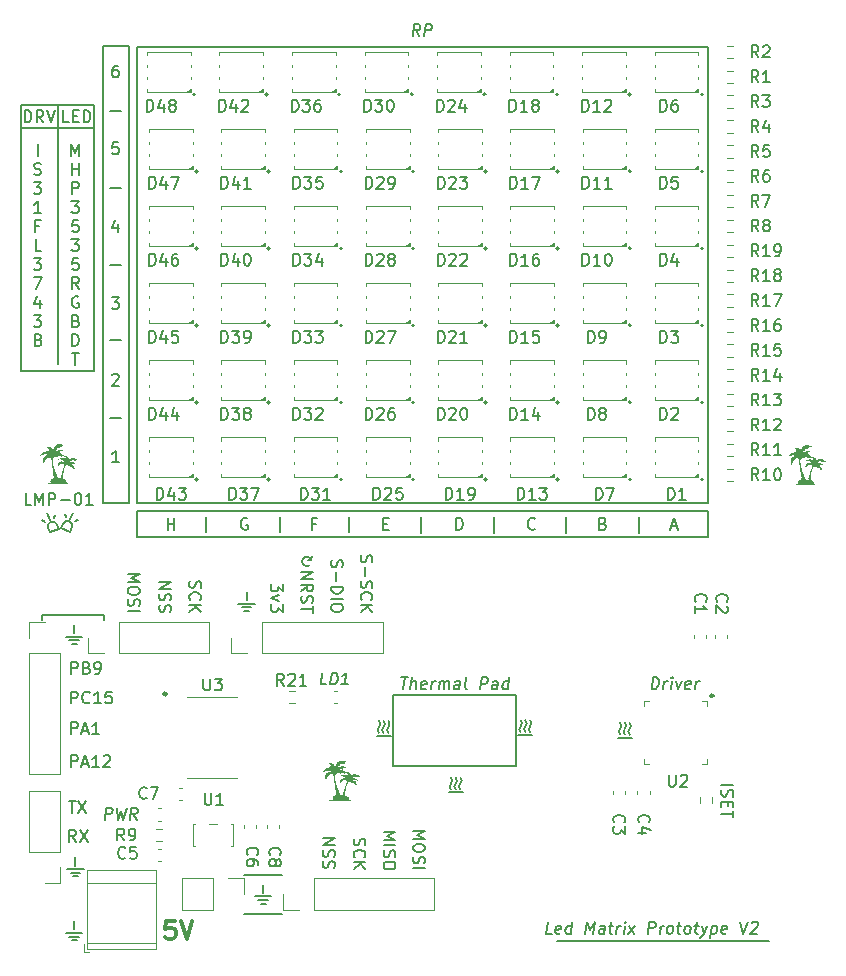
<source format=gbr>
%TF.GenerationSoftware,KiCad,Pcbnew,(6.0.2)*%
%TF.CreationDate,2022-03-05T19:05:13-05:00*%
%TF.ProjectId,LED Driver Prototype V2,4c454420-4472-4697-9665-722050726f74,rev?*%
%TF.SameCoordinates,PX66ff300PY81b3200*%
%TF.FileFunction,Legend,Top*%
%TF.FilePolarity,Positive*%
%FSLAX46Y46*%
G04 Gerber Fmt 4.6, Leading zero omitted, Abs format (unit mm)*
G04 Created by KiCad (PCBNEW (6.0.2)) date 2022-03-05 19:05:13*
%MOMM*%
%LPD*%
G01*
G04 APERTURE LIST*
%ADD10C,0.152400*%
%ADD11C,0.150000*%
%ADD12C,0.300000*%
%ADD13C,0.120000*%
%ADD14C,0.260000*%
%ADD15C,0.210000*%
%ADD16C,0.100000*%
G04 APERTURE END LIST*
D10*
X53300000Y35600000D02*
X53300000Y36900000D01*
X5156420Y35669973D02*
X5309494Y36039526D01*
X31700000Y19150000D02*
G75*
G03*
X31700000Y18650000I187500J-250000D01*
G01*
X5169551Y36746926D02*
X5399162Y37301255D01*
X4570389Y36345672D02*
X4417317Y35976119D01*
D11*
X5400000Y6500000D02*
X5800000Y6500000D01*
D10*
X43100000Y18450000D02*
X44300000Y18450000D01*
X16700000Y35650000D02*
X16700000Y36950000D01*
X41000000Y35600000D02*
X41000000Y36900000D01*
X1000000Y71800000D02*
X7200000Y71800000D01*
X7200000Y71800000D02*
X7200000Y49300000D01*
X7200000Y49300000D02*
X1000000Y49300000D01*
X1000000Y49300000D02*
X1000000Y71800000D01*
D11*
X5100000Y1400000D02*
X5900000Y1400000D01*
D10*
X3435471Y36688961D02*
X3205861Y37243288D01*
X4100000Y71800000D02*
X4100000Y49900000D01*
X4417317Y35976119D02*
X5156420Y35669973D01*
X64350000Y1000000D02*
X46350000Y1000000D01*
D11*
X4900000Y7100000D02*
X6300000Y7100000D01*
D10*
X43700000Y19200000D02*
G75*
G03*
X43700000Y19700000I-250001J250000D01*
G01*
X3448603Y35612008D02*
X4187706Y35918154D01*
X31100000Y18400000D02*
X32300000Y18400000D01*
X10800000Y76700000D02*
X59200000Y76700000D01*
X59200000Y76700000D02*
X59200000Y38100000D01*
X59200000Y38100000D02*
X10800000Y38100000D01*
X10800000Y38100000D02*
X10800000Y76700000D01*
X37800000Y14350000D02*
G75*
G03*
X37800000Y13850000I187500J-250000D01*
G01*
X38200000Y14350000D02*
G75*
G03*
X38200000Y14850000I-250001J250000D01*
G01*
D11*
X19700000Y29300000D02*
X20500000Y29300000D01*
D10*
X7900000Y38100000D02*
X7900000Y76800000D01*
X7900000Y76800000D02*
X10100000Y76800000D01*
X10100000Y76800000D02*
X10100000Y38100000D01*
X10100000Y38100000D02*
X7900000Y38100000D01*
X32100000Y19150000D02*
G75*
G03*
X32100000Y19650000I-250001J250000D01*
G01*
X4800000Y36900000D02*
X4691761Y37161313D01*
X51724999Y19000000D02*
G75*
G03*
X51725000Y18500000I187499J-250000D01*
G01*
D11*
X19400000Y29600000D02*
X20800000Y29600000D01*
D10*
X31700000Y19150000D02*
G75*
G03*
X31700000Y19650000I-250001J250000D01*
G01*
D11*
X5200000Y6800000D02*
X6000000Y6800000D01*
D10*
X38200000Y14350000D02*
G75*
G03*
X38200000Y13850000I187500J-250000D01*
G01*
X8500000Y45300000D02*
X9500000Y45300000D01*
X8000000Y28200000D02*
X8000000Y28600000D01*
X52125001Y19000000D02*
G75*
G03*
X52125000Y19500000I-249997J250000D01*
G01*
X52125001Y19000000D02*
G75*
G03*
X52125001Y18500000I187498J-250000D01*
G01*
X8500000Y64800000D02*
X9500000Y64800000D01*
X42900000Y15850000D02*
X32500000Y15850000D01*
X32500000Y15850000D02*
X32500000Y21850000D01*
X32500000Y21850000D02*
X42900000Y21850000D01*
X42900000Y21850000D02*
X42900000Y15850000D01*
X8500000Y58300000D02*
X9500000Y58300000D01*
X44100000Y19200000D02*
G75*
G03*
X44100000Y19700000I-250001J250000D01*
G01*
X19900000Y3350000D02*
X23100000Y3350000D01*
X51724999Y19000000D02*
G75*
G03*
X51725001Y19500000I-249994J250001D01*
G01*
X8000000Y28600000D02*
X2800000Y28600000D01*
D11*
X21100000Y4500000D02*
X21900000Y4500000D01*
D10*
X43700000Y19200000D02*
G75*
G03*
X43700000Y18700000I187500J-250000D01*
G01*
X37400000Y14350000D02*
G75*
G03*
X37400001Y14850000I-249996J250000D01*
G01*
X8500000Y71300000D02*
X9500000Y71300000D01*
D11*
X4800000Y1700000D02*
X6200000Y1700000D01*
D10*
X25579412Y33249300D02*
X25650000Y33600000D01*
X34900000Y35600000D02*
X34900000Y36900000D01*
D11*
X5300000Y26200000D02*
X5700000Y26200000D01*
X20800000Y4800000D02*
X22200000Y4800000D01*
D10*
X3805023Y36842034D02*
X3913262Y37103346D01*
X8500000Y51900000D02*
X9500000Y51900000D01*
X19900000Y6600000D02*
X23100000Y6600000D01*
X5309493Y36039526D02*
G75*
G03*
X4570389Y36345672I-369552J153072D01*
G01*
X51525001Y18250001D02*
X52725002Y18250000D01*
D11*
X5600000Y8100000D02*
X5600000Y7400000D01*
D10*
X52525001Y18999999D02*
G75*
G03*
X52525001Y19500000I-249999J250000D01*
G01*
X28800000Y35650000D02*
X28800000Y36950000D01*
D11*
X21500000Y5800000D02*
X21500000Y5100000D01*
D10*
X43300000Y19200000D02*
G75*
G03*
X43300001Y19700000I-249996J250000D01*
G01*
X5539104Y36593854D02*
X5800415Y36702092D01*
X4187706Y35918154D02*
X4034633Y36287707D01*
X31300000Y19150000D02*
G75*
G03*
X31300001Y19650000I-249996J250000D01*
G01*
X44100000Y19200000D02*
G75*
G03*
X44100000Y18700000I187500J-250000D01*
G01*
X31300000Y19150000D02*
G75*
G03*
X31300000Y18650000I187500J-250000D01*
G01*
X22900000Y35650000D02*
X22900000Y36950000D01*
X37400000Y14350000D02*
G75*
G03*
X37400000Y13850000I187500J-250000D01*
G01*
D11*
X19900000Y29000000D02*
X20300000Y29000000D01*
D10*
X37800000Y14350000D02*
G75*
G03*
X37800000Y14850000I-250001J250000D01*
G01*
X25579412Y33249300D02*
G75*
G03*
X25353016Y32808041I-390868J-78166D01*
G01*
X3065919Y36535887D02*
X2804608Y36644126D01*
X3295529Y35981559D02*
X3448603Y35612008D01*
D11*
X5500000Y27800000D02*
X5500000Y27100000D01*
D10*
X37200000Y13600000D02*
X38400000Y13600000D01*
D11*
X20100000Y30600000D02*
X20100000Y29900000D01*
D10*
X2800000Y28600000D02*
X2800000Y28200000D01*
X43300000Y19200000D02*
G75*
G03*
X43300000Y18700000I187500J-250000D01*
G01*
D11*
X4800000Y26800000D02*
X6200000Y26800000D01*
D10*
X4034633Y36287707D02*
G75*
G03*
X3295529Y35981559I-369552J-153074D01*
G01*
D11*
X5100000Y26500000D02*
X5900000Y26500000D01*
X5500000Y2700000D02*
X5500000Y2000000D01*
D10*
X52525001Y18999999D02*
G75*
G03*
X52525001Y18500000I187504J-250000D01*
G01*
X32100000Y19150000D02*
G75*
G03*
X32100000Y18650000I187500J-250000D01*
G01*
X1000000Y69900000D02*
X7200000Y69900000D01*
X25579412Y33249300D02*
X25282305Y33303015D01*
X10800000Y37400000D02*
X59200000Y37400000D01*
X59200000Y37400000D02*
X59200000Y35200000D01*
X59200000Y35200000D02*
X10800000Y35200000D01*
X10800000Y35200000D02*
X10800000Y37400000D01*
D11*
X21300000Y4200000D02*
X21700000Y4200000D01*
X5300000Y1100000D02*
X5700000Y1100000D01*
D10*
X47100000Y35600000D02*
X47100000Y36900000D01*
D11*
X44509523Y35942858D02*
X44461904Y35895239D01*
X44319047Y35847620D01*
X44223809Y35847620D01*
X44080952Y35895239D01*
X43985714Y35990477D01*
X43938095Y36085715D01*
X43890476Y36276191D01*
X43890476Y36419048D01*
X43938095Y36609524D01*
X43985714Y36704762D01*
X44080952Y36800000D01*
X44223809Y36847620D01*
X44319047Y36847620D01*
X44461904Y36800000D01*
X44509523Y36752381D01*
X34197619Y10321429D02*
X35197619Y10321429D01*
X34483333Y9988096D01*
X35197619Y9654762D01*
X34197619Y9654762D01*
X35197619Y8988096D02*
X35197619Y8797620D01*
X35150000Y8702381D01*
X35054761Y8607143D01*
X34864285Y8559524D01*
X34530952Y8559524D01*
X34340476Y8607143D01*
X34245238Y8702381D01*
X34197619Y8797620D01*
X34197619Y8988096D01*
X34245238Y9083334D01*
X34340476Y9178572D01*
X34530952Y9226191D01*
X34864285Y9226191D01*
X35054761Y9178572D01*
X35150000Y9083334D01*
X35197619Y8988096D01*
X34245238Y8178572D02*
X34197619Y8035715D01*
X34197619Y7797620D01*
X34245238Y7702381D01*
X34292857Y7654762D01*
X34388095Y7607143D01*
X34483333Y7607143D01*
X34578571Y7654762D01*
X34626190Y7702381D01*
X34673809Y7797620D01*
X34721428Y7988096D01*
X34769047Y8083334D01*
X34816666Y8130953D01*
X34911904Y8178572D01*
X35007142Y8178572D01*
X35102380Y8130953D01*
X35150000Y8083334D01*
X35197619Y7988096D01*
X35197619Y7750000D01*
X35150000Y7607143D01*
X34197619Y7178572D02*
X35197619Y7178572D01*
X2400000Y67497620D02*
X2400000Y68497620D01*
X2114285Y65935239D02*
X2257142Y65887620D01*
X2495238Y65887620D01*
X2590476Y65935239D01*
X2638095Y65982858D01*
X2685714Y66078096D01*
X2685714Y66173334D01*
X2638095Y66268572D01*
X2590476Y66316191D01*
X2495238Y66363810D01*
X2304761Y66411429D01*
X2209523Y66459048D01*
X2161904Y66506667D01*
X2114285Y66601905D01*
X2114285Y66697143D01*
X2161904Y66792381D01*
X2209523Y66840000D01*
X2304761Y66887620D01*
X2542857Y66887620D01*
X2685714Y66840000D01*
X2066666Y65277620D02*
X2685714Y65277620D01*
X2352380Y64896667D01*
X2495238Y64896667D01*
X2590476Y64849048D01*
X2638095Y64801429D01*
X2685714Y64706191D01*
X2685714Y64468096D01*
X2638095Y64372858D01*
X2590476Y64325239D01*
X2495238Y64277620D01*
X2209523Y64277620D01*
X2114285Y64325239D01*
X2066666Y64372858D01*
X2685714Y62667620D02*
X2114285Y62667620D01*
X2400000Y62667620D02*
X2400000Y63667620D01*
X2304761Y63524762D01*
X2209523Y63429524D01*
X2114285Y63381905D01*
X2542857Y61581429D02*
X2209523Y61581429D01*
X2209523Y61057620D02*
X2209523Y62057620D01*
X2685714Y62057620D01*
X2709523Y59447620D02*
X2233333Y59447620D01*
X2233333Y60447620D01*
X2066666Y58837620D02*
X2685714Y58837620D01*
X2352380Y58456667D01*
X2495238Y58456667D01*
X2590476Y58409048D01*
X2638095Y58361429D01*
X2685714Y58266191D01*
X2685714Y58028096D01*
X2638095Y57932858D01*
X2590476Y57885239D01*
X2495238Y57837620D01*
X2209523Y57837620D01*
X2114285Y57885239D01*
X2066666Y57932858D01*
X2066666Y57227620D02*
X2733333Y57227620D01*
X2304761Y56227620D01*
X2590476Y55284286D02*
X2590476Y54617620D01*
X2352380Y55665239D02*
X2114285Y54950953D01*
X2733333Y54950953D01*
X2066666Y54007620D02*
X2685714Y54007620D01*
X2352380Y53626667D01*
X2495238Y53626667D01*
X2590476Y53579048D01*
X2638095Y53531429D01*
X2685714Y53436191D01*
X2685714Y53198096D01*
X2638095Y53102858D01*
X2590476Y53055239D01*
X2495238Y53007620D01*
X2209523Y53007620D01*
X2114285Y53055239D01*
X2066666Y53102858D01*
X2471428Y51921429D02*
X2614285Y51873810D01*
X2661904Y51826191D01*
X2709523Y51730953D01*
X2709523Y51588096D01*
X2661904Y51492858D01*
X2614285Y51445239D01*
X2519047Y51397620D01*
X2138095Y51397620D01*
X2138095Y52397620D01*
X2471428Y52397620D01*
X2566666Y52350000D01*
X2614285Y52302381D01*
X2661904Y52207143D01*
X2661904Y52111905D01*
X2614285Y52016667D01*
X2566666Y51969048D01*
X2471428Y51921429D01*
X2138095Y51921429D01*
D12*
X14014285Y2721429D02*
X13300000Y2721429D01*
X13228571Y2007143D01*
X13300000Y2078572D01*
X13442857Y2150000D01*
X13800000Y2150000D01*
X13942857Y2078572D01*
X14014285Y2007143D01*
X14085714Y1864286D01*
X14085714Y1507143D01*
X14014285Y1364286D01*
X13942857Y1292858D01*
X13800000Y1221429D01*
X13442857Y1221429D01*
X13300000Y1292858D01*
X13228571Y1364286D01*
X14514285Y2721429D02*
X15014285Y1221429D01*
X15514285Y2721429D01*
D11*
X5235595Y21147620D02*
X5235595Y22147620D01*
X5616547Y22147620D01*
X5711785Y22100000D01*
X5759404Y22052381D01*
X5807023Y21957143D01*
X5807023Y21814286D01*
X5759404Y21719048D01*
X5711785Y21671429D01*
X5616547Y21623810D01*
X5235595Y21623810D01*
X6807023Y21242858D02*
X6759404Y21195239D01*
X6616547Y21147620D01*
X6521309Y21147620D01*
X6378452Y21195239D01*
X6283214Y21290477D01*
X6235595Y21385715D01*
X6187976Y21576191D01*
X6187976Y21719048D01*
X6235595Y21909524D01*
X6283214Y22004762D01*
X6378452Y22100000D01*
X6521309Y22147620D01*
X6616547Y22147620D01*
X6759404Y22100000D01*
X6807023Y22052381D01*
X7759404Y21147620D02*
X7187976Y21147620D01*
X7473690Y21147620D02*
X7473690Y22147620D01*
X7378452Y22004762D01*
X7283214Y21909524D01*
X7187976Y21861905D01*
X8664166Y22147620D02*
X8187976Y22147620D01*
X8140357Y21671429D01*
X8187976Y21719048D01*
X8283214Y21766667D01*
X8521309Y21766667D01*
X8616547Y21719048D01*
X8664166Y21671429D01*
X8711785Y21576191D01*
X8711785Y21338096D01*
X8664166Y21242858D01*
X8616547Y21195239D01*
X8521309Y21147620D01*
X8283214Y21147620D01*
X8187976Y21195239D01*
X8140357Y21242858D01*
X34714851Y77647620D02*
X34441041Y78123810D01*
X34143422Y77647620D02*
X34268422Y78647620D01*
X34649375Y78647620D01*
X34738660Y78600000D01*
X34780327Y78552381D01*
X34816041Y78457143D01*
X34798184Y78314286D01*
X34738660Y78219048D01*
X34685089Y78171429D01*
X34583898Y78123810D01*
X34202946Y78123810D01*
X35143422Y77647620D02*
X35268422Y78647620D01*
X35649375Y78647620D01*
X35738660Y78600000D01*
X35780327Y78552381D01*
X35816041Y78457143D01*
X35798184Y78314286D01*
X35738660Y78219048D01*
X35685089Y78171429D01*
X35583898Y78123810D01*
X35202946Y78123810D01*
X15295238Y31485715D02*
X15247619Y31342858D01*
X15247619Y31104762D01*
X15295238Y31009524D01*
X15342857Y30961905D01*
X15438095Y30914286D01*
X15533333Y30914286D01*
X15628571Y30961905D01*
X15676190Y31009524D01*
X15723809Y31104762D01*
X15771428Y31295239D01*
X15819047Y31390477D01*
X15866666Y31438096D01*
X15961904Y31485715D01*
X16057142Y31485715D01*
X16152380Y31438096D01*
X16200000Y31390477D01*
X16247619Y31295239D01*
X16247619Y31057143D01*
X16200000Y30914286D01*
X15342857Y29914286D02*
X15295238Y29961905D01*
X15247619Y30104762D01*
X15247619Y30200000D01*
X15295238Y30342858D01*
X15390476Y30438096D01*
X15485714Y30485715D01*
X15676190Y30533334D01*
X15819047Y30533334D01*
X16009523Y30485715D01*
X16104761Y30438096D01*
X16200000Y30342858D01*
X16247619Y30200000D01*
X16247619Y30104762D01*
X16200000Y29961905D01*
X16152380Y29914286D01*
X15247619Y29485715D02*
X16247619Y29485715D01*
X15247619Y28914286D02*
X15819047Y29342858D01*
X16247619Y28914286D02*
X15676190Y29485715D01*
X10047619Y32104762D02*
X11047619Y32104762D01*
X10333333Y31771429D01*
X11047619Y31438095D01*
X10047619Y31438095D01*
X11047619Y30771429D02*
X11047619Y30580953D01*
X11000000Y30485714D01*
X10904761Y30390476D01*
X10714285Y30342857D01*
X10380952Y30342857D01*
X10190476Y30390476D01*
X10095238Y30485714D01*
X10047619Y30580953D01*
X10047619Y30771429D01*
X10095238Y30866667D01*
X10190476Y30961905D01*
X10380952Y31009524D01*
X10714285Y31009524D01*
X10904761Y30961905D01*
X11000000Y30866667D01*
X11047619Y30771429D01*
X10095238Y29961905D02*
X10047619Y29819048D01*
X10047619Y29580953D01*
X10095238Y29485714D01*
X10142857Y29438095D01*
X10238095Y29390476D01*
X10333333Y29390476D01*
X10428571Y29438095D01*
X10476190Y29485714D01*
X10523809Y29580953D01*
X10571428Y29771429D01*
X10619047Y29866667D01*
X10666666Y29914286D01*
X10761904Y29961905D01*
X10857142Y29961905D01*
X10952380Y29914286D01*
X11000000Y29866667D01*
X11047619Y29771429D01*
X11047619Y29533333D01*
X11000000Y29390476D01*
X10047619Y28961905D02*
X11047619Y28961905D01*
X5235595Y18547620D02*
X5235595Y19547620D01*
X5616547Y19547620D01*
X5711785Y19500000D01*
X5759404Y19452381D01*
X5807023Y19357143D01*
X5807023Y19214286D01*
X5759404Y19119048D01*
X5711785Y19071429D01*
X5616547Y19023810D01*
X5235595Y19023810D01*
X6187976Y18833334D02*
X6664166Y18833334D01*
X6092738Y18547620D02*
X6426071Y19547620D01*
X6759404Y18547620D01*
X7616547Y18547620D02*
X7045119Y18547620D01*
X7330833Y18547620D02*
X7330833Y19547620D01*
X7235595Y19404762D01*
X7140357Y19309524D01*
X7045119Y19261905D01*
X5266666Y67497620D02*
X5266666Y68497620D01*
X5600000Y67783334D01*
X5933333Y68497620D01*
X5933333Y67497620D01*
X5314285Y65887620D02*
X5314285Y66887620D01*
X5314285Y66411429D02*
X5885714Y66411429D01*
X5885714Y65887620D02*
X5885714Y66887620D01*
X5338095Y64277620D02*
X5338095Y65277620D01*
X5719047Y65277620D01*
X5814285Y65230000D01*
X5861904Y65182381D01*
X5909523Y65087143D01*
X5909523Y64944286D01*
X5861904Y64849048D01*
X5814285Y64801429D01*
X5719047Y64753810D01*
X5338095Y64753810D01*
X5266666Y63667620D02*
X5885714Y63667620D01*
X5552380Y63286667D01*
X5695238Y63286667D01*
X5790476Y63239048D01*
X5838095Y63191429D01*
X5885714Y63096191D01*
X5885714Y62858096D01*
X5838095Y62762858D01*
X5790476Y62715239D01*
X5695238Y62667620D01*
X5409523Y62667620D01*
X5314285Y62715239D01*
X5266666Y62762858D01*
X5838095Y62057620D02*
X5361904Y62057620D01*
X5314285Y61581429D01*
X5361904Y61629048D01*
X5457142Y61676667D01*
X5695238Y61676667D01*
X5790476Y61629048D01*
X5838095Y61581429D01*
X5885714Y61486191D01*
X5885714Y61248096D01*
X5838095Y61152858D01*
X5790476Y61105239D01*
X5695238Y61057620D01*
X5457142Y61057620D01*
X5361904Y61105239D01*
X5314285Y61152858D01*
X5266666Y60447620D02*
X5885714Y60447620D01*
X5552380Y60066667D01*
X5695238Y60066667D01*
X5790476Y60019048D01*
X5838095Y59971429D01*
X5885714Y59876191D01*
X5885714Y59638096D01*
X5838095Y59542858D01*
X5790476Y59495239D01*
X5695238Y59447620D01*
X5409523Y59447620D01*
X5314285Y59495239D01*
X5266666Y59542858D01*
X5838095Y58837620D02*
X5361904Y58837620D01*
X5314285Y58361429D01*
X5361904Y58409048D01*
X5457142Y58456667D01*
X5695238Y58456667D01*
X5790476Y58409048D01*
X5838095Y58361429D01*
X5885714Y58266191D01*
X5885714Y58028096D01*
X5838095Y57932858D01*
X5790476Y57885239D01*
X5695238Y57837620D01*
X5457142Y57837620D01*
X5361904Y57885239D01*
X5314285Y57932858D01*
X5909523Y56227620D02*
X5576190Y56703810D01*
X5338095Y56227620D02*
X5338095Y57227620D01*
X5719047Y57227620D01*
X5814285Y57180000D01*
X5861904Y57132381D01*
X5909523Y57037143D01*
X5909523Y56894286D01*
X5861904Y56799048D01*
X5814285Y56751429D01*
X5719047Y56703810D01*
X5338095Y56703810D01*
X5861904Y55570000D02*
X5766666Y55617620D01*
X5623809Y55617620D01*
X5480952Y55570000D01*
X5385714Y55474762D01*
X5338095Y55379524D01*
X5290476Y55189048D01*
X5290476Y55046191D01*
X5338095Y54855715D01*
X5385714Y54760477D01*
X5480952Y54665239D01*
X5623809Y54617620D01*
X5719047Y54617620D01*
X5861904Y54665239D01*
X5909523Y54712858D01*
X5909523Y55046191D01*
X5719047Y55046191D01*
X5671428Y53531429D02*
X5814285Y53483810D01*
X5861904Y53436191D01*
X5909523Y53340953D01*
X5909523Y53198096D01*
X5861904Y53102858D01*
X5814285Y53055239D01*
X5719047Y53007620D01*
X5338095Y53007620D01*
X5338095Y54007620D01*
X5671428Y54007620D01*
X5766666Y53960000D01*
X5814285Y53912381D01*
X5861904Y53817143D01*
X5861904Y53721905D01*
X5814285Y53626667D01*
X5766666Y53579048D01*
X5671428Y53531429D01*
X5338095Y53531429D01*
X5338095Y51397620D02*
X5338095Y52397620D01*
X5576190Y52397620D01*
X5719047Y52350000D01*
X5814285Y52254762D01*
X5861904Y52159524D01*
X5909523Y51969048D01*
X5909523Y51826191D01*
X5861904Y51635715D01*
X5814285Y51540477D01*
X5719047Y51445239D01*
X5576190Y51397620D01*
X5338095Y51397620D01*
X5314285Y50787620D02*
X5885714Y50787620D01*
X5600000Y49787620D02*
X5600000Y50787620D01*
X8071994Y11297620D02*
X8196994Y12297620D01*
X8577946Y12297620D01*
X8667232Y12250000D01*
X8708898Y12202381D01*
X8744613Y12107143D01*
X8726755Y11964286D01*
X8667232Y11869048D01*
X8613660Y11821429D01*
X8512470Y11773810D01*
X8131517Y11773810D01*
X9101755Y12297620D02*
X9214851Y11297620D01*
X9494613Y12011905D01*
X9595803Y11297620D01*
X9958898Y12297620D01*
X10786279Y11297620D02*
X10512470Y11773810D01*
X10214851Y11297620D02*
X10339851Y12297620D01*
X10720803Y12297620D01*
X10810089Y12250000D01*
X10851755Y12202381D01*
X10887470Y12107143D01*
X10869613Y11964286D01*
X10810089Y11869048D01*
X10756517Y11821429D01*
X10655327Y11773810D01*
X10274375Y11773810D01*
X26547619Y9738096D02*
X27547619Y9738096D01*
X26547619Y9166667D01*
X27547619Y9166667D01*
X26595238Y8738096D02*
X26547619Y8595239D01*
X26547619Y8357143D01*
X26595238Y8261905D01*
X26642857Y8214286D01*
X26738095Y8166667D01*
X26833333Y8166667D01*
X26928571Y8214286D01*
X26976190Y8261905D01*
X27023809Y8357143D01*
X27071428Y8547620D01*
X27119047Y8642858D01*
X27166666Y8690477D01*
X27261904Y8738096D01*
X27357142Y8738096D01*
X27452380Y8690477D01*
X27500000Y8642858D01*
X27547619Y8547620D01*
X27547619Y8309524D01*
X27500000Y8166667D01*
X26595238Y7785715D02*
X26547619Y7642858D01*
X26547619Y7404762D01*
X26595238Y7309524D01*
X26642857Y7261905D01*
X26738095Y7214286D01*
X26833333Y7214286D01*
X26928571Y7261905D01*
X26976190Y7309524D01*
X27023809Y7404762D01*
X27071428Y7595239D01*
X27119047Y7690477D01*
X27166666Y7738096D01*
X27261904Y7785715D01*
X27357142Y7785715D01*
X27452380Y7738096D01*
X27500000Y7690477D01*
X27547619Y7595239D01*
X27547619Y7357143D01*
X27500000Y7214286D01*
X54376755Y22347620D02*
X54501755Y23347620D01*
X54739851Y23347620D01*
X54876755Y23300000D01*
X54960089Y23204762D01*
X54995803Y23109524D01*
X55019613Y22919048D01*
X55001755Y22776191D01*
X54930327Y22585715D01*
X54870803Y22490477D01*
X54763660Y22395239D01*
X54614851Y22347620D01*
X54376755Y22347620D01*
X55376755Y22347620D02*
X55460089Y23014286D01*
X55436279Y22823810D02*
X55495803Y22919048D01*
X55549375Y22966667D01*
X55650565Y23014286D01*
X55745803Y23014286D01*
X55995803Y22347620D02*
X56079136Y23014286D01*
X56120803Y23347620D02*
X56067232Y23300000D01*
X56108898Y23252381D01*
X56162470Y23300000D01*
X56120803Y23347620D01*
X56108898Y23252381D01*
X56460089Y23014286D02*
X56614851Y22347620D01*
X56936279Y23014286D01*
X57620803Y22395239D02*
X57519613Y22347620D01*
X57329136Y22347620D01*
X57239851Y22395239D01*
X57204136Y22490477D01*
X57251755Y22871429D01*
X57311279Y22966667D01*
X57412470Y23014286D01*
X57602946Y23014286D01*
X57692232Y22966667D01*
X57727946Y22871429D01*
X57716041Y22776191D01*
X57227946Y22680953D01*
X58091041Y22347620D02*
X58174375Y23014286D01*
X58150565Y22823810D02*
X58210089Y22919048D01*
X58263660Y22966667D01*
X58364851Y23014286D01*
X58460089Y23014286D01*
X29195238Y9685715D02*
X29147619Y9542858D01*
X29147619Y9304762D01*
X29195238Y9209524D01*
X29242857Y9161905D01*
X29338095Y9114286D01*
X29433333Y9114286D01*
X29528571Y9161905D01*
X29576190Y9209524D01*
X29623809Y9304762D01*
X29671428Y9495239D01*
X29719047Y9590477D01*
X29766666Y9638096D01*
X29861904Y9685715D01*
X29957142Y9685715D01*
X30052380Y9638096D01*
X30100000Y9590477D01*
X30147619Y9495239D01*
X30147619Y9257143D01*
X30100000Y9114286D01*
X29242857Y8114286D02*
X29195238Y8161905D01*
X29147619Y8304762D01*
X29147619Y8400000D01*
X29195238Y8542858D01*
X29290476Y8638096D01*
X29385714Y8685715D01*
X29576190Y8733334D01*
X29719047Y8733334D01*
X29909523Y8685715D01*
X30004761Y8638096D01*
X30100000Y8542858D01*
X30147619Y8400000D01*
X30147619Y8304762D01*
X30100000Y8161905D01*
X30052380Y8114286D01*
X29147619Y7685715D02*
X30147619Y7685715D01*
X29147619Y7114286D02*
X29719047Y7542858D01*
X30147619Y7114286D02*
X29576190Y7685715D01*
X31697619Y10271429D02*
X32697619Y10271429D01*
X31983333Y9938096D01*
X32697619Y9604762D01*
X31697619Y9604762D01*
X31697619Y9128572D02*
X32697619Y9128572D01*
X31745238Y8700000D02*
X31697619Y8557143D01*
X31697619Y8319048D01*
X31745238Y8223810D01*
X31792857Y8176191D01*
X31888095Y8128572D01*
X31983333Y8128572D01*
X32078571Y8176191D01*
X32126190Y8223810D01*
X32173809Y8319048D01*
X32221428Y8509524D01*
X32269047Y8604762D01*
X32316666Y8652381D01*
X32411904Y8700000D01*
X32507142Y8700000D01*
X32602380Y8652381D01*
X32650000Y8604762D01*
X32697619Y8509524D01*
X32697619Y8271429D01*
X32650000Y8128572D01*
X32697619Y7509524D02*
X32697619Y7319048D01*
X32650000Y7223810D01*
X32554761Y7128572D01*
X32364285Y7080953D01*
X32030952Y7080953D01*
X31840476Y7128572D01*
X31745238Y7223810D01*
X31697619Y7319048D01*
X31697619Y7509524D01*
X31745238Y7604762D01*
X31840476Y7700000D01*
X32030952Y7747620D01*
X32364285Y7747620D01*
X32554761Y7700000D01*
X32650000Y7604762D01*
X32697619Y7509524D01*
X8714285Y48952381D02*
X8761904Y49000000D01*
X8857142Y49047620D01*
X9095238Y49047620D01*
X9190476Y49000000D01*
X9238095Y48952381D01*
X9285714Y48857143D01*
X9285714Y48761905D01*
X9238095Y48619048D01*
X8666666Y48047620D01*
X9285714Y48047620D01*
X1866666Y37947620D02*
X1390476Y37947620D01*
X1390476Y38947620D01*
X2200000Y37947620D02*
X2200000Y38947620D01*
X2533333Y38233334D01*
X2866666Y38947620D01*
X2866666Y37947620D01*
X3342857Y37947620D02*
X3342857Y38947620D01*
X3723809Y38947620D01*
X3819047Y38900000D01*
X3866666Y38852381D01*
X3914285Y38757143D01*
X3914285Y38614286D01*
X3866666Y38519048D01*
X3819047Y38471429D01*
X3723809Y38423810D01*
X3342857Y38423810D01*
X4342857Y38328572D02*
X5104761Y38328572D01*
X5771428Y38947620D02*
X5866666Y38947620D01*
X5961904Y38900000D01*
X6009523Y38852381D01*
X6057142Y38757143D01*
X6104761Y38566667D01*
X6104761Y38328572D01*
X6057142Y38138096D01*
X6009523Y38042858D01*
X5961904Y37995239D01*
X5866666Y37947620D01*
X5771428Y37947620D01*
X5676190Y37995239D01*
X5628571Y38042858D01*
X5580952Y38138096D01*
X5533333Y38328572D01*
X5533333Y38566667D01*
X5580952Y38757143D01*
X5628571Y38852381D01*
X5676190Y38900000D01*
X5771428Y38947620D01*
X7057142Y37947620D02*
X6485714Y37947620D01*
X6771428Y37947620D02*
X6771428Y38947620D01*
X6676190Y38804762D01*
X6580952Y38709524D01*
X6485714Y38661905D01*
X23147619Y31247619D02*
X23147619Y30628571D01*
X22766666Y30961904D01*
X22766666Y30819047D01*
X22719047Y30723809D01*
X22671428Y30676190D01*
X22576190Y30628571D01*
X22338095Y30628571D01*
X22242857Y30676190D01*
X22195238Y30723809D01*
X22147619Y30819047D01*
X22147619Y31104762D01*
X22195238Y31200000D01*
X22242857Y31247619D01*
X22814285Y30295238D02*
X22147619Y30057142D01*
X22814285Y29819047D01*
X23147619Y29533333D02*
X23147619Y28914285D01*
X22766666Y29247619D01*
X22766666Y29104762D01*
X22719047Y29009523D01*
X22671428Y28961904D01*
X22576190Y28914285D01*
X22338095Y28914285D01*
X22242857Y28961904D01*
X22195238Y29009523D01*
X22147619Y29104762D01*
X22147619Y29390476D01*
X22195238Y29485714D01*
X22242857Y29533333D01*
X5057142Y70347620D02*
X4580952Y70347620D01*
X4580952Y71347620D01*
X5390476Y70871429D02*
X5723809Y70871429D01*
X5866666Y70347620D02*
X5390476Y70347620D01*
X5390476Y71347620D01*
X5866666Y71347620D01*
X6295238Y70347620D02*
X6295238Y71347620D01*
X6533333Y71347620D01*
X6676190Y71300000D01*
X6771428Y71204762D01*
X6819047Y71109524D01*
X6866666Y70919048D01*
X6866666Y70776191D01*
X6819047Y70585715D01*
X6771428Y70490477D01*
X6676190Y70395239D01*
X6533333Y70347620D01*
X6295238Y70347620D01*
X1309523Y70347620D02*
X1309523Y71347620D01*
X1547619Y71347620D01*
X1690476Y71300000D01*
X1785714Y71204762D01*
X1833333Y71109524D01*
X1880952Y70919048D01*
X1880952Y70776191D01*
X1833333Y70585715D01*
X1785714Y70490477D01*
X1690476Y70395239D01*
X1547619Y70347620D01*
X1309523Y70347620D01*
X2880952Y70347620D02*
X2547619Y70823810D01*
X2309523Y70347620D02*
X2309523Y71347620D01*
X2690476Y71347620D01*
X2785714Y71300000D01*
X2833333Y71252381D01*
X2880952Y71157143D01*
X2880952Y71014286D01*
X2833333Y70919048D01*
X2785714Y70871429D01*
X2690476Y70823810D01*
X2309523Y70823810D01*
X3166666Y71347620D02*
X3500000Y70347620D01*
X3833333Y71347620D01*
X5633333Y9447620D02*
X5300000Y9923810D01*
X5061904Y9447620D02*
X5061904Y10447620D01*
X5442857Y10447620D01*
X5538095Y10400000D01*
X5585714Y10352381D01*
X5633333Y10257143D01*
X5633333Y10114286D01*
X5585714Y10019048D01*
X5538095Y9971429D01*
X5442857Y9923810D01*
X5061904Y9923810D01*
X5966666Y10447620D02*
X6633333Y9447620D01*
X6633333Y10447620D02*
X5966666Y9447620D01*
X5235595Y23647620D02*
X5235595Y24647620D01*
X5616547Y24647620D01*
X5711785Y24600000D01*
X5759404Y24552381D01*
X5807023Y24457143D01*
X5807023Y24314286D01*
X5759404Y24219048D01*
X5711785Y24171429D01*
X5616547Y24123810D01*
X5235595Y24123810D01*
X6568928Y24171429D02*
X6711785Y24123810D01*
X6759404Y24076191D01*
X6807023Y23980953D01*
X6807023Y23838096D01*
X6759404Y23742858D01*
X6711785Y23695239D01*
X6616547Y23647620D01*
X6235595Y23647620D01*
X6235595Y24647620D01*
X6568928Y24647620D01*
X6664166Y24600000D01*
X6711785Y24552381D01*
X6759404Y24457143D01*
X6759404Y24361905D01*
X6711785Y24266667D01*
X6664166Y24219048D01*
X6568928Y24171429D01*
X6235595Y24171429D01*
X7283214Y23647620D02*
X7473690Y23647620D01*
X7568928Y23695239D01*
X7616547Y23742858D01*
X7711785Y23885715D01*
X7759404Y24076191D01*
X7759404Y24457143D01*
X7711785Y24552381D01*
X7664166Y24600000D01*
X7568928Y24647620D01*
X7378452Y24647620D01*
X7283214Y24600000D01*
X7235595Y24552381D01*
X7187976Y24457143D01*
X7187976Y24219048D01*
X7235595Y24123810D01*
X7283214Y24076191D01*
X7378452Y24028572D01*
X7568928Y24028572D01*
X7664166Y24076191D01*
X7711785Y24123810D01*
X7759404Y24219048D01*
X9190476Y75147620D02*
X9000000Y75147620D01*
X8904761Y75100000D01*
X8857142Y75052381D01*
X8761904Y74909524D01*
X8714285Y74719048D01*
X8714285Y74338096D01*
X8761904Y74242858D01*
X8809523Y74195239D01*
X8904761Y74147620D01*
X9095238Y74147620D01*
X9190476Y74195239D01*
X9238095Y74242858D01*
X9285714Y74338096D01*
X9285714Y74576191D01*
X9238095Y74671429D01*
X9190476Y74719048D01*
X9095238Y74766667D01*
X8904761Y74766667D01*
X8809523Y74719048D01*
X8761904Y74671429D01*
X8714285Y74576191D01*
X50271428Y36371429D02*
X50414285Y36323810D01*
X50461904Y36276191D01*
X50509523Y36180953D01*
X50509523Y36038096D01*
X50461904Y35942858D01*
X50414285Y35895239D01*
X50319047Y35847620D01*
X49938095Y35847620D01*
X49938095Y36847620D01*
X50271428Y36847620D01*
X50366666Y36800000D01*
X50414285Y36752381D01*
X50461904Y36657143D01*
X50461904Y36561905D01*
X50414285Y36466667D01*
X50366666Y36419048D01*
X50271428Y36371429D01*
X49938095Y36371429D01*
X12697619Y31438096D02*
X13697619Y31438096D01*
X12697619Y30866667D01*
X13697619Y30866667D01*
X12745238Y30438096D02*
X12697619Y30295239D01*
X12697619Y30057143D01*
X12745238Y29961905D01*
X12792857Y29914286D01*
X12888095Y29866667D01*
X12983333Y29866667D01*
X13078571Y29914286D01*
X13126190Y29961905D01*
X13173809Y30057143D01*
X13221428Y30247620D01*
X13269047Y30342858D01*
X13316666Y30390477D01*
X13411904Y30438096D01*
X13507142Y30438096D01*
X13602380Y30390477D01*
X13650000Y30342858D01*
X13697619Y30247620D01*
X13697619Y30009524D01*
X13650000Y29866667D01*
X12745238Y29485715D02*
X12697619Y29342858D01*
X12697619Y29104762D01*
X12745238Y29009524D01*
X12792857Y28961905D01*
X12888095Y28914286D01*
X12983333Y28914286D01*
X13078571Y28961905D01*
X13126190Y29009524D01*
X13173809Y29104762D01*
X13221428Y29295239D01*
X13269047Y29390477D01*
X13316666Y29438096D01*
X13411904Y29485715D01*
X13507142Y29485715D01*
X13602380Y29438096D01*
X13650000Y29390477D01*
X13697619Y29295239D01*
X13697619Y29057143D01*
X13650000Y28914286D01*
X60297619Y14259524D02*
X61297619Y14259524D01*
X60345238Y13830953D02*
X60297619Y13688096D01*
X60297619Y13450000D01*
X60345238Y13354762D01*
X60392857Y13307143D01*
X60488095Y13259524D01*
X60583333Y13259524D01*
X60678571Y13307143D01*
X60726190Y13354762D01*
X60773809Y13450000D01*
X60821428Y13640477D01*
X60869047Y13735715D01*
X60916666Y13783334D01*
X61011904Y13830953D01*
X61107142Y13830953D01*
X61202380Y13783334D01*
X61250000Y13735715D01*
X61297619Y13640477D01*
X61297619Y13402381D01*
X61250000Y13259524D01*
X60821428Y12830953D02*
X60821428Y12497620D01*
X60297619Y12354762D02*
X60297619Y12830953D01*
X61297619Y12830953D01*
X61297619Y12354762D01*
X61297619Y12069048D02*
X61297619Y11497620D01*
X60297619Y11783334D02*
X61297619Y11783334D01*
X56061904Y36133334D02*
X56538095Y36133334D01*
X55966666Y35847620D02*
X56300000Y36847620D01*
X56633333Y35847620D01*
X37838095Y35847620D02*
X37838095Y36847620D01*
X38076190Y36847620D01*
X38219047Y36800000D01*
X38314285Y36704762D01*
X38361904Y36609524D01*
X38409523Y36419048D01*
X38409523Y36276191D01*
X38361904Y36085715D01*
X38314285Y35990477D01*
X38219047Y35895239D01*
X38076190Y35847620D01*
X37838095Y35847620D01*
X5038095Y12847620D02*
X5609523Y12847620D01*
X5323809Y11847620D02*
X5323809Y12847620D01*
X5847619Y12847620D02*
X6514285Y11847620D01*
X6514285Y12847620D02*
X5847619Y11847620D01*
X33187470Y23347620D02*
X33758898Y23347620D01*
X33348184Y22347620D02*
X33473184Y23347620D01*
X33967232Y22347620D02*
X34092232Y23347620D01*
X34395803Y22347620D02*
X34461279Y22871429D01*
X34425565Y22966667D01*
X34336279Y23014286D01*
X34193422Y23014286D01*
X34092232Y22966667D01*
X34038660Y22919048D01*
X35258898Y22395239D02*
X35157708Y22347620D01*
X34967232Y22347620D01*
X34877946Y22395239D01*
X34842232Y22490477D01*
X34889851Y22871429D01*
X34949375Y22966667D01*
X35050565Y23014286D01*
X35241041Y23014286D01*
X35330327Y22966667D01*
X35366041Y22871429D01*
X35354136Y22776191D01*
X34866041Y22680953D01*
X35729136Y22347620D02*
X35812470Y23014286D01*
X35788660Y22823810D02*
X35848184Y22919048D01*
X35901755Y22966667D01*
X36002946Y23014286D01*
X36098184Y23014286D01*
X36348184Y22347620D02*
X36431517Y23014286D01*
X36419613Y22919048D02*
X36473184Y22966667D01*
X36574375Y23014286D01*
X36717232Y23014286D01*
X36806517Y22966667D01*
X36842232Y22871429D01*
X36776755Y22347620D01*
X36842232Y22871429D02*
X36901755Y22966667D01*
X37002946Y23014286D01*
X37145803Y23014286D01*
X37235089Y22966667D01*
X37270803Y22871429D01*
X37205327Y22347620D01*
X38110089Y22347620D02*
X38175565Y22871429D01*
X38139851Y22966667D01*
X38050565Y23014286D01*
X37860089Y23014286D01*
X37758898Y22966667D01*
X38116041Y22395239D02*
X38014851Y22347620D01*
X37776755Y22347620D01*
X37687470Y22395239D01*
X37651755Y22490477D01*
X37663660Y22585715D01*
X37723184Y22680953D01*
X37824375Y22728572D01*
X38062470Y22728572D01*
X38163660Y22776191D01*
X38729136Y22347620D02*
X38639851Y22395239D01*
X38604136Y22490477D01*
X38711279Y23347620D01*
X39871994Y22347620D02*
X39996994Y23347620D01*
X40377946Y23347620D01*
X40467232Y23300000D01*
X40508898Y23252381D01*
X40544613Y23157143D01*
X40526755Y23014286D01*
X40467232Y22919048D01*
X40413660Y22871429D01*
X40312470Y22823810D01*
X39931517Y22823810D01*
X41300565Y22347620D02*
X41366041Y22871429D01*
X41330327Y22966667D01*
X41241041Y23014286D01*
X41050565Y23014286D01*
X40949375Y22966667D01*
X41306517Y22395239D02*
X41205327Y22347620D01*
X40967232Y22347620D01*
X40877946Y22395239D01*
X40842232Y22490477D01*
X40854136Y22585715D01*
X40913660Y22680953D01*
X41014851Y22728572D01*
X41252946Y22728572D01*
X41354136Y22776191D01*
X42205327Y22347620D02*
X42330327Y23347620D01*
X42211279Y22395239D02*
X42110089Y22347620D01*
X41919613Y22347620D01*
X41830327Y22395239D01*
X41788660Y22442858D01*
X41752946Y22538096D01*
X41788660Y22823810D01*
X41848184Y22919048D01*
X41901755Y22966667D01*
X42002946Y23014286D01*
X42193422Y23014286D01*
X42282708Y22966667D01*
X27295238Y33247619D02*
X27247619Y33104762D01*
X27247619Y32866667D01*
X27295238Y32771429D01*
X27342857Y32723810D01*
X27438095Y32676191D01*
X27533333Y32676191D01*
X27628571Y32723810D01*
X27676190Y32771429D01*
X27723809Y32866667D01*
X27771428Y33057143D01*
X27819047Y33152381D01*
X27866666Y33200000D01*
X27961904Y33247619D01*
X28057142Y33247619D01*
X28152380Y33200000D01*
X28200000Y33152381D01*
X28247619Y33057143D01*
X28247619Y32819048D01*
X28200000Y32676191D01*
X27628571Y32247619D02*
X27628571Y31485714D01*
X27247619Y31009524D02*
X28247619Y31009524D01*
X28247619Y30771429D01*
X28200000Y30628572D01*
X28104761Y30533333D01*
X28009523Y30485714D01*
X27819047Y30438095D01*
X27676190Y30438095D01*
X27485714Y30485714D01*
X27390476Y30533333D01*
X27295238Y30628572D01*
X27247619Y30771429D01*
X27247619Y31009524D01*
X27247619Y30009524D02*
X28247619Y30009524D01*
X28247619Y29342857D02*
X28247619Y29152381D01*
X28200000Y29057143D01*
X28104761Y28961905D01*
X27914285Y28914286D01*
X27580952Y28914286D01*
X27390476Y28961905D01*
X27295238Y29057143D01*
X27247619Y29152381D01*
X27247619Y29342857D01*
X27295238Y29438095D01*
X27390476Y29533333D01*
X27580952Y29580952D01*
X27914285Y29580952D01*
X28104761Y29533333D01*
X28200000Y29438095D01*
X28247619Y29342857D01*
X13414285Y35847620D02*
X13414285Y36847620D01*
X13414285Y36371429D02*
X13985714Y36371429D01*
X13985714Y35847620D02*
X13985714Y36847620D01*
X5235595Y15747620D02*
X5235595Y16747620D01*
X5616547Y16747620D01*
X5711785Y16700000D01*
X5759404Y16652381D01*
X5807023Y16557143D01*
X5807023Y16414286D01*
X5759404Y16319048D01*
X5711785Y16271429D01*
X5616547Y16223810D01*
X5235595Y16223810D01*
X6187976Y16033334D02*
X6664166Y16033334D01*
X6092738Y15747620D02*
X6426071Y16747620D01*
X6759404Y15747620D01*
X7616547Y15747620D02*
X7045119Y15747620D01*
X7330833Y15747620D02*
X7330833Y16747620D01*
X7235595Y16604762D01*
X7140357Y16509524D01*
X7045119Y16461905D01*
X7997500Y16652381D02*
X8045119Y16700000D01*
X8140357Y16747620D01*
X8378452Y16747620D01*
X8473690Y16700000D01*
X8521309Y16652381D01*
X8568928Y16557143D01*
X8568928Y16461905D01*
X8521309Y16319048D01*
X7949880Y15747620D01*
X8568928Y15747620D01*
X24697619Y32247619D02*
X25697619Y32247619D01*
X24697619Y31676190D01*
X25697619Y31676190D01*
X24697619Y30628571D02*
X25173809Y30961904D01*
X24697619Y31200000D02*
X25697619Y31200000D01*
X25697619Y30819047D01*
X25650000Y30723809D01*
X25602380Y30676190D01*
X25507142Y30628571D01*
X25364285Y30628571D01*
X25269047Y30676190D01*
X25221428Y30723809D01*
X25173809Y30819047D01*
X25173809Y31200000D01*
X24745238Y30247619D02*
X24697619Y30104761D01*
X24697619Y29866666D01*
X24745238Y29771428D01*
X24792857Y29723809D01*
X24888095Y29676190D01*
X24983333Y29676190D01*
X25078571Y29723809D01*
X25126190Y29771428D01*
X25173809Y29866666D01*
X25221428Y30057142D01*
X25269047Y30152381D01*
X25316666Y30200000D01*
X25411904Y30247619D01*
X25507142Y30247619D01*
X25602380Y30200000D01*
X25650000Y30152381D01*
X25697619Y30057142D01*
X25697619Y29819047D01*
X25650000Y29676190D01*
X25697619Y29390476D02*
X25697619Y28819047D01*
X24697619Y29104761D02*
X25697619Y29104761D01*
X20161904Y36800000D02*
X20066666Y36847620D01*
X19923809Y36847620D01*
X19780952Y36800000D01*
X19685714Y36704762D01*
X19638095Y36609524D01*
X19590476Y36419048D01*
X19590476Y36276191D01*
X19638095Y36085715D01*
X19685714Y35990477D01*
X19780952Y35895239D01*
X19923809Y35847620D01*
X20019047Y35847620D01*
X20161904Y35895239D01*
X20209523Y35942858D01*
X20209523Y36276191D01*
X20019047Y36276191D01*
X31685714Y36371429D02*
X32019047Y36371429D01*
X32161904Y35847620D02*
X31685714Y35847620D01*
X31685714Y36847620D01*
X32161904Y36847620D01*
X9190476Y61714286D02*
X9190476Y61047620D01*
X8952380Y62095239D02*
X8714285Y61380953D01*
X9333333Y61380953D01*
X26838660Y22747620D02*
X26362470Y22747620D01*
X26487470Y23747620D01*
X27171994Y22747620D02*
X27296994Y23747620D01*
X27535089Y23747620D01*
X27671994Y23700000D01*
X27755327Y23604762D01*
X27791041Y23509524D01*
X27814851Y23319048D01*
X27796994Y23176191D01*
X27725565Y22985715D01*
X27666041Y22890477D01*
X27558898Y22795239D01*
X27410089Y22747620D01*
X27171994Y22747620D01*
X28695803Y22747620D02*
X28124375Y22747620D01*
X28410089Y22747620D02*
X28535089Y23747620D01*
X28421994Y23604762D01*
X28314851Y23509524D01*
X28213660Y23461905D01*
X25942857Y36371429D02*
X25609523Y36371429D01*
X25609523Y35847620D02*
X25609523Y36847620D01*
X26085714Y36847620D01*
X8666666Y55547620D02*
X9285714Y55547620D01*
X8952380Y55166667D01*
X9095238Y55166667D01*
X9190476Y55119048D01*
X9238095Y55071429D01*
X9285714Y54976191D01*
X9285714Y54738096D01*
X9238095Y54642858D01*
X9190476Y54595239D01*
X9095238Y54547620D01*
X8809523Y54547620D01*
X8714285Y54595239D01*
X8666666Y54642858D01*
X45926755Y1647620D02*
X45450565Y1647620D01*
X45575565Y2647620D01*
X46646994Y1695239D02*
X46545803Y1647620D01*
X46355327Y1647620D01*
X46266041Y1695239D01*
X46230327Y1790477D01*
X46277946Y2171429D01*
X46337470Y2266667D01*
X46438660Y2314286D01*
X46629136Y2314286D01*
X46718422Y2266667D01*
X46754136Y2171429D01*
X46742232Y2076191D01*
X46254136Y1980953D01*
X47545803Y1647620D02*
X47670803Y2647620D01*
X47551755Y1695239D02*
X47450565Y1647620D01*
X47260089Y1647620D01*
X47170803Y1695239D01*
X47129136Y1742858D01*
X47093422Y1838096D01*
X47129136Y2123810D01*
X47188660Y2219048D01*
X47242232Y2266667D01*
X47343422Y2314286D01*
X47533898Y2314286D01*
X47623184Y2266667D01*
X48783898Y1647620D02*
X48908898Y2647620D01*
X49152946Y1933334D01*
X49575565Y2647620D01*
X49450565Y1647620D01*
X50355327Y1647620D02*
X50420803Y2171429D01*
X50385089Y2266667D01*
X50295803Y2314286D01*
X50105327Y2314286D01*
X50004136Y2266667D01*
X50361279Y1695239D02*
X50260089Y1647620D01*
X50021994Y1647620D01*
X49932708Y1695239D01*
X49896994Y1790477D01*
X49908898Y1885715D01*
X49968422Y1980953D01*
X50069613Y2028572D01*
X50307708Y2028572D01*
X50408898Y2076191D01*
X50771994Y2314286D02*
X51152946Y2314286D01*
X50956517Y2647620D02*
X50849375Y1790477D01*
X50885089Y1695239D01*
X50974375Y1647620D01*
X51069613Y1647620D01*
X51402946Y1647620D02*
X51486279Y2314286D01*
X51462470Y2123810D02*
X51521994Y2219048D01*
X51575565Y2266667D01*
X51676755Y2314286D01*
X51771994Y2314286D01*
X52021994Y1647620D02*
X52105327Y2314286D01*
X52146994Y2647620D02*
X52093422Y2600000D01*
X52135089Y2552381D01*
X52188660Y2600000D01*
X52146994Y2647620D01*
X52135089Y2552381D01*
X52402946Y1647620D02*
X53010089Y2314286D01*
X52486279Y2314286D02*
X52926755Y1647620D01*
X54069613Y1647620D02*
X54194613Y2647620D01*
X54575565Y2647620D01*
X54664851Y2600000D01*
X54706517Y2552381D01*
X54742232Y2457143D01*
X54724375Y2314286D01*
X54664851Y2219048D01*
X54611279Y2171429D01*
X54510089Y2123810D01*
X54129136Y2123810D01*
X55069613Y1647620D02*
X55152946Y2314286D01*
X55129136Y2123810D02*
X55188660Y2219048D01*
X55242232Y2266667D01*
X55343422Y2314286D01*
X55438660Y2314286D01*
X55831517Y1647620D02*
X55742232Y1695239D01*
X55700565Y1742858D01*
X55664851Y1838096D01*
X55700565Y2123810D01*
X55760089Y2219048D01*
X55813660Y2266667D01*
X55914851Y2314286D01*
X56057708Y2314286D01*
X56146994Y2266667D01*
X56188660Y2219048D01*
X56224375Y2123810D01*
X56188660Y1838096D01*
X56129136Y1742858D01*
X56075565Y1695239D01*
X55974375Y1647620D01*
X55831517Y1647620D01*
X56533898Y2314286D02*
X56914851Y2314286D01*
X56718422Y2647620D02*
X56611279Y1790477D01*
X56646994Y1695239D01*
X56736279Y1647620D01*
X56831517Y1647620D01*
X57307708Y1647620D02*
X57218422Y1695239D01*
X57176755Y1742858D01*
X57141041Y1838096D01*
X57176755Y2123810D01*
X57236279Y2219048D01*
X57289851Y2266667D01*
X57391041Y2314286D01*
X57533898Y2314286D01*
X57623184Y2266667D01*
X57664851Y2219048D01*
X57700565Y2123810D01*
X57664851Y1838096D01*
X57605327Y1742858D01*
X57551755Y1695239D01*
X57450565Y1647620D01*
X57307708Y1647620D01*
X58010089Y2314286D02*
X58391041Y2314286D01*
X58194613Y2647620D02*
X58087470Y1790477D01*
X58123184Y1695239D01*
X58212470Y1647620D01*
X58307708Y1647620D01*
X58629136Y2314286D02*
X58783898Y1647620D01*
X59105327Y2314286D02*
X58783898Y1647620D01*
X58658898Y1409524D01*
X58605327Y1361905D01*
X58504136Y1314286D01*
X59486279Y2314286D02*
X59361279Y1314286D01*
X59480327Y2266667D02*
X59581517Y2314286D01*
X59771994Y2314286D01*
X59861279Y2266667D01*
X59902946Y2219048D01*
X59938660Y2123810D01*
X59902946Y1838096D01*
X59843422Y1742858D01*
X59789851Y1695239D01*
X59688660Y1647620D01*
X59498184Y1647620D01*
X59408898Y1695239D01*
X60694613Y1695239D02*
X60593422Y1647620D01*
X60402946Y1647620D01*
X60313660Y1695239D01*
X60277946Y1790477D01*
X60325565Y2171429D01*
X60385089Y2266667D01*
X60486279Y2314286D01*
X60676755Y2314286D01*
X60766041Y2266667D01*
X60801755Y2171429D01*
X60789851Y2076191D01*
X60301755Y1980953D01*
X61908898Y2647620D02*
X62117232Y1647620D01*
X62575565Y2647620D01*
X62849375Y2552381D02*
X62902946Y2600000D01*
X63004136Y2647620D01*
X63242232Y2647620D01*
X63331517Y2600000D01*
X63373184Y2552381D01*
X63408898Y2457143D01*
X63396994Y2361905D01*
X63331517Y2219048D01*
X62688660Y1647620D01*
X63307708Y1647620D01*
X9238095Y68647620D02*
X8761904Y68647620D01*
X8714285Y68171429D01*
X8761904Y68219048D01*
X8857142Y68266667D01*
X9095238Y68266667D01*
X9190476Y68219048D01*
X9238095Y68171429D01*
X9285714Y68076191D01*
X9285714Y67838096D01*
X9238095Y67742858D01*
X9190476Y67695239D01*
X9095238Y67647620D01*
X8857142Y67647620D01*
X8761904Y67695239D01*
X8714285Y67742858D01*
X9285714Y41547620D02*
X8714285Y41547620D01*
X9000000Y41547620D02*
X9000000Y42547620D01*
X8904761Y42404762D01*
X8809523Y42309524D01*
X8714285Y42261905D01*
X29795238Y33676191D02*
X29747619Y33533334D01*
X29747619Y33295238D01*
X29795238Y33200000D01*
X29842857Y33152381D01*
X29938095Y33104762D01*
X30033333Y33104762D01*
X30128571Y33152381D01*
X30176190Y33200000D01*
X30223809Y33295238D01*
X30271428Y33485715D01*
X30319047Y33580953D01*
X30366666Y33628572D01*
X30461904Y33676191D01*
X30557142Y33676191D01*
X30652380Y33628572D01*
X30700000Y33580953D01*
X30747619Y33485715D01*
X30747619Y33247619D01*
X30700000Y33104762D01*
X30128571Y32676191D02*
X30128571Y31914286D01*
X29795238Y31485715D02*
X29747619Y31342858D01*
X29747619Y31104762D01*
X29795238Y31009524D01*
X29842857Y30961905D01*
X29938095Y30914286D01*
X30033333Y30914286D01*
X30128571Y30961905D01*
X30176190Y31009524D01*
X30223809Y31104762D01*
X30271428Y31295238D01*
X30319047Y31390477D01*
X30366666Y31438096D01*
X30461904Y31485715D01*
X30557142Y31485715D01*
X30652380Y31438096D01*
X30700000Y31390477D01*
X30747619Y31295238D01*
X30747619Y31057143D01*
X30700000Y30914286D01*
X29842857Y29914286D02*
X29795238Y29961905D01*
X29747619Y30104762D01*
X29747619Y30200000D01*
X29795238Y30342858D01*
X29890476Y30438096D01*
X29985714Y30485715D01*
X30176190Y30533334D01*
X30319047Y30533334D01*
X30509523Y30485715D01*
X30604761Y30438096D01*
X30700000Y30342858D01*
X30747619Y30200000D01*
X30747619Y30104762D01*
X30700000Y29961905D01*
X30652380Y29914286D01*
X29747619Y29485715D02*
X30747619Y29485715D01*
X29747619Y28914286D02*
X30319047Y29342858D01*
X30747619Y28914286D02*
X30176190Y29485715D01*
%TO.C,U3*%
X16438101Y23247620D02*
X16438101Y22438096D01*
X16485720Y22342858D01*
X16533339Y22295239D01*
X16628577Y22247620D01*
X16819053Y22247620D01*
X16914291Y22295239D01*
X16961910Y22342858D01*
X17009529Y22438096D01*
X17009529Y23247620D01*
X17390482Y23247620D02*
X18009529Y23247620D01*
X17676196Y22866667D01*
X17819053Y22866667D01*
X17914291Y22819048D01*
X17961910Y22771429D01*
X18009529Y22676191D01*
X18009529Y22438096D01*
X17961910Y22342858D01*
X17914291Y22295239D01*
X17819053Y22247620D01*
X17533339Y22247620D01*
X17438101Y22295239D01*
X17390482Y22342858D01*
%TO.C,D34*%
X24064284Y58207620D02*
X24064284Y59207620D01*
X24302379Y59207620D01*
X24445236Y59160000D01*
X24540474Y59064762D01*
X24588093Y58969524D01*
X24635712Y58779048D01*
X24635712Y58636191D01*
X24588093Y58445715D01*
X24540474Y58350477D01*
X24445236Y58255239D01*
X24302379Y58207620D01*
X24064284Y58207620D01*
X24969046Y59207620D02*
X25588093Y59207620D01*
X25254760Y58826667D01*
X25397617Y58826667D01*
X25492855Y58779048D01*
X25540474Y58731429D01*
X25588093Y58636191D01*
X25588093Y58398096D01*
X25540474Y58302858D01*
X25492855Y58255239D01*
X25397617Y58207620D01*
X25111903Y58207620D01*
X25016665Y58255239D01*
X24969046Y58302858D01*
X26445236Y58874286D02*
X26445236Y58207620D01*
X26207141Y59255239D02*
X25969046Y58540953D01*
X26588093Y58540953D01*
%TO.C,D20*%
X36292854Y45167620D02*
X36292854Y46167620D01*
X36530949Y46167620D01*
X36673806Y46120000D01*
X36769044Y46024762D01*
X36816663Y45929524D01*
X36864282Y45739048D01*
X36864282Y45596191D01*
X36816663Y45405715D01*
X36769044Y45310477D01*
X36673806Y45215239D01*
X36530949Y45167620D01*
X36292854Y45167620D01*
X37245235Y46072381D02*
X37292854Y46120000D01*
X37388092Y46167620D01*
X37626187Y46167620D01*
X37721425Y46120000D01*
X37769044Y46072381D01*
X37816663Y45977143D01*
X37816663Y45881905D01*
X37769044Y45739048D01*
X37197616Y45167620D01*
X37816663Y45167620D01*
X38435711Y46167620D02*
X38530949Y46167620D01*
X38626187Y46120000D01*
X38673806Y46072381D01*
X38721425Y45977143D01*
X38769044Y45786667D01*
X38769044Y45548572D01*
X38721425Y45358096D01*
X38673806Y45262858D01*
X38626187Y45215239D01*
X38530949Y45167620D01*
X38435711Y45167620D01*
X38340473Y45215239D01*
X38292854Y45262858D01*
X38245235Y45358096D01*
X38197616Y45548572D01*
X38197616Y45786667D01*
X38245235Y45977143D01*
X38292854Y46072381D01*
X38340473Y46120000D01*
X38435711Y46167620D01*
%TO.C,D4*%
X55111904Y58207620D02*
X55111904Y59207620D01*
X55350000Y59207620D01*
X55492857Y59160000D01*
X55588095Y59064762D01*
X55635714Y58969524D01*
X55683333Y58779048D01*
X55683333Y58636191D01*
X55635714Y58445715D01*
X55588095Y58350477D01*
X55492857Y58255239D01*
X55350000Y58207620D01*
X55111904Y58207620D01*
X56540476Y58874286D02*
X56540476Y58207620D01*
X56302380Y59255239D02*
X56064285Y58540953D01*
X56683333Y58540953D01*
%TO.C,D5*%
X55111904Y64727620D02*
X55111904Y65727620D01*
X55350000Y65727620D01*
X55492857Y65680000D01*
X55588095Y65584762D01*
X55635714Y65489524D01*
X55683333Y65299048D01*
X55683333Y65156191D01*
X55635714Y64965715D01*
X55588095Y64870477D01*
X55492857Y64775239D01*
X55350000Y64727620D01*
X55111904Y64727620D01*
X56588095Y65727620D02*
X56111904Y65727620D01*
X56064285Y65251429D01*
X56111904Y65299048D01*
X56207142Y65346667D01*
X56445238Y65346667D01*
X56540476Y65299048D01*
X56588095Y65251429D01*
X56635714Y65156191D01*
X56635714Y64918096D01*
X56588095Y64822858D01*
X56540476Y64775239D01*
X56445238Y64727620D01*
X56207142Y64727620D01*
X56111904Y64775239D01*
X56064285Y64822858D01*
%TO.C,R18*%
X63433333Y56894682D02*
X63100000Y57370872D01*
X62861905Y56894682D02*
X62861905Y57894682D01*
X63242857Y57894682D01*
X63338095Y57847062D01*
X63385714Y57799443D01*
X63433333Y57704205D01*
X63433333Y57561348D01*
X63385714Y57466110D01*
X63338095Y57418491D01*
X63242857Y57370872D01*
X62861905Y57370872D01*
X64385714Y56894682D02*
X63814286Y56894682D01*
X64100000Y56894682D02*
X64100000Y57894682D01*
X64004762Y57751824D01*
X63909524Y57656586D01*
X63814286Y57608967D01*
X64957143Y57466110D02*
X64861905Y57513729D01*
X64814286Y57561348D01*
X64766667Y57656586D01*
X64766667Y57704205D01*
X64814286Y57799443D01*
X64861905Y57847062D01*
X64957143Y57894682D01*
X65147619Y57894682D01*
X65242857Y57847062D01*
X65290476Y57799443D01*
X65338095Y57704205D01*
X65338095Y57656586D01*
X65290476Y57561348D01*
X65242857Y57513729D01*
X65147619Y57466110D01*
X64957143Y57466110D01*
X64861905Y57418491D01*
X64814286Y57370872D01*
X64766667Y57275634D01*
X64766667Y57085158D01*
X64814286Y56989920D01*
X64861905Y56942301D01*
X64957143Y56894682D01*
X65147619Y56894682D01*
X65242857Y56942301D01*
X65290476Y56989920D01*
X65338095Y57085158D01*
X65338095Y57275634D01*
X65290476Y57370872D01*
X65242857Y57418491D01*
X65147619Y57466110D01*
%TO.C,R17*%
X63433333Y54788800D02*
X63100000Y55264990D01*
X62861905Y54788800D02*
X62861905Y55788800D01*
X63242857Y55788800D01*
X63338095Y55741180D01*
X63385714Y55693561D01*
X63433333Y55598323D01*
X63433333Y55455466D01*
X63385714Y55360228D01*
X63338095Y55312609D01*
X63242857Y55264990D01*
X62861905Y55264990D01*
X64385714Y54788800D02*
X63814286Y54788800D01*
X64100000Y54788800D02*
X64100000Y55788800D01*
X64004762Y55645942D01*
X63909524Y55550704D01*
X63814286Y55503085D01*
X64719048Y55788800D02*
X65385714Y55788800D01*
X64957143Y54788800D01*
%TO.C,D32*%
X24064284Y45167620D02*
X24064284Y46167620D01*
X24302379Y46167620D01*
X24445236Y46120000D01*
X24540474Y46024762D01*
X24588093Y45929524D01*
X24635712Y45739048D01*
X24635712Y45596191D01*
X24588093Y45405715D01*
X24540474Y45310477D01*
X24445236Y45215239D01*
X24302379Y45167620D01*
X24064284Y45167620D01*
X24969046Y46167620D02*
X25588093Y46167620D01*
X25254760Y45786667D01*
X25397617Y45786667D01*
X25492855Y45739048D01*
X25540474Y45691429D01*
X25588093Y45596191D01*
X25588093Y45358096D01*
X25540474Y45262858D01*
X25492855Y45215239D01*
X25397617Y45167620D01*
X25111903Y45167620D01*
X25016665Y45215239D01*
X24969046Y45262858D01*
X25969046Y46072381D02*
X26016665Y46120000D01*
X26111903Y46167620D01*
X26349998Y46167620D01*
X26445236Y46120000D01*
X26492855Y46072381D01*
X26540474Y45977143D01*
X26540474Y45881905D01*
X26492855Y45739048D01*
X25921427Y45167620D01*
X26540474Y45167620D01*
%TO.C,D42*%
X17778571Y71247620D02*
X17778571Y72247620D01*
X18016666Y72247620D01*
X18159523Y72200000D01*
X18254761Y72104762D01*
X18302380Y72009524D01*
X18349999Y71819048D01*
X18349999Y71676191D01*
X18302380Y71485715D01*
X18254761Y71390477D01*
X18159523Y71295239D01*
X18016666Y71247620D01*
X17778571Y71247620D01*
X19207142Y71914286D02*
X19207142Y71247620D01*
X18969047Y72295239D02*
X18730952Y71580953D01*
X19349999Y71580953D01*
X19683333Y72152381D02*
X19730952Y72200000D01*
X19826190Y72247620D01*
X20064285Y72247620D01*
X20159523Y72200000D01*
X20207142Y72152381D01*
X20254761Y72057143D01*
X20254761Y71961905D01*
X20207142Y71819048D01*
X19635714Y71247620D01*
X20254761Y71247620D01*
%TO.C,D11*%
X48521424Y64727620D02*
X48521424Y65727620D01*
X48759519Y65727620D01*
X48902376Y65680000D01*
X48997614Y65584762D01*
X49045233Y65489524D01*
X49092852Y65299048D01*
X49092852Y65156191D01*
X49045233Y64965715D01*
X48997614Y64870477D01*
X48902376Y64775239D01*
X48759519Y64727620D01*
X48521424Y64727620D01*
X50045233Y64727620D02*
X49473805Y64727620D01*
X49759519Y64727620D02*
X49759519Y65727620D01*
X49664281Y65584762D01*
X49569043Y65489524D01*
X49473805Y65441905D01*
X50997614Y64727620D02*
X50426186Y64727620D01*
X50711900Y64727620D02*
X50711900Y65727620D01*
X50616662Y65584762D01*
X50521424Y65489524D01*
X50426186Y65441905D01*
%TO.C,R2*%
X63433333Y75847620D02*
X63100000Y76323810D01*
X62861904Y75847620D02*
X62861904Y76847620D01*
X63242857Y76847620D01*
X63338095Y76800000D01*
X63385714Y76752381D01*
X63433333Y76657143D01*
X63433333Y76514286D01*
X63385714Y76419048D01*
X63338095Y76371429D01*
X63242857Y76323810D01*
X62861904Y76323810D01*
X63814285Y76752381D02*
X63861904Y76800000D01*
X63957142Y76847620D01*
X64195238Y76847620D01*
X64290476Y76800000D01*
X64338095Y76752381D01*
X64385714Y76657143D01*
X64385714Y76561905D01*
X64338095Y76419048D01*
X63766666Y75847620D01*
X64385714Y75847620D01*
%TO.C,R12*%
X63433333Y44259390D02*
X63100000Y44735580D01*
X62861905Y44259390D02*
X62861905Y45259390D01*
X63242857Y45259390D01*
X63338095Y45211770D01*
X63385714Y45164151D01*
X63433333Y45068913D01*
X63433333Y44926056D01*
X63385714Y44830818D01*
X63338095Y44783199D01*
X63242857Y44735580D01*
X62861905Y44735580D01*
X64385714Y44259390D02*
X63814286Y44259390D01*
X64100000Y44259390D02*
X64100000Y45259390D01*
X64004762Y45116532D01*
X63909524Y45021294D01*
X63814286Y44973675D01*
X64766667Y45164151D02*
X64814286Y45211770D01*
X64909524Y45259390D01*
X65147619Y45259390D01*
X65242857Y45211770D01*
X65290476Y45164151D01*
X65338095Y45068913D01*
X65338095Y44973675D01*
X65290476Y44830818D01*
X64719048Y44259390D01*
X65338095Y44259390D01*
%TO.C,D19*%
X36935714Y38397620D02*
X36935714Y39397620D01*
X37173809Y39397620D01*
X37316666Y39350000D01*
X37411904Y39254762D01*
X37459523Y39159524D01*
X37507142Y38969048D01*
X37507142Y38826191D01*
X37459523Y38635715D01*
X37411904Y38540477D01*
X37316666Y38445239D01*
X37173809Y38397620D01*
X36935714Y38397620D01*
X38459523Y38397620D02*
X37888095Y38397620D01*
X38173809Y38397620D02*
X38173809Y39397620D01*
X38078571Y39254762D01*
X37983333Y39159524D01*
X37888095Y39111905D01*
X38935714Y38397620D02*
X39126190Y38397620D01*
X39221428Y38445239D01*
X39269047Y38492858D01*
X39364285Y38635715D01*
X39411904Y38826191D01*
X39411904Y39207143D01*
X39364285Y39302381D01*
X39316666Y39350000D01*
X39221428Y39397620D01*
X39030952Y39397620D01*
X38935714Y39350000D01*
X38888095Y39302381D01*
X38840476Y39207143D01*
X38840476Y38969048D01*
X38888095Y38873810D01*
X38935714Y38826191D01*
X39030952Y38778572D01*
X39221428Y38778572D01*
X39316666Y38826191D01*
X39364285Y38873810D01*
X39411904Y38969048D01*
%TO.C,D28*%
X30178569Y58207620D02*
X30178569Y59207620D01*
X30416664Y59207620D01*
X30559521Y59160000D01*
X30654759Y59064762D01*
X30702378Y58969524D01*
X30749997Y58779048D01*
X30749997Y58636191D01*
X30702378Y58445715D01*
X30654759Y58350477D01*
X30559521Y58255239D01*
X30416664Y58207620D01*
X30178569Y58207620D01*
X31130950Y59112381D02*
X31178569Y59160000D01*
X31273807Y59207620D01*
X31511902Y59207620D01*
X31607140Y59160000D01*
X31654759Y59112381D01*
X31702378Y59017143D01*
X31702378Y58921905D01*
X31654759Y58779048D01*
X31083331Y58207620D01*
X31702378Y58207620D01*
X32273807Y58779048D02*
X32178569Y58826667D01*
X32130950Y58874286D01*
X32083331Y58969524D01*
X32083331Y59017143D01*
X32130950Y59112381D01*
X32178569Y59160000D01*
X32273807Y59207620D01*
X32464283Y59207620D01*
X32559521Y59160000D01*
X32607140Y59112381D01*
X32654759Y59017143D01*
X32654759Y58969524D01*
X32607140Y58874286D01*
X32559521Y58826667D01*
X32464283Y58779048D01*
X32273807Y58779048D01*
X32178569Y58731429D01*
X32130950Y58683810D01*
X32083331Y58588572D01*
X32083331Y58398096D01*
X32130950Y58302858D01*
X32178569Y58255239D01*
X32273807Y58207620D01*
X32464283Y58207620D01*
X32559521Y58255239D01*
X32607140Y58302858D01*
X32654759Y58398096D01*
X32654759Y58588572D01*
X32607140Y58683810D01*
X32559521Y58731429D01*
X32464283Y58779048D01*
%TO.C,R21*%
X23257142Y22647620D02*
X22923809Y23123810D01*
X22685714Y22647620D02*
X22685714Y23647620D01*
X23066666Y23647620D01*
X23161904Y23600000D01*
X23209523Y23552381D01*
X23257142Y23457143D01*
X23257142Y23314286D01*
X23209523Y23219048D01*
X23161904Y23171429D01*
X23066666Y23123810D01*
X22685714Y23123810D01*
X23638095Y23552381D02*
X23685714Y23600000D01*
X23780952Y23647620D01*
X24019047Y23647620D01*
X24114285Y23600000D01*
X24161904Y23552381D01*
X24209523Y23457143D01*
X24209523Y23361905D01*
X24161904Y23219048D01*
X23590476Y22647620D01*
X24209523Y22647620D01*
X25161904Y22647620D02*
X24590476Y22647620D01*
X24876190Y22647620D02*
X24876190Y23647620D01*
X24780952Y23504762D01*
X24685714Y23409524D01*
X24590476Y23361905D01*
%TO.C,R8*%
X63433333Y61106446D02*
X63100000Y61582636D01*
X62861904Y61106446D02*
X62861904Y62106446D01*
X63242857Y62106446D01*
X63338095Y62058826D01*
X63385714Y62011207D01*
X63433333Y61915969D01*
X63433333Y61773112D01*
X63385714Y61677874D01*
X63338095Y61630255D01*
X63242857Y61582636D01*
X62861904Y61582636D01*
X64004761Y61677874D02*
X63909523Y61725493D01*
X63861904Y61773112D01*
X63814285Y61868350D01*
X63814285Y61915969D01*
X63861904Y62011207D01*
X63909523Y62058826D01*
X64004761Y62106446D01*
X64195238Y62106446D01*
X64290476Y62058826D01*
X64338095Y62011207D01*
X64385714Y61915969D01*
X64385714Y61868350D01*
X64338095Y61773112D01*
X64290476Y61725493D01*
X64195238Y61677874D01*
X64004761Y61677874D01*
X63909523Y61630255D01*
X63861904Y61582636D01*
X63814285Y61487398D01*
X63814285Y61296922D01*
X63861904Y61201684D01*
X63909523Y61154065D01*
X64004761Y61106446D01*
X64195238Y61106446D01*
X64290476Y61154065D01*
X64338095Y61201684D01*
X64385714Y61296922D01*
X64385714Y61487398D01*
X64338095Y61582636D01*
X64290476Y61630255D01*
X64195238Y61677874D01*
%TO.C,D41*%
X17949999Y64727620D02*
X17949999Y65727620D01*
X18188094Y65727620D01*
X18330951Y65680000D01*
X18426189Y65584762D01*
X18473808Y65489524D01*
X18521427Y65299048D01*
X18521427Y65156191D01*
X18473808Y64965715D01*
X18426189Y64870477D01*
X18330951Y64775239D01*
X18188094Y64727620D01*
X17949999Y64727620D01*
X19378570Y65394286D02*
X19378570Y64727620D01*
X19140475Y65775239D02*
X18902380Y65060953D01*
X19521427Y65060953D01*
X20426189Y64727620D02*
X19854761Y64727620D01*
X20140475Y64727620D02*
X20140475Y65727620D01*
X20045237Y65584762D01*
X19949999Y65489524D01*
X19854761Y65441905D01*
%TO.C,C8*%
X22092857Y8316667D02*
X22045238Y8364286D01*
X21997619Y8507143D01*
X21997619Y8602381D01*
X22045238Y8745239D01*
X22140476Y8840477D01*
X22235714Y8888096D01*
X22426190Y8935715D01*
X22569047Y8935715D01*
X22759523Y8888096D01*
X22854761Y8840477D01*
X22950000Y8745239D01*
X22997619Y8602381D01*
X22997619Y8507143D01*
X22950000Y8364286D01*
X22902380Y8316667D01*
X22569047Y7745239D02*
X22616666Y7840477D01*
X22664285Y7888096D01*
X22759523Y7935715D01*
X22807142Y7935715D01*
X22902380Y7888096D01*
X22950000Y7840477D01*
X22997619Y7745239D01*
X22997619Y7554762D01*
X22950000Y7459524D01*
X22902380Y7411905D01*
X22807142Y7364286D01*
X22759523Y7364286D01*
X22664285Y7411905D01*
X22616666Y7459524D01*
X22569047Y7554762D01*
X22569047Y7745239D01*
X22521428Y7840477D01*
X22473809Y7888096D01*
X22378571Y7935715D01*
X22188095Y7935715D01*
X22092857Y7888096D01*
X22045238Y7840477D01*
X21997619Y7745239D01*
X21997619Y7554762D01*
X22045238Y7459524D01*
X22092857Y7411905D01*
X22188095Y7364286D01*
X22378571Y7364286D01*
X22473809Y7411905D01*
X22521428Y7459524D01*
X22569047Y7554762D01*
%TO.C,D1*%
X55761904Y38397620D02*
X55761904Y39397620D01*
X56000000Y39397620D01*
X56142857Y39350000D01*
X56238095Y39254762D01*
X56285714Y39159524D01*
X56333333Y38969048D01*
X56333333Y38826191D01*
X56285714Y38635715D01*
X56238095Y38540477D01*
X56142857Y38445239D01*
X56000000Y38397620D01*
X55761904Y38397620D01*
X57285714Y38397620D02*
X56714285Y38397620D01*
X57000000Y38397620D02*
X57000000Y39397620D01*
X56904761Y39254762D01*
X56809523Y39159524D01*
X56714285Y39111905D01*
%TO.C,C7*%
X11633333Y13142858D02*
X11585714Y13095239D01*
X11442857Y13047620D01*
X11347619Y13047620D01*
X11204761Y13095239D01*
X11109523Y13190477D01*
X11061904Y13285715D01*
X11014285Y13476191D01*
X11014285Y13619048D01*
X11061904Y13809524D01*
X11109523Y13904762D01*
X11204761Y14000000D01*
X11347619Y14047620D01*
X11442857Y14047620D01*
X11585714Y14000000D01*
X11633333Y13952381D01*
X11966666Y14047620D02*
X12633333Y14047620D01*
X12204761Y13047620D01*
%TO.C,D24*%
X36207142Y71247620D02*
X36207142Y72247620D01*
X36445237Y72247620D01*
X36588094Y72200000D01*
X36683332Y72104762D01*
X36730951Y72009524D01*
X36778570Y71819048D01*
X36778570Y71676191D01*
X36730951Y71485715D01*
X36683332Y71390477D01*
X36588094Y71295239D01*
X36445237Y71247620D01*
X36207142Y71247620D01*
X37159523Y72152381D02*
X37207142Y72200000D01*
X37302380Y72247620D01*
X37540475Y72247620D01*
X37635713Y72200000D01*
X37683332Y72152381D01*
X37730951Y72057143D01*
X37730951Y71961905D01*
X37683332Y71819048D01*
X37111904Y71247620D01*
X37730951Y71247620D01*
X38588094Y71914286D02*
X38588094Y71247620D01*
X38349999Y72295239D02*
X38111904Y71580953D01*
X38730951Y71580953D01*
%TO.C,D23*%
X36292854Y64727620D02*
X36292854Y65727620D01*
X36530949Y65727620D01*
X36673806Y65680000D01*
X36769044Y65584762D01*
X36816663Y65489524D01*
X36864282Y65299048D01*
X36864282Y65156191D01*
X36816663Y64965715D01*
X36769044Y64870477D01*
X36673806Y64775239D01*
X36530949Y64727620D01*
X36292854Y64727620D01*
X37245235Y65632381D02*
X37292854Y65680000D01*
X37388092Y65727620D01*
X37626187Y65727620D01*
X37721425Y65680000D01*
X37769044Y65632381D01*
X37816663Y65537143D01*
X37816663Y65441905D01*
X37769044Y65299048D01*
X37197616Y64727620D01*
X37816663Y64727620D01*
X38149997Y65727620D02*
X38769044Y65727620D01*
X38435711Y65346667D01*
X38578568Y65346667D01*
X38673806Y65299048D01*
X38721425Y65251429D01*
X38769044Y65156191D01*
X38769044Y64918096D01*
X38721425Y64822858D01*
X38673806Y64775239D01*
X38578568Y64727620D01*
X38292854Y64727620D01*
X38197616Y64775239D01*
X38149997Y64822858D01*
%TO.C,R19*%
X63433333Y59000564D02*
X63100000Y59476754D01*
X62861905Y59000564D02*
X62861905Y60000564D01*
X63242857Y60000564D01*
X63338095Y59952944D01*
X63385714Y59905325D01*
X63433333Y59810087D01*
X63433333Y59667230D01*
X63385714Y59571992D01*
X63338095Y59524373D01*
X63242857Y59476754D01*
X62861905Y59476754D01*
X64385714Y59000564D02*
X63814286Y59000564D01*
X64100000Y59000564D02*
X64100000Y60000564D01*
X64004762Y59857706D01*
X63909524Y59762468D01*
X63814286Y59714849D01*
X64861905Y59000564D02*
X65052381Y59000564D01*
X65147619Y59048183D01*
X65195238Y59095802D01*
X65290476Y59238659D01*
X65338095Y59429135D01*
X65338095Y59810087D01*
X65290476Y59905325D01*
X65242857Y59952944D01*
X65147619Y60000564D01*
X64957143Y60000564D01*
X64861905Y59952944D01*
X64814286Y59905325D01*
X64766667Y59810087D01*
X64766667Y59571992D01*
X64814286Y59476754D01*
X64861905Y59429135D01*
X64957143Y59381516D01*
X65147619Y59381516D01*
X65242857Y59429135D01*
X65290476Y59476754D01*
X65338095Y59571992D01*
%TO.C,D37*%
X18635714Y38397620D02*
X18635714Y39397620D01*
X18873809Y39397620D01*
X19016666Y39350000D01*
X19111904Y39254762D01*
X19159523Y39159524D01*
X19207142Y38969048D01*
X19207142Y38826191D01*
X19159523Y38635715D01*
X19111904Y38540477D01*
X19016666Y38445239D01*
X18873809Y38397620D01*
X18635714Y38397620D01*
X19540476Y39397620D02*
X20159523Y39397620D01*
X19826190Y39016667D01*
X19969047Y39016667D01*
X20064285Y38969048D01*
X20111904Y38921429D01*
X20159523Y38826191D01*
X20159523Y38588096D01*
X20111904Y38492858D01*
X20064285Y38445239D01*
X19969047Y38397620D01*
X19683333Y38397620D01*
X19588095Y38445239D01*
X19540476Y38492858D01*
X20492857Y39397620D02*
X21159523Y39397620D01*
X20730952Y38397620D01*
%TO.C,R1*%
X63433333Y73741738D02*
X63100000Y74217928D01*
X62861904Y73741738D02*
X62861904Y74741738D01*
X63242857Y74741738D01*
X63338095Y74694118D01*
X63385714Y74646499D01*
X63433333Y74551261D01*
X63433333Y74408404D01*
X63385714Y74313166D01*
X63338095Y74265547D01*
X63242857Y74217928D01*
X62861904Y74217928D01*
X64385714Y73741738D02*
X63814285Y73741738D01*
X64100000Y73741738D02*
X64100000Y74741738D01*
X64004761Y74598880D01*
X63909523Y74503642D01*
X63814285Y74456023D01*
%TO.C,R9*%
X9733333Y9547620D02*
X9400000Y10023810D01*
X9161904Y9547620D02*
X9161904Y10547620D01*
X9542857Y10547620D01*
X9638095Y10500000D01*
X9685714Y10452381D01*
X9733333Y10357143D01*
X9733333Y10214286D01*
X9685714Y10119048D01*
X9638095Y10071429D01*
X9542857Y10023810D01*
X9161904Y10023810D01*
X10209523Y9547620D02*
X10400000Y9547620D01*
X10495238Y9595239D01*
X10542857Y9642858D01*
X10638095Y9785715D01*
X10685714Y9976191D01*
X10685714Y10357143D01*
X10638095Y10452381D01*
X10590476Y10500000D01*
X10495238Y10547620D01*
X10304761Y10547620D01*
X10209523Y10500000D01*
X10161904Y10452381D01*
X10114285Y10357143D01*
X10114285Y10119048D01*
X10161904Y10023810D01*
X10209523Y9976191D01*
X10304761Y9928572D01*
X10495238Y9928572D01*
X10590476Y9976191D01*
X10638095Y10023810D01*
X10685714Y10119048D01*
%TO.C,R11*%
X63433333Y42153508D02*
X63100000Y42629698D01*
X62861905Y42153508D02*
X62861905Y43153508D01*
X63242857Y43153508D01*
X63338095Y43105888D01*
X63385714Y43058269D01*
X63433333Y42963031D01*
X63433333Y42820174D01*
X63385714Y42724936D01*
X63338095Y42677317D01*
X63242857Y42629698D01*
X62861905Y42629698D01*
X64385714Y42153508D02*
X63814286Y42153508D01*
X64100000Y42153508D02*
X64100000Y43153508D01*
X64004762Y43010650D01*
X63909524Y42915412D01*
X63814286Y42867793D01*
X65338095Y42153508D02*
X64766667Y42153508D01*
X65052381Y42153508D02*
X65052381Y43153508D01*
X64957143Y43010650D01*
X64861905Y42915412D01*
X64766667Y42867793D01*
%TO.C,D25*%
X30835714Y38397620D02*
X30835714Y39397620D01*
X31073809Y39397620D01*
X31216666Y39350000D01*
X31311904Y39254762D01*
X31359523Y39159524D01*
X31407142Y38969048D01*
X31407142Y38826191D01*
X31359523Y38635715D01*
X31311904Y38540477D01*
X31216666Y38445239D01*
X31073809Y38397620D01*
X30835714Y38397620D01*
X31788095Y39302381D02*
X31835714Y39350000D01*
X31930952Y39397620D01*
X32169047Y39397620D01*
X32264285Y39350000D01*
X32311904Y39302381D01*
X32359523Y39207143D01*
X32359523Y39111905D01*
X32311904Y38969048D01*
X31740476Y38397620D01*
X32359523Y38397620D01*
X33264285Y39397620D02*
X32788095Y39397620D01*
X32740476Y38921429D01*
X32788095Y38969048D01*
X32883333Y39016667D01*
X33121428Y39016667D01*
X33216666Y38969048D01*
X33264285Y38921429D01*
X33311904Y38826191D01*
X33311904Y38588096D01*
X33264285Y38492858D01*
X33216666Y38445239D01*
X33121428Y38397620D01*
X32883333Y38397620D01*
X32788095Y38445239D01*
X32740476Y38492858D01*
%TO.C,C4*%
X53342857Y11066667D02*
X53295238Y11114286D01*
X53247619Y11257143D01*
X53247619Y11352381D01*
X53295238Y11495239D01*
X53390476Y11590477D01*
X53485714Y11638096D01*
X53676190Y11685715D01*
X53819047Y11685715D01*
X54009523Y11638096D01*
X54104761Y11590477D01*
X54200000Y11495239D01*
X54247619Y11352381D01*
X54247619Y11257143D01*
X54200000Y11114286D01*
X54152380Y11066667D01*
X53914285Y10209524D02*
X53247619Y10209524D01*
X54295238Y10447620D02*
X53580952Y10685715D01*
X53580952Y10066667D01*
%TO.C,D12*%
X48492856Y71247620D02*
X48492856Y72247620D01*
X48730951Y72247620D01*
X48873808Y72200000D01*
X48969046Y72104762D01*
X49016665Y72009524D01*
X49064284Y71819048D01*
X49064284Y71676191D01*
X49016665Y71485715D01*
X48969046Y71390477D01*
X48873808Y71295239D01*
X48730951Y71247620D01*
X48492856Y71247620D01*
X50016665Y71247620D02*
X49445237Y71247620D01*
X49730951Y71247620D02*
X49730951Y72247620D01*
X49635713Y72104762D01*
X49540475Y72009524D01*
X49445237Y71961905D01*
X50397618Y72152381D02*
X50445237Y72200000D01*
X50540475Y72247620D01*
X50778570Y72247620D01*
X50873808Y72200000D01*
X50921427Y72152381D01*
X50969046Y72057143D01*
X50969046Y71961905D01*
X50921427Y71819048D01*
X50349999Y71247620D01*
X50969046Y71247620D01*
%TO.C,C5*%
X9833333Y8092858D02*
X9785714Y8045239D01*
X9642857Y7997620D01*
X9547619Y7997620D01*
X9404761Y8045239D01*
X9309523Y8140477D01*
X9261904Y8235715D01*
X9214285Y8426191D01*
X9214285Y8569048D01*
X9261904Y8759524D01*
X9309523Y8854762D01*
X9404761Y8950000D01*
X9547619Y8997620D01*
X9642857Y8997620D01*
X9785714Y8950000D01*
X9833333Y8902381D01*
X10738095Y8997620D02*
X10261904Y8997620D01*
X10214285Y8521429D01*
X10261904Y8569048D01*
X10357142Y8616667D01*
X10595238Y8616667D01*
X10690476Y8569048D01*
X10738095Y8521429D01*
X10785714Y8426191D01*
X10785714Y8188096D01*
X10738095Y8092858D01*
X10690476Y8045239D01*
X10595238Y7997620D01*
X10357142Y7997620D01*
X10261904Y8045239D01*
X10214285Y8092858D01*
%TO.C,D14*%
X42407139Y45167620D02*
X42407139Y46167620D01*
X42645234Y46167620D01*
X42788091Y46120000D01*
X42883329Y46024762D01*
X42930948Y45929524D01*
X42978567Y45739048D01*
X42978567Y45596191D01*
X42930948Y45405715D01*
X42883329Y45310477D01*
X42788091Y45215239D01*
X42645234Y45167620D01*
X42407139Y45167620D01*
X43930948Y45167620D02*
X43359520Y45167620D01*
X43645234Y45167620D02*
X43645234Y46167620D01*
X43549996Y46024762D01*
X43454758Y45929524D01*
X43359520Y45881905D01*
X44788091Y45834286D02*
X44788091Y45167620D01*
X44549996Y46215239D02*
X44311901Y45500953D01*
X44930948Y45500953D01*
%TO.C,C1*%
X58142857Y29766667D02*
X58095238Y29814286D01*
X58047619Y29957143D01*
X58047619Y30052381D01*
X58095238Y30195239D01*
X58190476Y30290477D01*
X58285714Y30338096D01*
X58476190Y30385715D01*
X58619047Y30385715D01*
X58809523Y30338096D01*
X58904761Y30290477D01*
X59000000Y30195239D01*
X59047619Y30052381D01*
X59047619Y29957143D01*
X59000000Y29814286D01*
X58952380Y29766667D01*
X58047619Y28814286D02*
X58047619Y29385715D01*
X58047619Y29100000D02*
X59047619Y29100000D01*
X58904761Y29195239D01*
X58809523Y29290477D01*
X58761904Y29385715D01*
%TO.C,D7*%
X49661904Y38397620D02*
X49661904Y39397620D01*
X49900000Y39397620D01*
X50042857Y39350000D01*
X50138095Y39254762D01*
X50185714Y39159524D01*
X50233333Y38969048D01*
X50233333Y38826191D01*
X50185714Y38635715D01*
X50138095Y38540477D01*
X50042857Y38445239D01*
X49900000Y38397620D01*
X49661904Y38397620D01*
X50566666Y39397620D02*
X51233333Y39397620D01*
X50804761Y38397620D01*
%TO.C,C2*%
X59942857Y29766667D02*
X59895238Y29814286D01*
X59847619Y29957143D01*
X59847619Y30052381D01*
X59895238Y30195239D01*
X59990476Y30290477D01*
X60085714Y30338096D01*
X60276190Y30385715D01*
X60419047Y30385715D01*
X60609523Y30338096D01*
X60704761Y30290477D01*
X60800000Y30195239D01*
X60847619Y30052381D01*
X60847619Y29957143D01*
X60800000Y29814286D01*
X60752380Y29766667D01*
X60752380Y29385715D02*
X60800000Y29338096D01*
X60847619Y29242858D01*
X60847619Y29004762D01*
X60800000Y28909524D01*
X60752380Y28861905D01*
X60657142Y28814286D01*
X60561904Y28814286D01*
X60419047Y28861905D01*
X59847619Y29433334D01*
X59847619Y28814286D01*
%TO.C,D8*%
X48997614Y45167620D02*
X48997614Y46167620D01*
X49235710Y46167620D01*
X49378567Y46120000D01*
X49473805Y46024762D01*
X49521424Y45929524D01*
X49569043Y45739048D01*
X49569043Y45596191D01*
X49521424Y45405715D01*
X49473805Y45310477D01*
X49378567Y45215239D01*
X49235710Y45167620D01*
X48997614Y45167620D01*
X50140471Y45739048D02*
X50045233Y45786667D01*
X49997614Y45834286D01*
X49949995Y45929524D01*
X49949995Y45977143D01*
X49997614Y46072381D01*
X50045233Y46120000D01*
X50140471Y46167620D01*
X50330948Y46167620D01*
X50426186Y46120000D01*
X50473805Y46072381D01*
X50521424Y45977143D01*
X50521424Y45929524D01*
X50473805Y45834286D01*
X50426186Y45786667D01*
X50330948Y45739048D01*
X50140471Y45739048D01*
X50045233Y45691429D01*
X49997614Y45643810D01*
X49949995Y45548572D01*
X49949995Y45358096D01*
X49997614Y45262858D01*
X50045233Y45215239D01*
X50140471Y45167620D01*
X50330948Y45167620D01*
X50426186Y45215239D01*
X50473805Y45262858D01*
X50521424Y45358096D01*
X50521424Y45548572D01*
X50473805Y45643810D01*
X50426186Y45691429D01*
X50330948Y45739048D01*
%TO.C,D3*%
X55111904Y51687620D02*
X55111904Y52687620D01*
X55350000Y52687620D01*
X55492857Y52640000D01*
X55588095Y52544762D01*
X55635714Y52449524D01*
X55683333Y52259048D01*
X55683333Y52116191D01*
X55635714Y51925715D01*
X55588095Y51830477D01*
X55492857Y51735239D01*
X55350000Y51687620D01*
X55111904Y51687620D01*
X56016666Y52687620D02*
X56635714Y52687620D01*
X56302380Y52306667D01*
X56445238Y52306667D01*
X56540476Y52259048D01*
X56588095Y52211429D01*
X56635714Y52116191D01*
X56635714Y51878096D01*
X56588095Y51782858D01*
X56540476Y51735239D01*
X56445238Y51687620D01*
X56159523Y51687620D01*
X56064285Y51735239D01*
X56016666Y51782858D01*
%TO.C,R4*%
X63433333Y69529974D02*
X63100000Y70006164D01*
X62861904Y69529974D02*
X62861904Y70529974D01*
X63242857Y70529974D01*
X63338095Y70482354D01*
X63385714Y70434735D01*
X63433333Y70339497D01*
X63433333Y70196640D01*
X63385714Y70101402D01*
X63338095Y70053783D01*
X63242857Y70006164D01*
X62861904Y70006164D01*
X64290476Y70196640D02*
X64290476Y69529974D01*
X64052380Y70577593D02*
X63814285Y69863307D01*
X64433333Y69863307D01*
%TO.C,U1*%
X16538095Y13547620D02*
X16538095Y12738096D01*
X16585714Y12642858D01*
X16633333Y12595239D01*
X16728571Y12547620D01*
X16919047Y12547620D01*
X17014285Y12595239D01*
X17061904Y12642858D01*
X17109523Y12738096D01*
X17109523Y13547620D01*
X18109523Y12547620D02*
X17538095Y12547620D01*
X17823809Y12547620D02*
X17823809Y13547620D01*
X17728571Y13404762D01*
X17633333Y13309524D01*
X17538095Y13261905D01*
%TO.C,D40*%
X17949999Y58207620D02*
X17949999Y59207620D01*
X18188094Y59207620D01*
X18330951Y59160000D01*
X18426189Y59064762D01*
X18473808Y58969524D01*
X18521427Y58779048D01*
X18521427Y58636191D01*
X18473808Y58445715D01*
X18426189Y58350477D01*
X18330951Y58255239D01*
X18188094Y58207620D01*
X17949999Y58207620D01*
X19378570Y58874286D02*
X19378570Y58207620D01*
X19140475Y59255239D02*
X18902380Y58540953D01*
X19521427Y58540953D01*
X20092856Y59207620D02*
X20188094Y59207620D01*
X20283332Y59160000D01*
X20330951Y59112381D01*
X20378570Y59017143D01*
X20426189Y58826667D01*
X20426189Y58588572D01*
X20378570Y58398096D01*
X20330951Y58302858D01*
X20283332Y58255239D01*
X20188094Y58207620D01*
X20092856Y58207620D01*
X19997618Y58255239D01*
X19949999Y58302858D01*
X19902380Y58398096D01*
X19854761Y58588572D01*
X19854761Y58826667D01*
X19902380Y59017143D01*
X19949999Y59112381D01*
X19997618Y59160000D01*
X20092856Y59207620D01*
%TO.C,D43*%
X12485714Y38397620D02*
X12485714Y39397620D01*
X12723809Y39397620D01*
X12866666Y39350000D01*
X12961904Y39254762D01*
X13009523Y39159524D01*
X13057142Y38969048D01*
X13057142Y38826191D01*
X13009523Y38635715D01*
X12961904Y38540477D01*
X12866666Y38445239D01*
X12723809Y38397620D01*
X12485714Y38397620D01*
X13914285Y39064286D02*
X13914285Y38397620D01*
X13676190Y39445239D02*
X13438095Y38730953D01*
X14057142Y38730953D01*
X14342857Y39397620D02*
X14961904Y39397620D01*
X14628571Y39016667D01*
X14771428Y39016667D01*
X14866666Y38969048D01*
X14914285Y38921429D01*
X14961904Y38826191D01*
X14961904Y38588096D01*
X14914285Y38492858D01*
X14866666Y38445239D01*
X14771428Y38397620D01*
X14485714Y38397620D01*
X14390476Y38445239D01*
X14342857Y38492858D01*
%TO.C,D45*%
X11835714Y51687620D02*
X11835714Y52687620D01*
X12073809Y52687620D01*
X12216666Y52640000D01*
X12311904Y52544762D01*
X12359523Y52449524D01*
X12407142Y52259048D01*
X12407142Y52116191D01*
X12359523Y51925715D01*
X12311904Y51830477D01*
X12216666Y51735239D01*
X12073809Y51687620D01*
X11835714Y51687620D01*
X13264285Y52354286D02*
X13264285Y51687620D01*
X13026190Y52735239D02*
X12788095Y52020953D01*
X13407142Y52020953D01*
X14264285Y52687620D02*
X13788095Y52687620D01*
X13740476Y52211429D01*
X13788095Y52259048D01*
X13883333Y52306667D01*
X14121428Y52306667D01*
X14216666Y52259048D01*
X14264285Y52211429D01*
X14311904Y52116191D01*
X14311904Y51878096D01*
X14264285Y51782858D01*
X14216666Y51735239D01*
X14121428Y51687620D01*
X13883333Y51687620D01*
X13788095Y51735239D01*
X13740476Y51782858D01*
%TO.C,R6*%
X63433333Y65318210D02*
X63100000Y65794400D01*
X62861904Y65318210D02*
X62861904Y66318210D01*
X63242857Y66318210D01*
X63338095Y66270590D01*
X63385714Y66222971D01*
X63433333Y66127733D01*
X63433333Y65984876D01*
X63385714Y65889638D01*
X63338095Y65842019D01*
X63242857Y65794400D01*
X62861904Y65794400D01*
X64290476Y66318210D02*
X64100000Y66318210D01*
X64004761Y66270590D01*
X63957142Y66222971D01*
X63861904Y66080114D01*
X63814285Y65889638D01*
X63814285Y65508686D01*
X63861904Y65413448D01*
X63909523Y65365829D01*
X64004761Y65318210D01*
X64195238Y65318210D01*
X64290476Y65365829D01*
X64338095Y65413448D01*
X64385714Y65508686D01*
X64385714Y65746781D01*
X64338095Y65842019D01*
X64290476Y65889638D01*
X64195238Y65937257D01*
X64004761Y65937257D01*
X63909523Y65889638D01*
X63861904Y65842019D01*
X63814285Y65746781D01*
%TO.C,R5*%
X63433333Y67424092D02*
X63100000Y67900282D01*
X62861904Y67424092D02*
X62861904Y68424092D01*
X63242857Y68424092D01*
X63338095Y68376472D01*
X63385714Y68328853D01*
X63433333Y68233615D01*
X63433333Y68090758D01*
X63385714Y67995520D01*
X63338095Y67947901D01*
X63242857Y67900282D01*
X62861904Y67900282D01*
X64338095Y68424092D02*
X63861904Y68424092D01*
X63814285Y67947901D01*
X63861904Y67995520D01*
X63957142Y68043139D01*
X64195238Y68043139D01*
X64290476Y67995520D01*
X64338095Y67947901D01*
X64385714Y67852663D01*
X64385714Y67614568D01*
X64338095Y67519330D01*
X64290476Y67471711D01*
X64195238Y67424092D01*
X63957142Y67424092D01*
X63861904Y67471711D01*
X63814285Y67519330D01*
%TO.C,D26*%
X30178569Y45167620D02*
X30178569Y46167620D01*
X30416664Y46167620D01*
X30559521Y46120000D01*
X30654759Y46024762D01*
X30702378Y45929524D01*
X30749997Y45739048D01*
X30749997Y45596191D01*
X30702378Y45405715D01*
X30654759Y45310477D01*
X30559521Y45215239D01*
X30416664Y45167620D01*
X30178569Y45167620D01*
X31130950Y46072381D02*
X31178569Y46120000D01*
X31273807Y46167620D01*
X31511902Y46167620D01*
X31607140Y46120000D01*
X31654759Y46072381D01*
X31702378Y45977143D01*
X31702378Y45881905D01*
X31654759Y45739048D01*
X31083331Y45167620D01*
X31702378Y45167620D01*
X32559521Y46167620D02*
X32369045Y46167620D01*
X32273807Y46120000D01*
X32226188Y46072381D01*
X32130950Y45929524D01*
X32083331Y45739048D01*
X32083331Y45358096D01*
X32130950Y45262858D01*
X32178569Y45215239D01*
X32273807Y45167620D01*
X32464283Y45167620D01*
X32559521Y45215239D01*
X32607140Y45262858D01*
X32654759Y45358096D01*
X32654759Y45596191D01*
X32607140Y45691429D01*
X32559521Y45739048D01*
X32464283Y45786667D01*
X32273807Y45786667D01*
X32178569Y45739048D01*
X32130950Y45691429D01*
X32083331Y45596191D01*
%TO.C,D29*%
X30178569Y64727620D02*
X30178569Y65727620D01*
X30416664Y65727620D01*
X30559521Y65680000D01*
X30654759Y65584762D01*
X30702378Y65489524D01*
X30749997Y65299048D01*
X30749997Y65156191D01*
X30702378Y64965715D01*
X30654759Y64870477D01*
X30559521Y64775239D01*
X30416664Y64727620D01*
X30178569Y64727620D01*
X31130950Y65632381D02*
X31178569Y65680000D01*
X31273807Y65727620D01*
X31511902Y65727620D01*
X31607140Y65680000D01*
X31654759Y65632381D01*
X31702378Y65537143D01*
X31702378Y65441905D01*
X31654759Y65299048D01*
X31083331Y64727620D01*
X31702378Y64727620D01*
X32178569Y64727620D02*
X32369045Y64727620D01*
X32464283Y64775239D01*
X32511902Y64822858D01*
X32607140Y64965715D01*
X32654759Y65156191D01*
X32654759Y65537143D01*
X32607140Y65632381D01*
X32559521Y65680000D01*
X32464283Y65727620D01*
X32273807Y65727620D01*
X32178569Y65680000D01*
X32130950Y65632381D01*
X32083331Y65537143D01*
X32083331Y65299048D01*
X32130950Y65203810D01*
X32178569Y65156191D01*
X32273807Y65108572D01*
X32464283Y65108572D01*
X32559521Y65156191D01*
X32607140Y65203810D01*
X32654759Y65299048D01*
%TO.C,D39*%
X17949999Y51687620D02*
X17949999Y52687620D01*
X18188094Y52687620D01*
X18330951Y52640000D01*
X18426189Y52544762D01*
X18473808Y52449524D01*
X18521427Y52259048D01*
X18521427Y52116191D01*
X18473808Y51925715D01*
X18426189Y51830477D01*
X18330951Y51735239D01*
X18188094Y51687620D01*
X17949999Y51687620D01*
X18854761Y52687620D02*
X19473808Y52687620D01*
X19140475Y52306667D01*
X19283332Y52306667D01*
X19378570Y52259048D01*
X19426189Y52211429D01*
X19473808Y52116191D01*
X19473808Y51878096D01*
X19426189Y51782858D01*
X19378570Y51735239D01*
X19283332Y51687620D01*
X18997618Y51687620D01*
X18902380Y51735239D01*
X18854761Y51782858D01*
X19949999Y51687620D02*
X20140475Y51687620D01*
X20235713Y51735239D01*
X20283332Y51782858D01*
X20378570Y51925715D01*
X20426189Y52116191D01*
X20426189Y52497143D01*
X20378570Y52592381D01*
X20330951Y52640000D01*
X20235713Y52687620D01*
X20045237Y52687620D01*
X19949999Y52640000D01*
X19902380Y52592381D01*
X19854761Y52497143D01*
X19854761Y52259048D01*
X19902380Y52163810D01*
X19949999Y52116191D01*
X20045237Y52068572D01*
X20235713Y52068572D01*
X20330951Y52116191D01*
X20378570Y52163810D01*
X20426189Y52259048D01*
%TO.C,D9*%
X48997614Y51687620D02*
X48997614Y52687620D01*
X49235710Y52687620D01*
X49378567Y52640000D01*
X49473805Y52544762D01*
X49521424Y52449524D01*
X49569043Y52259048D01*
X49569043Y52116191D01*
X49521424Y51925715D01*
X49473805Y51830477D01*
X49378567Y51735239D01*
X49235710Y51687620D01*
X48997614Y51687620D01*
X50045233Y51687620D02*
X50235710Y51687620D01*
X50330948Y51735239D01*
X50378567Y51782858D01*
X50473805Y51925715D01*
X50521424Y52116191D01*
X50521424Y52497143D01*
X50473805Y52592381D01*
X50426186Y52640000D01*
X50330948Y52687620D01*
X50140471Y52687620D01*
X50045233Y52640000D01*
X49997614Y52592381D01*
X49949995Y52497143D01*
X49949995Y52259048D01*
X49997614Y52163810D01*
X50045233Y52116191D01*
X50140471Y52068572D01*
X50330948Y52068572D01*
X50426186Y52116191D01*
X50473805Y52163810D01*
X50521424Y52259048D01*
%TO.C,D33*%
X24064284Y51687620D02*
X24064284Y52687620D01*
X24302379Y52687620D01*
X24445236Y52640000D01*
X24540474Y52544762D01*
X24588093Y52449524D01*
X24635712Y52259048D01*
X24635712Y52116191D01*
X24588093Y51925715D01*
X24540474Y51830477D01*
X24445236Y51735239D01*
X24302379Y51687620D01*
X24064284Y51687620D01*
X24969046Y52687620D02*
X25588093Y52687620D01*
X25254760Y52306667D01*
X25397617Y52306667D01*
X25492855Y52259048D01*
X25540474Y52211429D01*
X25588093Y52116191D01*
X25588093Y51878096D01*
X25540474Y51782858D01*
X25492855Y51735239D01*
X25397617Y51687620D01*
X25111903Y51687620D01*
X25016665Y51735239D01*
X24969046Y51782858D01*
X25921427Y52687620D02*
X26540474Y52687620D01*
X26207141Y52306667D01*
X26349998Y52306667D01*
X26445236Y52259048D01*
X26492855Y52211429D01*
X26540474Y52116191D01*
X26540474Y51878096D01*
X26492855Y51782858D01*
X26445236Y51735239D01*
X26349998Y51687620D01*
X26064284Y51687620D01*
X25969046Y51735239D01*
X25921427Y51782858D01*
%TO.C,D2*%
X55111904Y45167620D02*
X55111904Y46167620D01*
X55350000Y46167620D01*
X55492857Y46120000D01*
X55588095Y46024762D01*
X55635714Y45929524D01*
X55683333Y45739048D01*
X55683333Y45596191D01*
X55635714Y45405715D01*
X55588095Y45310477D01*
X55492857Y45215239D01*
X55350000Y45167620D01*
X55111904Y45167620D01*
X56064285Y46072381D02*
X56111904Y46120000D01*
X56207142Y46167620D01*
X56445238Y46167620D01*
X56540476Y46120000D01*
X56588095Y46072381D01*
X56635714Y45977143D01*
X56635714Y45881905D01*
X56588095Y45739048D01*
X56016666Y45167620D01*
X56635714Y45167620D01*
%TO.C,R16*%
X63433333Y52682918D02*
X63100000Y53159108D01*
X62861905Y52682918D02*
X62861905Y53682918D01*
X63242857Y53682918D01*
X63338095Y53635298D01*
X63385714Y53587679D01*
X63433333Y53492441D01*
X63433333Y53349584D01*
X63385714Y53254346D01*
X63338095Y53206727D01*
X63242857Y53159108D01*
X62861905Y53159108D01*
X64385714Y52682918D02*
X63814286Y52682918D01*
X64100000Y52682918D02*
X64100000Y53682918D01*
X64004762Y53540060D01*
X63909524Y53444822D01*
X63814286Y53397203D01*
X65242857Y53682918D02*
X65052381Y53682918D01*
X64957143Y53635298D01*
X64909524Y53587679D01*
X64814286Y53444822D01*
X64766667Y53254346D01*
X64766667Y52873394D01*
X64814286Y52778156D01*
X64861905Y52730537D01*
X64957143Y52682918D01*
X65147619Y52682918D01*
X65242857Y52730537D01*
X65290476Y52778156D01*
X65338095Y52873394D01*
X65338095Y53111489D01*
X65290476Y53206727D01*
X65242857Y53254346D01*
X65147619Y53301965D01*
X64957143Y53301965D01*
X64861905Y53254346D01*
X64814286Y53206727D01*
X64766667Y53111489D01*
%TO.C,D18*%
X42349999Y71247620D02*
X42349999Y72247620D01*
X42588094Y72247620D01*
X42730951Y72200000D01*
X42826189Y72104762D01*
X42873808Y72009524D01*
X42921427Y71819048D01*
X42921427Y71676191D01*
X42873808Y71485715D01*
X42826189Y71390477D01*
X42730951Y71295239D01*
X42588094Y71247620D01*
X42349999Y71247620D01*
X43873808Y71247620D02*
X43302380Y71247620D01*
X43588094Y71247620D02*
X43588094Y72247620D01*
X43492856Y72104762D01*
X43397618Y72009524D01*
X43302380Y71961905D01*
X44445237Y71819048D02*
X44349999Y71866667D01*
X44302380Y71914286D01*
X44254761Y72009524D01*
X44254761Y72057143D01*
X44302380Y72152381D01*
X44349999Y72200000D01*
X44445237Y72247620D01*
X44635713Y72247620D01*
X44730951Y72200000D01*
X44778570Y72152381D01*
X44826189Y72057143D01*
X44826189Y72009524D01*
X44778570Y71914286D01*
X44730951Y71866667D01*
X44635713Y71819048D01*
X44445237Y71819048D01*
X44349999Y71771429D01*
X44302380Y71723810D01*
X44254761Y71628572D01*
X44254761Y71438096D01*
X44302380Y71342858D01*
X44349999Y71295239D01*
X44445237Y71247620D01*
X44635713Y71247620D01*
X44730951Y71295239D01*
X44778570Y71342858D01*
X44826189Y71438096D01*
X44826189Y71628572D01*
X44778570Y71723810D01*
X44730951Y71771429D01*
X44635713Y71819048D01*
%TO.C,D15*%
X42407139Y51687620D02*
X42407139Y52687620D01*
X42645234Y52687620D01*
X42788091Y52640000D01*
X42883329Y52544762D01*
X42930948Y52449524D01*
X42978567Y52259048D01*
X42978567Y52116191D01*
X42930948Y51925715D01*
X42883329Y51830477D01*
X42788091Y51735239D01*
X42645234Y51687620D01*
X42407139Y51687620D01*
X43930948Y51687620D02*
X43359520Y51687620D01*
X43645234Y51687620D02*
X43645234Y52687620D01*
X43549996Y52544762D01*
X43454758Y52449524D01*
X43359520Y52401905D01*
X44835710Y52687620D02*
X44359520Y52687620D01*
X44311901Y52211429D01*
X44359520Y52259048D01*
X44454758Y52306667D01*
X44692853Y52306667D01*
X44788091Y52259048D01*
X44835710Y52211429D01*
X44883329Y52116191D01*
X44883329Y51878096D01*
X44835710Y51782858D01*
X44788091Y51735239D01*
X44692853Y51687620D01*
X44454758Y51687620D01*
X44359520Y51735239D01*
X44311901Y51782858D01*
%TO.C,C6*%
X20192857Y8316667D02*
X20145238Y8364286D01*
X20097619Y8507143D01*
X20097619Y8602381D01*
X20145238Y8745239D01*
X20240476Y8840477D01*
X20335714Y8888096D01*
X20526190Y8935715D01*
X20669047Y8935715D01*
X20859523Y8888096D01*
X20954761Y8840477D01*
X21050000Y8745239D01*
X21097619Y8602381D01*
X21097619Y8507143D01*
X21050000Y8364286D01*
X21002380Y8316667D01*
X21097619Y7459524D02*
X21097619Y7650000D01*
X21050000Y7745239D01*
X21002380Y7792858D01*
X20859523Y7888096D01*
X20669047Y7935715D01*
X20288095Y7935715D01*
X20192857Y7888096D01*
X20145238Y7840477D01*
X20097619Y7745239D01*
X20097619Y7554762D01*
X20145238Y7459524D01*
X20192857Y7411905D01*
X20288095Y7364286D01*
X20526190Y7364286D01*
X20621428Y7411905D01*
X20669047Y7459524D01*
X20716666Y7554762D01*
X20716666Y7745239D01*
X20669047Y7840477D01*
X20621428Y7888096D01*
X20526190Y7935715D01*
%TO.C,D10*%
X48521424Y58207620D02*
X48521424Y59207620D01*
X48759519Y59207620D01*
X48902376Y59160000D01*
X48997614Y59064762D01*
X49045233Y58969524D01*
X49092852Y58779048D01*
X49092852Y58636191D01*
X49045233Y58445715D01*
X48997614Y58350477D01*
X48902376Y58255239D01*
X48759519Y58207620D01*
X48521424Y58207620D01*
X50045233Y58207620D02*
X49473805Y58207620D01*
X49759519Y58207620D02*
X49759519Y59207620D01*
X49664281Y59064762D01*
X49569043Y58969524D01*
X49473805Y58921905D01*
X50664281Y59207620D02*
X50759519Y59207620D01*
X50854757Y59160000D01*
X50902376Y59112381D01*
X50949995Y59017143D01*
X50997614Y58826667D01*
X50997614Y58588572D01*
X50949995Y58398096D01*
X50902376Y58302858D01*
X50854757Y58255239D01*
X50759519Y58207620D01*
X50664281Y58207620D01*
X50569043Y58255239D01*
X50521424Y58302858D01*
X50473805Y58398096D01*
X50426186Y58588572D01*
X50426186Y58826667D01*
X50473805Y59017143D01*
X50521424Y59112381D01*
X50569043Y59160000D01*
X50664281Y59207620D01*
%TO.C,D13*%
X43035714Y38397620D02*
X43035714Y39397620D01*
X43273809Y39397620D01*
X43416666Y39350000D01*
X43511904Y39254762D01*
X43559523Y39159524D01*
X43607142Y38969048D01*
X43607142Y38826191D01*
X43559523Y38635715D01*
X43511904Y38540477D01*
X43416666Y38445239D01*
X43273809Y38397620D01*
X43035714Y38397620D01*
X44559523Y38397620D02*
X43988095Y38397620D01*
X44273809Y38397620D02*
X44273809Y39397620D01*
X44178571Y39254762D01*
X44083333Y39159524D01*
X43988095Y39111905D01*
X44892857Y39397620D02*
X45511904Y39397620D01*
X45178571Y39016667D01*
X45321428Y39016667D01*
X45416666Y38969048D01*
X45464285Y38921429D01*
X45511904Y38826191D01*
X45511904Y38588096D01*
X45464285Y38492858D01*
X45416666Y38445239D01*
X45321428Y38397620D01*
X45035714Y38397620D01*
X44940476Y38445239D01*
X44892857Y38492858D01*
%TO.C,D38*%
X17949999Y45167620D02*
X17949999Y46167620D01*
X18188094Y46167620D01*
X18330951Y46120000D01*
X18426189Y46024762D01*
X18473808Y45929524D01*
X18521427Y45739048D01*
X18521427Y45596191D01*
X18473808Y45405715D01*
X18426189Y45310477D01*
X18330951Y45215239D01*
X18188094Y45167620D01*
X17949999Y45167620D01*
X18854761Y46167620D02*
X19473808Y46167620D01*
X19140475Y45786667D01*
X19283332Y45786667D01*
X19378570Y45739048D01*
X19426189Y45691429D01*
X19473808Y45596191D01*
X19473808Y45358096D01*
X19426189Y45262858D01*
X19378570Y45215239D01*
X19283332Y45167620D01*
X18997618Y45167620D01*
X18902380Y45215239D01*
X18854761Y45262858D01*
X20045237Y45739048D02*
X19949999Y45786667D01*
X19902380Y45834286D01*
X19854761Y45929524D01*
X19854761Y45977143D01*
X19902380Y46072381D01*
X19949999Y46120000D01*
X20045237Y46167620D01*
X20235713Y46167620D01*
X20330951Y46120000D01*
X20378570Y46072381D01*
X20426189Y45977143D01*
X20426189Y45929524D01*
X20378570Y45834286D01*
X20330951Y45786667D01*
X20235713Y45739048D01*
X20045237Y45739048D01*
X19949999Y45691429D01*
X19902380Y45643810D01*
X19854761Y45548572D01*
X19854761Y45358096D01*
X19902380Y45262858D01*
X19949999Y45215239D01*
X20045237Y45167620D01*
X20235713Y45167620D01*
X20330951Y45215239D01*
X20378570Y45262858D01*
X20426189Y45358096D01*
X20426189Y45548572D01*
X20378570Y45643810D01*
X20330951Y45691429D01*
X20235713Y45739048D01*
%TO.C,U2*%
X55838095Y15097620D02*
X55838095Y14288096D01*
X55885714Y14192858D01*
X55933333Y14145239D01*
X56028571Y14097620D01*
X56219047Y14097620D01*
X56314285Y14145239D01*
X56361904Y14192858D01*
X56409523Y14288096D01*
X56409523Y15097620D01*
X56838095Y15002381D02*
X56885714Y15050000D01*
X56980952Y15097620D01*
X57219047Y15097620D01*
X57314285Y15050000D01*
X57361904Y15002381D01*
X57409523Y14907143D01*
X57409523Y14811905D01*
X57361904Y14669048D01*
X56790476Y14097620D01*
X57409523Y14097620D01*
%TO.C,D17*%
X42407139Y64727620D02*
X42407139Y65727620D01*
X42645234Y65727620D01*
X42788091Y65680000D01*
X42883329Y65584762D01*
X42930948Y65489524D01*
X42978567Y65299048D01*
X42978567Y65156191D01*
X42930948Y64965715D01*
X42883329Y64870477D01*
X42788091Y64775239D01*
X42645234Y64727620D01*
X42407139Y64727620D01*
X43930948Y64727620D02*
X43359520Y64727620D01*
X43645234Y64727620D02*
X43645234Y65727620D01*
X43549996Y65584762D01*
X43454758Y65489524D01*
X43359520Y65441905D01*
X44264282Y65727620D02*
X44930948Y65727620D01*
X44502377Y64727620D01*
%TO.C,R14*%
X63433333Y48471154D02*
X63100000Y48947344D01*
X62861905Y48471154D02*
X62861905Y49471154D01*
X63242857Y49471154D01*
X63338095Y49423534D01*
X63385714Y49375915D01*
X63433333Y49280677D01*
X63433333Y49137820D01*
X63385714Y49042582D01*
X63338095Y48994963D01*
X63242857Y48947344D01*
X62861905Y48947344D01*
X64385714Y48471154D02*
X63814286Y48471154D01*
X64100000Y48471154D02*
X64100000Y49471154D01*
X64004762Y49328296D01*
X63909524Y49233058D01*
X63814286Y49185439D01*
X65242857Y49137820D02*
X65242857Y48471154D01*
X65004762Y49518773D02*
X64766667Y48804487D01*
X65385714Y48804487D01*
%TO.C,D31*%
X24685714Y38397620D02*
X24685714Y39397620D01*
X24923809Y39397620D01*
X25066666Y39350000D01*
X25161904Y39254762D01*
X25209523Y39159524D01*
X25257142Y38969048D01*
X25257142Y38826191D01*
X25209523Y38635715D01*
X25161904Y38540477D01*
X25066666Y38445239D01*
X24923809Y38397620D01*
X24685714Y38397620D01*
X25590476Y39397620D02*
X26209523Y39397620D01*
X25876190Y39016667D01*
X26019047Y39016667D01*
X26114285Y38969048D01*
X26161904Y38921429D01*
X26209523Y38826191D01*
X26209523Y38588096D01*
X26161904Y38492858D01*
X26114285Y38445239D01*
X26019047Y38397620D01*
X25733333Y38397620D01*
X25638095Y38445239D01*
X25590476Y38492858D01*
X27161904Y38397620D02*
X26590476Y38397620D01*
X26876190Y38397620D02*
X26876190Y39397620D01*
X26780952Y39254762D01*
X26685714Y39159524D01*
X26590476Y39111905D01*
%TO.C,D47*%
X11835714Y64727620D02*
X11835714Y65727620D01*
X12073809Y65727620D01*
X12216666Y65680000D01*
X12311904Y65584762D01*
X12359523Y65489524D01*
X12407142Y65299048D01*
X12407142Y65156191D01*
X12359523Y64965715D01*
X12311904Y64870477D01*
X12216666Y64775239D01*
X12073809Y64727620D01*
X11835714Y64727620D01*
X13264285Y65394286D02*
X13264285Y64727620D01*
X13026190Y65775239D02*
X12788095Y65060953D01*
X13407142Y65060953D01*
X13692857Y65727620D02*
X14359523Y65727620D01*
X13930952Y64727620D01*
%TO.C,D36*%
X23921428Y71247620D02*
X23921428Y72247620D01*
X24159523Y72247620D01*
X24302380Y72200000D01*
X24397618Y72104762D01*
X24445237Y72009524D01*
X24492856Y71819048D01*
X24492856Y71676191D01*
X24445237Y71485715D01*
X24397618Y71390477D01*
X24302380Y71295239D01*
X24159523Y71247620D01*
X23921428Y71247620D01*
X24826190Y72247620D02*
X25445237Y72247620D01*
X25111904Y71866667D01*
X25254761Y71866667D01*
X25349999Y71819048D01*
X25397618Y71771429D01*
X25445237Y71676191D01*
X25445237Y71438096D01*
X25397618Y71342858D01*
X25349999Y71295239D01*
X25254761Y71247620D01*
X24969047Y71247620D01*
X24873809Y71295239D01*
X24826190Y71342858D01*
X26302380Y72247620D02*
X26111904Y72247620D01*
X26016666Y72200000D01*
X25969047Y72152381D01*
X25873809Y72009524D01*
X25826190Y71819048D01*
X25826190Y71438096D01*
X25873809Y71342858D01*
X25921428Y71295239D01*
X26016666Y71247620D01*
X26207142Y71247620D01*
X26302380Y71295239D01*
X26349999Y71342858D01*
X26397618Y71438096D01*
X26397618Y71676191D01*
X26349999Y71771429D01*
X26302380Y71819048D01*
X26207142Y71866667D01*
X26016666Y71866667D01*
X25921428Y71819048D01*
X25873809Y71771429D01*
X25826190Y71676191D01*
%TO.C,D6*%
X55111904Y71247620D02*
X55111904Y72247620D01*
X55350000Y72247620D01*
X55492857Y72200000D01*
X55588095Y72104762D01*
X55635714Y72009524D01*
X55683333Y71819048D01*
X55683333Y71676191D01*
X55635714Y71485715D01*
X55588095Y71390477D01*
X55492857Y71295239D01*
X55350000Y71247620D01*
X55111904Y71247620D01*
X56540476Y72247620D02*
X56350000Y72247620D01*
X56254761Y72200000D01*
X56207142Y72152381D01*
X56111904Y72009524D01*
X56064285Y71819048D01*
X56064285Y71438096D01*
X56111904Y71342858D01*
X56159523Y71295239D01*
X56254761Y71247620D01*
X56445238Y71247620D01*
X56540476Y71295239D01*
X56588095Y71342858D01*
X56635714Y71438096D01*
X56635714Y71676191D01*
X56588095Y71771429D01*
X56540476Y71819048D01*
X56445238Y71866667D01*
X56254761Y71866667D01*
X56159523Y71819048D01*
X56111904Y71771429D01*
X56064285Y71676191D01*
%TO.C,R7*%
X63433333Y63212328D02*
X63100000Y63688518D01*
X62861904Y63212328D02*
X62861904Y64212328D01*
X63242857Y64212328D01*
X63338095Y64164708D01*
X63385714Y64117089D01*
X63433333Y64021851D01*
X63433333Y63878994D01*
X63385714Y63783756D01*
X63338095Y63736137D01*
X63242857Y63688518D01*
X62861904Y63688518D01*
X63766666Y64212328D02*
X64433333Y64212328D01*
X64004761Y63212328D01*
%TO.C,R13*%
X63433333Y46365272D02*
X63100000Y46841462D01*
X62861905Y46365272D02*
X62861905Y47365272D01*
X63242857Y47365272D01*
X63338095Y47317652D01*
X63385714Y47270033D01*
X63433333Y47174795D01*
X63433333Y47031938D01*
X63385714Y46936700D01*
X63338095Y46889081D01*
X63242857Y46841462D01*
X62861905Y46841462D01*
X64385714Y46365272D02*
X63814286Y46365272D01*
X64100000Y46365272D02*
X64100000Y47365272D01*
X64004762Y47222414D01*
X63909524Y47127176D01*
X63814286Y47079557D01*
X64719048Y47365272D02*
X65338095Y47365272D01*
X65004762Y46984319D01*
X65147619Y46984319D01*
X65242857Y46936700D01*
X65290476Y46889081D01*
X65338095Y46793843D01*
X65338095Y46555748D01*
X65290476Y46460510D01*
X65242857Y46412891D01*
X65147619Y46365272D01*
X64861905Y46365272D01*
X64766667Y46412891D01*
X64719048Y46460510D01*
%TO.C,D44*%
X11835714Y45167620D02*
X11835714Y46167620D01*
X12073809Y46167620D01*
X12216666Y46120000D01*
X12311904Y46024762D01*
X12359523Y45929524D01*
X12407142Y45739048D01*
X12407142Y45596191D01*
X12359523Y45405715D01*
X12311904Y45310477D01*
X12216666Y45215239D01*
X12073809Y45167620D01*
X11835714Y45167620D01*
X13264285Y45834286D02*
X13264285Y45167620D01*
X13026190Y46215239D02*
X12788095Y45500953D01*
X13407142Y45500953D01*
X14216666Y45834286D02*
X14216666Y45167620D01*
X13978571Y46215239D02*
X13740476Y45500953D01*
X14359523Y45500953D01*
%TO.C,D21*%
X36292854Y51687620D02*
X36292854Y52687620D01*
X36530949Y52687620D01*
X36673806Y52640000D01*
X36769044Y52544762D01*
X36816663Y52449524D01*
X36864282Y52259048D01*
X36864282Y52116191D01*
X36816663Y51925715D01*
X36769044Y51830477D01*
X36673806Y51735239D01*
X36530949Y51687620D01*
X36292854Y51687620D01*
X37245235Y52592381D02*
X37292854Y52640000D01*
X37388092Y52687620D01*
X37626187Y52687620D01*
X37721425Y52640000D01*
X37769044Y52592381D01*
X37816663Y52497143D01*
X37816663Y52401905D01*
X37769044Y52259048D01*
X37197616Y51687620D01*
X37816663Y51687620D01*
X38769044Y51687620D02*
X38197616Y51687620D01*
X38483330Y51687620D02*
X38483330Y52687620D01*
X38388092Y52544762D01*
X38292854Y52449524D01*
X38197616Y52401905D01*
%TO.C,R15*%
X63433333Y50577036D02*
X63100000Y51053226D01*
X62861905Y50577036D02*
X62861905Y51577036D01*
X63242857Y51577036D01*
X63338095Y51529416D01*
X63385714Y51481797D01*
X63433333Y51386559D01*
X63433333Y51243702D01*
X63385714Y51148464D01*
X63338095Y51100845D01*
X63242857Y51053226D01*
X62861905Y51053226D01*
X64385714Y50577036D02*
X63814286Y50577036D01*
X64100000Y50577036D02*
X64100000Y51577036D01*
X64004762Y51434178D01*
X63909524Y51338940D01*
X63814286Y51291321D01*
X65290476Y51577036D02*
X64814286Y51577036D01*
X64766667Y51100845D01*
X64814286Y51148464D01*
X64909524Y51196083D01*
X65147619Y51196083D01*
X65242857Y51148464D01*
X65290476Y51100845D01*
X65338095Y51005607D01*
X65338095Y50767512D01*
X65290476Y50672274D01*
X65242857Y50624655D01*
X65147619Y50577036D01*
X64909524Y50577036D01*
X64814286Y50624655D01*
X64766667Y50672274D01*
%TO.C,D27*%
X30178569Y51687620D02*
X30178569Y52687620D01*
X30416664Y52687620D01*
X30559521Y52640000D01*
X30654759Y52544762D01*
X30702378Y52449524D01*
X30749997Y52259048D01*
X30749997Y52116191D01*
X30702378Y51925715D01*
X30654759Y51830477D01*
X30559521Y51735239D01*
X30416664Y51687620D01*
X30178569Y51687620D01*
X31130950Y52592381D02*
X31178569Y52640000D01*
X31273807Y52687620D01*
X31511902Y52687620D01*
X31607140Y52640000D01*
X31654759Y52592381D01*
X31702378Y52497143D01*
X31702378Y52401905D01*
X31654759Y52259048D01*
X31083331Y51687620D01*
X31702378Y51687620D01*
X32035712Y52687620D02*
X32702378Y52687620D01*
X32273807Y51687620D01*
%TO.C,D46*%
X11835714Y58207620D02*
X11835714Y59207620D01*
X12073809Y59207620D01*
X12216666Y59160000D01*
X12311904Y59064762D01*
X12359523Y58969524D01*
X12407142Y58779048D01*
X12407142Y58636191D01*
X12359523Y58445715D01*
X12311904Y58350477D01*
X12216666Y58255239D01*
X12073809Y58207620D01*
X11835714Y58207620D01*
X13264285Y58874286D02*
X13264285Y58207620D01*
X13026190Y59255239D02*
X12788095Y58540953D01*
X13407142Y58540953D01*
X14216666Y59207620D02*
X14026190Y59207620D01*
X13930952Y59160000D01*
X13883333Y59112381D01*
X13788095Y58969524D01*
X13740476Y58779048D01*
X13740476Y58398096D01*
X13788095Y58302858D01*
X13835714Y58255239D01*
X13930952Y58207620D01*
X14121428Y58207620D01*
X14216666Y58255239D01*
X14264285Y58302858D01*
X14311904Y58398096D01*
X14311904Y58636191D01*
X14264285Y58731429D01*
X14216666Y58779048D01*
X14121428Y58826667D01*
X13930952Y58826667D01*
X13835714Y58779048D01*
X13788095Y58731429D01*
X13740476Y58636191D01*
%TO.C,D16*%
X42407139Y58207620D02*
X42407139Y59207620D01*
X42645234Y59207620D01*
X42788091Y59160000D01*
X42883329Y59064762D01*
X42930948Y58969524D01*
X42978567Y58779048D01*
X42978567Y58636191D01*
X42930948Y58445715D01*
X42883329Y58350477D01*
X42788091Y58255239D01*
X42645234Y58207620D01*
X42407139Y58207620D01*
X43930948Y58207620D02*
X43359520Y58207620D01*
X43645234Y58207620D02*
X43645234Y59207620D01*
X43549996Y59064762D01*
X43454758Y58969524D01*
X43359520Y58921905D01*
X44788091Y59207620D02*
X44597615Y59207620D01*
X44502377Y59160000D01*
X44454758Y59112381D01*
X44359520Y58969524D01*
X44311901Y58779048D01*
X44311901Y58398096D01*
X44359520Y58302858D01*
X44407139Y58255239D01*
X44502377Y58207620D01*
X44692853Y58207620D01*
X44788091Y58255239D01*
X44835710Y58302858D01*
X44883329Y58398096D01*
X44883329Y58636191D01*
X44835710Y58731429D01*
X44788091Y58779048D01*
X44692853Y58826667D01*
X44502377Y58826667D01*
X44407139Y58779048D01*
X44359520Y58731429D01*
X44311901Y58636191D01*
%TO.C,D35*%
X24064284Y64727620D02*
X24064284Y65727620D01*
X24302379Y65727620D01*
X24445236Y65680000D01*
X24540474Y65584762D01*
X24588093Y65489524D01*
X24635712Y65299048D01*
X24635712Y65156191D01*
X24588093Y64965715D01*
X24540474Y64870477D01*
X24445236Y64775239D01*
X24302379Y64727620D01*
X24064284Y64727620D01*
X24969046Y65727620D02*
X25588093Y65727620D01*
X25254760Y65346667D01*
X25397617Y65346667D01*
X25492855Y65299048D01*
X25540474Y65251429D01*
X25588093Y65156191D01*
X25588093Y64918096D01*
X25540474Y64822858D01*
X25492855Y64775239D01*
X25397617Y64727620D01*
X25111903Y64727620D01*
X25016665Y64775239D01*
X24969046Y64822858D01*
X26492855Y65727620D02*
X26016665Y65727620D01*
X25969046Y65251429D01*
X26016665Y65299048D01*
X26111903Y65346667D01*
X26349998Y65346667D01*
X26445236Y65299048D01*
X26492855Y65251429D01*
X26540474Y65156191D01*
X26540474Y64918096D01*
X26492855Y64822858D01*
X26445236Y64775239D01*
X26349998Y64727620D01*
X26111903Y64727620D01*
X26016665Y64775239D01*
X25969046Y64822858D01*
%TO.C,R10*%
X63433333Y40047620D02*
X63100000Y40523810D01*
X62861905Y40047620D02*
X62861905Y41047620D01*
X63242857Y41047620D01*
X63338095Y41000000D01*
X63385714Y40952381D01*
X63433333Y40857143D01*
X63433333Y40714286D01*
X63385714Y40619048D01*
X63338095Y40571429D01*
X63242857Y40523810D01*
X62861905Y40523810D01*
X64385714Y40047620D02*
X63814286Y40047620D01*
X64100000Y40047620D02*
X64100000Y41047620D01*
X64004762Y40904762D01*
X63909524Y40809524D01*
X63814286Y40761905D01*
X65004762Y41047620D02*
X65100000Y41047620D01*
X65195238Y41000000D01*
X65242857Y40952381D01*
X65290476Y40857143D01*
X65338095Y40666667D01*
X65338095Y40428572D01*
X65290476Y40238096D01*
X65242857Y40142858D01*
X65195238Y40095239D01*
X65100000Y40047620D01*
X65004762Y40047620D01*
X64909524Y40095239D01*
X64861905Y40142858D01*
X64814286Y40238096D01*
X64766667Y40428572D01*
X64766667Y40666667D01*
X64814286Y40857143D01*
X64861905Y40952381D01*
X64909524Y41000000D01*
X65004762Y41047620D01*
%TO.C,C3*%
X51242857Y11066667D02*
X51195238Y11114286D01*
X51147619Y11257143D01*
X51147619Y11352381D01*
X51195238Y11495239D01*
X51290476Y11590477D01*
X51385714Y11638096D01*
X51576190Y11685715D01*
X51719047Y11685715D01*
X51909523Y11638096D01*
X52004761Y11590477D01*
X52100000Y11495239D01*
X52147619Y11352381D01*
X52147619Y11257143D01*
X52100000Y11114286D01*
X52052380Y11066667D01*
X52147619Y10733334D02*
X52147619Y10114286D01*
X51766666Y10447620D01*
X51766666Y10304762D01*
X51719047Y10209524D01*
X51671428Y10161905D01*
X51576190Y10114286D01*
X51338095Y10114286D01*
X51242857Y10161905D01*
X51195238Y10209524D01*
X51147619Y10304762D01*
X51147619Y10590477D01*
X51195238Y10685715D01*
X51242857Y10733334D01*
%TO.C,D30*%
X30064285Y71247620D02*
X30064285Y72247620D01*
X30302380Y72247620D01*
X30445237Y72200000D01*
X30540475Y72104762D01*
X30588094Y72009524D01*
X30635713Y71819048D01*
X30635713Y71676191D01*
X30588094Y71485715D01*
X30540475Y71390477D01*
X30445237Y71295239D01*
X30302380Y71247620D01*
X30064285Y71247620D01*
X30969047Y72247620D02*
X31588094Y72247620D01*
X31254761Y71866667D01*
X31397618Y71866667D01*
X31492856Y71819048D01*
X31540475Y71771429D01*
X31588094Y71676191D01*
X31588094Y71438096D01*
X31540475Y71342858D01*
X31492856Y71295239D01*
X31397618Y71247620D01*
X31111904Y71247620D01*
X31016666Y71295239D01*
X30969047Y71342858D01*
X32207142Y72247620D02*
X32302380Y72247620D01*
X32397618Y72200000D01*
X32445237Y72152381D01*
X32492856Y72057143D01*
X32540475Y71866667D01*
X32540475Y71628572D01*
X32492856Y71438096D01*
X32445237Y71342858D01*
X32397618Y71295239D01*
X32302380Y71247620D01*
X32207142Y71247620D01*
X32111904Y71295239D01*
X32064285Y71342858D01*
X32016666Y71438096D01*
X31969047Y71628572D01*
X31969047Y71866667D01*
X32016666Y72057143D01*
X32064285Y72152381D01*
X32111904Y72200000D01*
X32207142Y72247620D01*
%TO.C,R3*%
X63433333Y71635856D02*
X63100000Y72112046D01*
X62861904Y71635856D02*
X62861904Y72635856D01*
X63242857Y72635856D01*
X63338095Y72588236D01*
X63385714Y72540617D01*
X63433333Y72445379D01*
X63433333Y72302522D01*
X63385714Y72207284D01*
X63338095Y72159665D01*
X63242857Y72112046D01*
X62861904Y72112046D01*
X63766666Y72635856D02*
X64385714Y72635856D01*
X64052380Y72254903D01*
X64195238Y72254903D01*
X64290476Y72207284D01*
X64338095Y72159665D01*
X64385714Y72064427D01*
X64385714Y71826332D01*
X64338095Y71731094D01*
X64290476Y71683475D01*
X64195238Y71635856D01*
X63909523Y71635856D01*
X63814285Y71683475D01*
X63766666Y71731094D01*
%TO.C,D48*%
X11635714Y71247620D02*
X11635714Y72247620D01*
X11873809Y72247620D01*
X12016666Y72200000D01*
X12111904Y72104762D01*
X12159523Y72009524D01*
X12207142Y71819048D01*
X12207142Y71676191D01*
X12159523Y71485715D01*
X12111904Y71390477D01*
X12016666Y71295239D01*
X11873809Y71247620D01*
X11635714Y71247620D01*
X13064285Y71914286D02*
X13064285Y71247620D01*
X12826190Y72295239D02*
X12588095Y71580953D01*
X13207142Y71580953D01*
X13730952Y71819048D02*
X13635714Y71866667D01*
X13588095Y71914286D01*
X13540476Y72009524D01*
X13540476Y72057143D01*
X13588095Y72152381D01*
X13635714Y72200000D01*
X13730952Y72247620D01*
X13921428Y72247620D01*
X14016666Y72200000D01*
X14064285Y72152381D01*
X14111904Y72057143D01*
X14111904Y72009524D01*
X14064285Y71914286D01*
X14016666Y71866667D01*
X13921428Y71819048D01*
X13730952Y71819048D01*
X13635714Y71771429D01*
X13588095Y71723810D01*
X13540476Y71628572D01*
X13540476Y71438096D01*
X13588095Y71342858D01*
X13635714Y71295239D01*
X13730952Y71247620D01*
X13921428Y71247620D01*
X14016666Y71295239D01*
X14064285Y71342858D01*
X14111904Y71438096D01*
X14111904Y71628572D01*
X14064285Y71723810D01*
X14016666Y71771429D01*
X13921428Y71819048D01*
%TO.C,D22*%
X36292854Y58207620D02*
X36292854Y59207620D01*
X36530949Y59207620D01*
X36673806Y59160000D01*
X36769044Y59064762D01*
X36816663Y58969524D01*
X36864282Y58779048D01*
X36864282Y58636191D01*
X36816663Y58445715D01*
X36769044Y58350477D01*
X36673806Y58255239D01*
X36530949Y58207620D01*
X36292854Y58207620D01*
X37245235Y59112381D02*
X37292854Y59160000D01*
X37388092Y59207620D01*
X37626187Y59207620D01*
X37721425Y59160000D01*
X37769044Y59112381D01*
X37816663Y59017143D01*
X37816663Y58921905D01*
X37769044Y58779048D01*
X37197616Y58207620D01*
X37816663Y58207620D01*
X38197616Y59112381D02*
X38245235Y59160000D01*
X38340473Y59207620D01*
X38578568Y59207620D01*
X38673806Y59160000D01*
X38721425Y59112381D01*
X38769044Y59017143D01*
X38769044Y58921905D01*
X38721425Y58779048D01*
X38149997Y58207620D01*
X38769044Y58207620D01*
D13*
%TO.C,U3*%
X15081236Y14821000D02*
X19318751Y14821000D01*
X19318764Y21679000D02*
X15081249Y21679000D01*
D14*
X13330000Y21950000D02*
G75*
G03*
X13330000Y21950000I-130000J0D01*
G01*
D13*
%TO.C,D34*%
X27778570Y60160000D02*
X27778570Y59835000D01*
X27778570Y59835000D02*
X27378570Y59835000D01*
X27378570Y59835000D02*
X27778570Y60160000D01*
G36*
X27778570Y59835000D02*
G01*
X27378570Y59835000D01*
X27778570Y60160000D01*
X27778570Y59835000D01*
G37*
X27778570Y59835000D02*
X27378570Y59835000D01*
X27778570Y60160000D01*
X27778570Y59835000D01*
D15*
X28183570Y59660000D02*
G75*
G03*
X28183570Y59660000I-105000J0D01*
G01*
D13*
X24078570Y60960000D02*
X24078570Y61160000D01*
D16*
X27778570Y60160000D02*
X27778570Y59835000D01*
X24078570Y63285000D02*
X27778570Y63285000D01*
D13*
X24078570Y61960000D02*
X24078570Y62160000D01*
X27778570Y62960000D02*
X27778570Y63285000D01*
D16*
X27778570Y59835000D02*
X24078570Y59835000D01*
D13*
X27778570Y61960000D02*
X27778570Y62160000D01*
X24078570Y62960000D02*
X24078570Y63285000D01*
X24078570Y59835000D02*
X24078570Y60160000D01*
X27778570Y60960000D02*
X27778570Y61160000D01*
%TO.C,D20*%
X40007140Y47120000D02*
X40007140Y46795000D01*
X40007140Y46795000D02*
X39607140Y46795000D01*
X39607140Y46795000D02*
X40007140Y47120000D01*
G36*
X40007140Y46795000D02*
G01*
X39607140Y46795000D01*
X40007140Y47120000D01*
X40007140Y46795000D01*
G37*
X40007140Y46795000D02*
X39607140Y46795000D01*
X40007140Y47120000D01*
X40007140Y46795000D01*
D15*
X40412140Y46620000D02*
G75*
G03*
X40412140Y46620000I-105000J0D01*
G01*
D13*
X36307140Y47920000D02*
X36307140Y48120000D01*
X36307140Y49920000D02*
X36307140Y50245000D01*
X36307140Y46795000D02*
X36307140Y47120000D01*
X40007140Y49920000D02*
X40007140Y50245000D01*
D16*
X36307140Y50245000D02*
X40007140Y50245000D01*
X40007140Y46795000D02*
X36307140Y46795000D01*
D13*
X36307140Y48920000D02*
X36307140Y49120000D01*
X40007140Y47920000D02*
X40007140Y48120000D01*
D16*
X40007140Y47120000D02*
X40007140Y46795000D01*
D13*
X40007140Y48920000D02*
X40007140Y49120000D01*
%TO.C,D4*%
X58350000Y60160000D02*
X58350000Y59835000D01*
X58350000Y59835000D02*
X57950000Y59835000D01*
X57950000Y59835000D02*
X58350000Y60160000D01*
G36*
X58350000Y59835000D02*
G01*
X57950000Y59835000D01*
X58350000Y60160000D01*
X58350000Y59835000D01*
G37*
X58350000Y59835000D02*
X57950000Y59835000D01*
X58350000Y60160000D01*
X58350000Y59835000D01*
D15*
X58755000Y59660000D02*
G75*
G03*
X58755000Y59660000I-105000J0D01*
G01*
D13*
X54650000Y61960000D02*
X54650000Y62160000D01*
X58350000Y60960000D02*
X58350000Y61160000D01*
X54650000Y60960000D02*
X54650000Y61160000D01*
D16*
X58350000Y60160000D02*
X58350000Y59835000D01*
D13*
X58350000Y61960000D02*
X58350000Y62160000D01*
X58350000Y62960000D02*
X58350000Y63285000D01*
X54650000Y59835000D02*
X54650000Y60160000D01*
X54650000Y62960000D02*
X54650000Y63285000D01*
D16*
X54650000Y63285000D02*
X58350000Y63285000D01*
X58350000Y59835000D02*
X54650000Y59835000D01*
D13*
%TO.C,D5*%
X58350000Y66680000D02*
X58350000Y66355000D01*
X58350000Y66355000D02*
X57950000Y66355000D01*
X57950000Y66355000D02*
X58350000Y66680000D01*
G36*
X58350000Y66355000D02*
G01*
X57950000Y66355000D01*
X58350000Y66680000D01*
X58350000Y66355000D01*
G37*
X58350000Y66355000D02*
X57950000Y66355000D01*
X58350000Y66680000D01*
X58350000Y66355000D01*
D15*
X58755000Y66180000D02*
G75*
G03*
X58755000Y66180000I-105000J0D01*
G01*
D13*
X58350000Y68480000D02*
X58350000Y68680000D01*
X54650000Y68480000D02*
X54650000Y68680000D01*
X54650000Y67480000D02*
X54650000Y67680000D01*
X54650000Y66355000D02*
X54650000Y66680000D01*
D16*
X54650000Y69805000D02*
X58350000Y69805000D01*
D13*
X58350000Y67480000D02*
X58350000Y67680000D01*
D16*
X58350000Y66680000D02*
X58350000Y66355000D01*
D13*
X58350000Y69480000D02*
X58350000Y69805000D01*
X54650000Y69480000D02*
X54650000Y69805000D01*
D16*
X58350000Y66355000D02*
X54650000Y66355000D01*
D13*
%TO.C,R18*%
X61254724Y56830444D02*
X60745276Y56830444D01*
X61254724Y57875444D02*
X60745276Y57875444D01*
%TO.C,R17*%
X61254724Y55769562D02*
X60745276Y55769562D01*
X61254724Y54724562D02*
X60745276Y54724562D01*
%TO.C,D32*%
X27778570Y47120000D02*
X27778570Y46795000D01*
X27778570Y46795000D02*
X27378570Y46795000D01*
X27378570Y46795000D02*
X27778570Y47120000D01*
G36*
X27778570Y46795000D02*
G01*
X27378570Y46795000D01*
X27778570Y47120000D01*
X27778570Y46795000D01*
G37*
X27778570Y46795000D02*
X27378570Y46795000D01*
X27778570Y47120000D01*
X27778570Y46795000D01*
D15*
X28183570Y46620000D02*
G75*
G03*
X28183570Y46620000I-105000J0D01*
G01*
D16*
X24078570Y50245000D02*
X27778570Y50245000D01*
D13*
X24078570Y47920000D02*
X24078570Y48120000D01*
D16*
X27778570Y46795000D02*
X24078570Y46795000D01*
D13*
X24078570Y46795000D02*
X24078570Y47120000D01*
X27778570Y47920000D02*
X27778570Y48120000D01*
X24078570Y49920000D02*
X24078570Y50245000D01*
D16*
X27778570Y47120000D02*
X27778570Y46795000D01*
D13*
X24078570Y48920000D02*
X24078570Y49120000D01*
X27778570Y48920000D02*
X27778570Y49120000D01*
X27778570Y49920000D02*
X27778570Y50245000D01*
%TO.C,D42*%
X21492857Y73200000D02*
X21492857Y72875000D01*
X21492857Y72875000D02*
X21092857Y72875000D01*
X21092857Y72875000D02*
X21492857Y73200000D01*
G36*
X21492857Y72875000D02*
G01*
X21092857Y72875000D01*
X21492857Y73200000D01*
X21492857Y72875000D01*
G37*
X21492857Y72875000D02*
X21092857Y72875000D01*
X21492857Y73200000D01*
X21492857Y72875000D01*
D15*
X21897857Y72700000D02*
G75*
G03*
X21897857Y72700000I-105000J0D01*
G01*
D13*
X21492857Y75000000D02*
X21492857Y75200000D01*
X17792857Y75000000D02*
X17792857Y75200000D01*
X17792857Y72875000D02*
X17792857Y73200000D01*
D16*
X21492857Y73200000D02*
X21492857Y72875000D01*
X21492857Y72875000D02*
X17792857Y72875000D01*
D13*
X21492857Y76000000D02*
X21492857Y76325000D01*
D16*
X17792857Y76325000D02*
X21492857Y76325000D01*
D13*
X21492857Y74000000D02*
X21492857Y74200000D01*
X17792857Y76000000D02*
X17792857Y76325000D01*
X17792857Y74000000D02*
X17792857Y74200000D01*
%TO.C,D11*%
X52235710Y66680000D02*
X52235710Y66355000D01*
X52235710Y66355000D02*
X51835710Y66355000D01*
X51835710Y66355000D02*
X52235710Y66680000D01*
G36*
X52235710Y66355000D02*
G01*
X51835710Y66355000D01*
X52235710Y66680000D01*
X52235710Y66355000D01*
G37*
X52235710Y66355000D02*
X51835710Y66355000D01*
X52235710Y66680000D01*
X52235710Y66355000D01*
D15*
X52640710Y66180000D02*
G75*
G03*
X52640710Y66180000I-105000J0D01*
G01*
D13*
X52235710Y69480000D02*
X52235710Y69805000D01*
D16*
X52235710Y66680000D02*
X52235710Y66355000D01*
D13*
X52235710Y68480000D02*
X52235710Y68680000D01*
X48535710Y66355000D02*
X48535710Y66680000D01*
X48535710Y69480000D02*
X48535710Y69805000D01*
D16*
X48535710Y69805000D02*
X52235710Y69805000D01*
D13*
X48535710Y67480000D02*
X48535710Y67680000D01*
X52235710Y67480000D02*
X52235710Y67680000D01*
D16*
X52235710Y66355000D02*
X48535710Y66355000D01*
D13*
X48535710Y68480000D02*
X48535710Y68680000D01*
%TO.C,R2*%
X61254724Y75783382D02*
X60745276Y75783382D01*
X61254724Y76828382D02*
X60745276Y76828382D01*
%TO.C,R12*%
X60745276Y44195152D02*
X61254724Y44195152D01*
X60745276Y45240152D02*
X61254724Y45240152D01*
%TO.C,D19*%
X40007140Y40600000D02*
X40007140Y40275000D01*
X40007140Y40275000D02*
X39607140Y40275000D01*
X39607140Y40275000D02*
X40007140Y40600000D01*
G36*
X40007140Y40275000D02*
G01*
X39607140Y40275000D01*
X40007140Y40600000D01*
X40007140Y40275000D01*
G37*
X40007140Y40275000D02*
X39607140Y40275000D01*
X40007140Y40600000D01*
X40007140Y40275000D01*
D15*
X40412140Y40100000D02*
G75*
G03*
X40412140Y40100000I-105000J0D01*
G01*
D16*
X40007140Y40275000D02*
X36307140Y40275000D01*
D13*
X36307140Y41400000D02*
X36307140Y41600000D01*
X36307140Y43400000D02*
X36307140Y43725000D01*
D16*
X36307140Y43725000D02*
X40007140Y43725000D01*
D13*
X36307140Y42400000D02*
X36307140Y42600000D01*
X36307140Y40275000D02*
X36307140Y40600000D01*
D16*
X40007140Y40600000D02*
X40007140Y40275000D01*
D13*
X40007140Y41400000D02*
X40007140Y41600000D01*
X40007140Y43400000D02*
X40007140Y43725000D01*
X40007140Y42400000D02*
X40007140Y42600000D01*
%TO.C,D28*%
X33892855Y60160000D02*
X33892855Y59835000D01*
X33892855Y59835000D02*
X33492855Y59835000D01*
X33492855Y59835000D02*
X33892855Y60160000D01*
G36*
X33892855Y59835000D02*
G01*
X33492855Y59835000D01*
X33892855Y60160000D01*
X33892855Y59835000D01*
G37*
X33892855Y59835000D02*
X33492855Y59835000D01*
X33892855Y60160000D01*
X33892855Y59835000D01*
D15*
X34297855Y59660000D02*
G75*
G03*
X34297855Y59660000I-105000J0D01*
G01*
D13*
X30192855Y61960000D02*
X30192855Y62160000D01*
X33892855Y60960000D02*
X33892855Y61160000D01*
D16*
X33892855Y59835000D02*
X30192855Y59835000D01*
D13*
X33892855Y61960000D02*
X33892855Y62160000D01*
X30192855Y62960000D02*
X30192855Y63285000D01*
D16*
X30192855Y63285000D02*
X33892855Y63285000D01*
D13*
X30192855Y59835000D02*
X30192855Y60160000D01*
X33892855Y62960000D02*
X33892855Y63285000D01*
X30192855Y60960000D02*
X30192855Y61160000D01*
D16*
X33892855Y60160000D02*
X33892855Y59835000D01*
D13*
%TO.C,R21*%
X24154724Y21177500D02*
X23645276Y21177500D01*
X24154724Y22222500D02*
X23645276Y22222500D01*
%TO.C,R8*%
X61254724Y62087208D02*
X60745276Y62087208D01*
X61254724Y61042208D02*
X60745276Y61042208D01*
%TO.C,J6*%
X35990000Y3670000D02*
X35990000Y6330000D01*
X24500000Y3670000D02*
X23170000Y3670000D01*
X25770000Y6330000D02*
X35990000Y6330000D01*
X25770000Y3670000D02*
X35990000Y3670000D01*
X25770000Y3670000D02*
X25770000Y6330000D01*
X23170000Y3670000D02*
X23170000Y5000000D01*
%TO.C,D41*%
X21664285Y66680000D02*
X21664285Y66355000D01*
X21664285Y66355000D02*
X21264285Y66355000D01*
X21264285Y66355000D02*
X21664285Y66680000D01*
G36*
X21664285Y66355000D02*
G01*
X21264285Y66355000D01*
X21664285Y66680000D01*
X21664285Y66355000D01*
G37*
X21664285Y66355000D02*
X21264285Y66355000D01*
X21664285Y66680000D01*
X21664285Y66355000D01*
D15*
X22069285Y66180000D02*
G75*
G03*
X22069285Y66180000I-105000J0D01*
G01*
D13*
X21664285Y67480000D02*
X21664285Y67680000D01*
D16*
X17964285Y69805000D02*
X21664285Y69805000D01*
X21664285Y66680000D02*
X21664285Y66355000D01*
D13*
X17964285Y67480000D02*
X17964285Y67680000D01*
X17964285Y68480000D02*
X17964285Y68680000D01*
X17964285Y69480000D02*
X17964285Y69805000D01*
X21664285Y68480000D02*
X21664285Y68680000D01*
X17964285Y66355000D02*
X17964285Y66680000D01*
D16*
X21664285Y66355000D02*
X17964285Y66355000D01*
D13*
X21664285Y69480000D02*
X21664285Y69805000D01*
%TO.C,C8*%
X22810000Y10846267D02*
X22810000Y10553733D01*
X21790000Y10846267D02*
X21790000Y10553733D01*
%TO.C,D1*%
X58350000Y40600000D02*
X58350000Y40275000D01*
X58350000Y40275000D02*
X57950000Y40275000D01*
X57950000Y40275000D02*
X58350000Y40600000D01*
G36*
X58350000Y40275000D02*
G01*
X57950000Y40275000D01*
X58350000Y40600000D01*
X58350000Y40275000D01*
G37*
X58350000Y40275000D02*
X57950000Y40275000D01*
X58350000Y40600000D01*
X58350000Y40275000D01*
D15*
X58755000Y40100000D02*
G75*
G03*
X58755000Y40100000I-105000J0D01*
G01*
D13*
X58350000Y43400000D02*
X58350000Y43725000D01*
D16*
X58350000Y40600000D02*
X58350000Y40275000D01*
D13*
X54650000Y41400000D02*
X54650000Y41600000D01*
X54650000Y42400000D02*
X54650000Y42600000D01*
D16*
X58350000Y40275000D02*
X54650000Y40275000D01*
D13*
X54650000Y43400000D02*
X54650000Y43725000D01*
X54650000Y40275000D02*
X54650000Y40600000D01*
X58350000Y41400000D02*
X58350000Y41600000D01*
D16*
X54650000Y43725000D02*
X58350000Y43725000D01*
D13*
X58350000Y42400000D02*
X58350000Y42600000D01*
%TO.C,G\u002A\u002A\u002A*%
G36*
X67942857Y41318033D02*
G01*
X67930958Y41327371D01*
X67917401Y41334841D01*
X67902178Y41340446D01*
X67890424Y41343285D01*
X67882023Y41344473D01*
X67871863Y41345195D01*
X67860638Y41345449D01*
X67849046Y41345236D01*
X67837781Y41344556D01*
X67827541Y41343410D01*
X67826503Y41343255D01*
X67814175Y41341061D01*
X67800540Y41338122D01*
X67786591Y41334673D01*
X67773321Y41330947D01*
X67770091Y41329958D01*
X67765049Y41328451D01*
X67760966Y41327360D01*
X67758379Y41326820D01*
X67757756Y41326827D01*
X67758207Y41328018D01*
X67760195Y41330473D01*
X67763354Y41333833D01*
X67767321Y41337740D01*
X67771728Y41341837D01*
X67776212Y41345765D01*
X67780406Y41349166D01*
X67781004Y41349621D01*
X67786427Y41353422D01*
X67792966Y41357597D01*
X67799483Y41361429D01*
X67801642Y41362607D01*
X67806285Y41365141D01*
X67809221Y41366961D01*
X67810339Y41368091D01*
X67809528Y41368553D01*
X67806676Y41368370D01*
X67801672Y41367565D01*
X67794406Y41366160D01*
X67789360Y41365131D01*
X67763052Y41358806D01*
X67736856Y41350751D01*
X67710960Y41341095D01*
X67685554Y41329965D01*
X67660826Y41317488D01*
X67636965Y41303791D01*
X67614161Y41289002D01*
X67592603Y41273247D01*
X67572479Y41256654D01*
X67553979Y41239351D01*
X67537292Y41221464D01*
X67522607Y41203120D01*
X67510112Y41184448D01*
X67503560Y41172783D01*
X67497237Y41160625D01*
X67498061Y41169602D01*
X67499743Y41180513D01*
X67502735Y41192293D01*
X67506774Y41204223D01*
X67511595Y41215581D01*
X67516935Y41225649D01*
X67520701Y41231355D01*
X67522954Y41234558D01*
X67524331Y41236781D01*
X67524548Y41237500D01*
X67523219Y41236917D01*
X67520332Y41235379D01*
X67516480Y41233204D01*
X67516004Y41232929D01*
X67501687Y41223228D01*
X67488159Y41211249D01*
X67475498Y41197107D01*
X67463781Y41180920D01*
X67453087Y41162805D01*
X67443493Y41142880D01*
X67435076Y41121261D01*
X67428855Y41101460D01*
X67424145Y41084766D01*
X67422100Y41092071D01*
X67419308Y41103869D01*
X67416941Y41117552D01*
X67415053Y41132527D01*
X67413703Y41148208D01*
X67412946Y41164002D01*
X67412841Y41179322D01*
X67413034Y41186250D01*
X67415200Y41215720D01*
X67419230Y41244231D01*
X67425059Y41271687D01*
X67432624Y41297992D01*
X67441860Y41323048D01*
X67452703Y41346760D01*
X67465089Y41369030D01*
X67478954Y41389762D01*
X67494233Y41408858D01*
X67510863Y41426223D01*
X67528778Y41441760D01*
X67547916Y41455371D01*
X67568211Y41466960D01*
X67589600Y41476431D01*
X67610085Y41483161D01*
X67616968Y41485074D01*
X67621581Y41486466D01*
X67624062Y41487503D01*
X67624543Y41488352D01*
X67623162Y41489176D01*
X67620053Y41490143D01*
X67616555Y41491092D01*
X67601363Y41494245D01*
X67584777Y41495949D01*
X67574437Y41496241D01*
X67569425Y41496356D01*
X67565950Y41496661D01*
X67564406Y41497113D01*
X67564437Y41497344D01*
X67566338Y41498436D01*
X67570224Y41500171D01*
X67575711Y41502396D01*
X67582414Y41504958D01*
X67589950Y41507704D01*
X67593750Y41509042D01*
X67623311Y41518088D01*
X67653086Y41524710D01*
X67683101Y41528905D01*
X67713382Y41530669D01*
X67743955Y41530000D01*
X67774847Y41526896D01*
X67806084Y41521353D01*
X67837692Y41513369D01*
X67869698Y41502940D01*
X67902128Y41490064D01*
X67935008Y41474739D01*
X67940883Y41471768D01*
X67949025Y41467599D01*
X67955074Y41464595D01*
X67959189Y41462827D01*
X67961524Y41462369D01*
X67962236Y41463292D01*
X67961482Y41465667D01*
X67959417Y41469568D01*
X67956199Y41475065D01*
X67954455Y41478015D01*
X67943747Y41493742D01*
X67931164Y41507869D01*
X67916786Y41520353D01*
X67900690Y41531155D01*
X67882956Y41540232D01*
X67863662Y41547544D01*
X67842888Y41553050D01*
X67820712Y41556709D01*
X67800199Y41558364D01*
X67792808Y41558727D01*
X67787856Y41559121D01*
X67785283Y41559638D01*
X67785027Y41560369D01*
X67787029Y41561407D01*
X67791228Y41562842D01*
X67796238Y41564372D01*
X67809460Y41567943D01*
X67823403Y41571017D01*
X67837388Y41573480D01*
X67850734Y41575220D01*
X67862762Y41576123D01*
X67867405Y41576226D01*
X67877935Y41576251D01*
X67874905Y41579503D01*
X67871852Y41582343D01*
X67867216Y41586130D01*
X67861528Y41590473D01*
X67855317Y41594985D01*
X67849114Y41599276D01*
X67843450Y41602956D01*
X67840625Y41604655D01*
X67820642Y41615187D01*
X67799230Y41624529D01*
X67776246Y41632721D01*
X67751551Y41639800D01*
X67725003Y41645808D01*
X67696461Y41650781D01*
X67665784Y41654761D01*
X67656875Y41655695D01*
X67648731Y41656352D01*
X67638261Y41656940D01*
X67625640Y41657453D01*
X67611041Y41657883D01*
X67594637Y41658224D01*
X67584414Y41658378D01*
X67531954Y41659068D01*
X67540126Y41663187D01*
X67551596Y41668264D01*
X67565073Y41673028D01*
X67580069Y41677365D01*
X67596099Y41681163D01*
X67612675Y41684307D01*
X67629313Y41686684D01*
X67645526Y41688181D01*
X67647827Y41688319D01*
X67653506Y41688668D01*
X67658096Y41689013D01*
X67661129Y41689315D01*
X67662133Y41689533D01*
X67660606Y41690018D01*
X67657012Y41690724D01*
X67651769Y41691594D01*
X67645292Y41692567D01*
X67638000Y41693585D01*
X67630310Y41694590D01*
X67622639Y41695522D01*
X67615405Y41696323D01*
X67610625Y41696793D01*
X67576145Y41699035D01*
X67541525Y41699445D01*
X67506487Y41698003D01*
X67470754Y41694690D01*
X67434048Y41689484D01*
X67396093Y41682365D01*
X67388337Y41680713D01*
X67382489Y41679466D01*
X67377492Y41678445D01*
X67373874Y41677755D01*
X67372166Y41677501D01*
X67372165Y41677500D01*
X67372379Y41678119D01*
X67374455Y41679854D01*
X67378117Y41682527D01*
X67383090Y41685956D01*
X67389097Y41689963D01*
X67395865Y41694368D01*
X67403116Y41698991D01*
X67410575Y41703651D01*
X67417967Y41708170D01*
X67425016Y41712367D01*
X67430096Y41715300D01*
X67459222Y41730849D01*
X67488930Y41744805D01*
X67519065Y41757150D01*
X67549471Y41767864D01*
X67579991Y41776928D01*
X67610469Y41784324D01*
X67640751Y41790031D01*
X67670680Y41794031D01*
X67700099Y41796305D01*
X67728855Y41796834D01*
X67756789Y41795598D01*
X67783748Y41792578D01*
X67809574Y41787756D01*
X67834112Y41781112D01*
X67857206Y41772627D01*
X67865978Y41768726D01*
X67872394Y41765410D01*
X67880176Y41760896D01*
X67888734Y41755547D01*
X67897481Y41749728D01*
X67903708Y41745350D01*
X67904948Y41744613D01*
X67905308Y41744970D01*
X67904693Y41746703D01*
X67903012Y41750093D01*
X67900736Y41754375D01*
X67892561Y41768394D01*
X67884106Y41780470D01*
X67874968Y41791162D01*
X67872187Y41794029D01*
X67868429Y41797912D01*
X67865595Y41801057D01*
X67863987Y41803116D01*
X67863825Y41803750D01*
X67865891Y41803332D01*
X67869922Y41802164D01*
X67875543Y41800376D01*
X67882381Y41798101D01*
X67890062Y41795468D01*
X67898209Y41792610D01*
X67906450Y41789656D01*
X67914409Y41786738D01*
X67921712Y41783986D01*
X67927985Y41781532D01*
X67931463Y41780103D01*
X67955030Y41769036D01*
X67976654Y41756585D01*
X67996285Y41742792D01*
X68013874Y41727695D01*
X68029374Y41711334D01*
X68042734Y41693749D01*
X68048939Y41683935D01*
X68058590Y41665658D01*
X68067268Y41645193D01*
X68074926Y41622672D01*
X68081516Y41598228D01*
X68085602Y41579375D01*
X68086865Y41573027D01*
X68088032Y41567331D01*
X68088983Y41562861D01*
X68089597Y41560193D01*
X68089648Y41560000D01*
X68090153Y41559398D01*
X68090651Y41561291D01*
X68091141Y41565678D01*
X68091623Y41572555D01*
X68092096Y41581918D01*
X68092561Y41593764D01*
X68093017Y41608089D01*
X68093159Y41613125D01*
X68093481Y41631827D01*
X68093333Y41648466D01*
X68092684Y41663442D01*
X68091501Y41677155D01*
X68089752Y41690004D01*
X68087404Y41702387D01*
X68085145Y41711945D01*
X68079429Y41729999D01*
X68071458Y41748468D01*
X68061377Y41767076D01*
X68049333Y41785543D01*
X68039757Y41798307D01*
X68036321Y41802713D01*
X68034479Y41805641D01*
X68034415Y41807447D01*
X68036315Y41808484D01*
X68040361Y41809107D01*
X68045620Y41809574D01*
X68056282Y41809385D01*
X68067559Y41807247D01*
X68078824Y41803383D01*
X68089446Y41798012D01*
X68098796Y41791354D01*
X68099586Y41790671D01*
X68106047Y41784984D01*
X68106889Y41788818D01*
X68107259Y41791904D01*
X68107532Y41797058D01*
X68107712Y41803848D01*
X68107800Y41811843D01*
X68107802Y41820612D01*
X68107718Y41829724D01*
X68107554Y41838749D01*
X68107311Y41847255D01*
X68106994Y41854812D01*
X68106604Y41860988D01*
X68106348Y41863750D01*
X68103003Y41886293D01*
X68098109Y41907206D01*
X68091705Y41926411D01*
X68083827Y41943831D01*
X68074514Y41959387D01*
X68063802Y41973001D01*
X68051730Y41984595D01*
X68046306Y41988812D01*
X68042669Y41991570D01*
X68039991Y41993809D01*
X68038775Y41995104D01*
X68038750Y41995194D01*
X68039468Y41995780D01*
X68041776Y41996517D01*
X68045902Y41997458D01*
X68052076Y41998657D01*
X68059292Y41999952D01*
X68065223Y42000653D01*
X68072883Y42001069D01*
X68081517Y42001203D01*
X68090371Y42001053D01*
X68098689Y42000622D01*
X68105707Y41999910D01*
X68123895Y41996132D01*
X68141704Y41989966D01*
X68159015Y41981509D01*
X68175709Y41970859D01*
X68191666Y41958113D01*
X68206767Y41943370D01*
X68220892Y41926727D01*
X68233923Y41908282D01*
X68245740Y41888133D01*
X68248434Y41882951D01*
X68253512Y41872275D01*
X68258488Y41860577D01*
X68263138Y41848474D01*
X68267241Y41836584D01*
X68270572Y41825522D01*
X68272909Y41815907D01*
X68273177Y41814533D01*
X68273924Y41811590D01*
X68274692Y41810061D01*
X68274835Y41810000D01*
X68276119Y41811076D01*
X68278043Y41813956D01*
X68280328Y41818120D01*
X68282697Y41823047D01*
X68284871Y41828216D01*
X68285538Y41829998D01*
X68289033Y41842039D01*
X68291404Y41855271D01*
X68292462Y41868567D01*
X68292500Y41871414D01*
X68292598Y41876329D01*
X68292863Y41880126D01*
X68293245Y41882245D01*
X68293447Y41882500D01*
X68294788Y41881472D01*
X68296938Y41878732D01*
X68299576Y41874797D01*
X68302380Y41870185D01*
X68305028Y41865413D01*
X68307198Y41860999D01*
X68307985Y41859135D01*
X68312567Y41844640D01*
X68315786Y41828242D01*
X68317642Y41810131D01*
X68318131Y41790502D01*
X68317253Y41769546D01*
X68315006Y41747456D01*
X68311389Y41724425D01*
X68309172Y41713125D01*
X68302626Y41685511D01*
X68294763Y41658958D01*
X68285700Y41633784D01*
X68275549Y41610305D01*
X68264428Y41588840D01*
X68263662Y41587500D01*
X68261969Y41584527D01*
X68261026Y41582721D01*
X68260965Y41582212D01*
X68261919Y41583131D01*
X68264020Y41585607D01*
X68267401Y41589771D01*
X68272196Y41595753D01*
X68272594Y41596250D01*
X68283361Y41609338D01*
X68295453Y41623374D01*
X68308541Y41638015D01*
X68322298Y41652918D01*
X68336393Y41667741D01*
X68350498Y41682141D01*
X68364284Y41695775D01*
X68377423Y41708300D01*
X68389585Y41719374D01*
X68396250Y41725156D01*
X68426319Y41749560D01*
X68456120Y41771507D01*
X68485700Y41791020D01*
X68515104Y41808120D01*
X68544381Y41822830D01*
X68573577Y41835174D01*
X68602738Y41845173D01*
X68631913Y41852851D01*
X68661147Y41858230D01*
X68676177Y41860103D01*
X68685345Y41860773D01*
X68696236Y41861100D01*
X68708204Y41861104D01*
X68720600Y41860805D01*
X68732779Y41860221D01*
X68744093Y41859374D01*
X68753895Y41858281D01*
X68758125Y41857633D01*
X68766654Y41856003D01*
X68776032Y41853956D01*
X68785538Y41851668D01*
X68794449Y41849318D01*
X68802042Y41847085D01*
X68805625Y41845891D01*
X68807248Y41845264D01*
X68807938Y41844789D01*
X68807440Y41844430D01*
X68805495Y41844152D01*
X68801848Y41843920D01*
X68796241Y41843700D01*
X68788417Y41843457D01*
X68787500Y41843430D01*
X68771105Y41842596D01*
X68756686Y41841069D01*
X68743790Y41838759D01*
X68731966Y41835575D01*
X68720764Y41831428D01*
X68715625Y41829139D01*
X68708125Y41825625D01*
X68716875Y41825308D01*
X68731917Y41824435D01*
X68748624Y41822897D01*
X68766279Y41820795D01*
X68784167Y41818228D01*
X68801572Y41815294D01*
X68817776Y41812093D01*
X68826717Y41810064D01*
X68862826Y41800210D01*
X68897475Y41788374D01*
X68930638Y41774571D01*
X68962286Y41758821D01*
X68992391Y41741141D01*
X69020926Y41721547D01*
X69047863Y41700057D01*
X69073175Y41676690D01*
X69096833Y41651461D01*
X69116442Y41627500D01*
X69121413Y41620899D01*
X69125883Y41614730D01*
X69129647Y41609298D01*
X69132499Y41604909D01*
X69134234Y41601869D01*
X69134646Y41600483D01*
X69134632Y41600466D01*
X69133290Y41600601D01*
X69130012Y41601377D01*
X69125245Y41602677D01*
X69119433Y41604383D01*
X69117333Y41605024D01*
X69094259Y41611525D01*
X69069631Y41617345D01*
X69044345Y41622300D01*
X69019298Y41626205D01*
X69007500Y41627666D01*
X69001956Y41628142D01*
X68994722Y41628543D01*
X68986238Y41628865D01*
X68976946Y41629105D01*
X68967285Y41629257D01*
X68957697Y41629319D01*
X68948622Y41629286D01*
X68940501Y41629155D01*
X68933774Y41628922D01*
X68928882Y41628583D01*
X68927254Y41628371D01*
X68921383Y41627367D01*
X68926004Y41622746D01*
X68935532Y41611793D01*
X68944151Y41599083D01*
X68951437Y41585312D01*
X68956314Y41573140D01*
X68958129Y41567376D01*
X68959769Y41561389D01*
X68961121Y41555701D01*
X68962072Y41550833D01*
X68962507Y41547308D01*
X68962312Y41545647D01*
X68962311Y41545645D01*
X68961062Y41546002D01*
X68958077Y41547415D01*
X68953777Y41549671D01*
X68948581Y41552556D01*
X68947409Y41553226D01*
X68921187Y41567225D01*
X68893779Y41579779D01*
X68865084Y41590908D01*
X68835003Y41600634D01*
X68803436Y41608979D01*
X68770283Y41615962D01*
X68735444Y41621607D01*
X68698820Y41625934D01*
X68660311Y41628964D01*
X68619817Y41630718D01*
X68581875Y41631225D01*
X68554375Y41631232D01*
X68581875Y41622013D01*
X68600149Y41615664D01*
X68616242Y41609580D01*
X68630442Y41603632D01*
X68643035Y41597693D01*
X68654309Y41591633D01*
X68664552Y41585324D01*
X68665625Y41584611D01*
X68669830Y41581700D01*
X68674421Y41578365D01*
X68678973Y41574935D01*
X68683064Y41571740D01*
X68686271Y41569106D01*
X68688171Y41567364D01*
X68688493Y41566847D01*
X68687193Y41566938D01*
X68684033Y41567482D01*
X68679594Y41568373D01*
X68677500Y41568823D01*
X68665684Y41571177D01*
X68654143Y41572957D01*
X68642278Y41574217D01*
X68629491Y41575014D01*
X68615181Y41575401D01*
X68605625Y41575461D01*
X68591168Y41575326D01*
X68578455Y41574872D01*
X68566741Y41574028D01*
X68555283Y41572722D01*
X68543336Y41570882D01*
X68530156Y41568435D01*
X68527500Y41567905D01*
X68500534Y41561527D01*
X68474075Y41553395D01*
X68448388Y41543641D01*
X68423740Y41532395D01*
X68400398Y41519791D01*
X68378630Y41505959D01*
X68358701Y41491032D01*
X68342071Y41476301D01*
X68337508Y41471776D01*
X68332923Y41467022D01*
X68328557Y41462316D01*
X68324652Y41457939D01*
X68321450Y41454169D01*
X68319193Y41451287D01*
X68318124Y41449571D01*
X68318485Y41449301D01*
X68318850Y41449507D01*
X68320655Y41450671D01*
X68323958Y41452821D01*
X68328165Y41455573D01*
X68330000Y41456775D01*
X68346510Y41466634D01*
X68365049Y41475960D01*
X68385172Y41484579D01*
X68406433Y41492317D01*
X68428387Y41499000D01*
X68450588Y41504454D01*
X68453750Y41505122D01*
X68462123Y41506616D01*
X68471423Y41507877D01*
X68481138Y41508872D01*
X68490759Y41509568D01*
X68499775Y41509934D01*
X68507677Y41509939D01*
X68513954Y41509549D01*
X68516875Y41509080D01*
X68521875Y41507938D01*
X68513048Y41503447D01*
X68508021Y41500702D01*
X68501941Y41497105D01*
X68495793Y41493248D01*
X68493048Y41491439D01*
X68488122Y41487986D01*
X68483305Y41484371D01*
X68478900Y41480856D01*
X68475211Y41477702D01*
X68472540Y41475172D01*
X68471190Y41473527D01*
X68471465Y41473030D01*
X68471875Y41473132D01*
X68475332Y41474146D01*
X68480666Y41475573D01*
X68487315Y41477273D01*
X68494717Y41479110D01*
X68502311Y41480946D01*
X68509535Y41482641D01*
X68515828Y41484057D01*
X68519375Y41484809D01*
X68548879Y41489788D01*
X68578586Y41492806D01*
X68608103Y41493855D01*
X68637037Y41492924D01*
X68664994Y41490003D01*
X68673750Y41488633D01*
X68702052Y41482653D01*
X68729427Y41474511D01*
X68755696Y41464276D01*
X68780678Y41452019D01*
X68803750Y41438105D01*
X68816409Y41429377D01*
X68827569Y41420942D01*
X68838044Y41412141D01*
X68848648Y41402315D01*
X68852205Y41398841D01*
X68869741Y41380080D01*
X68885131Y41360434D01*
X68898689Y41339468D01*
X68909455Y41319375D01*
X68912471Y41313001D01*
X68915536Y41306133D01*
X68918507Y41299140D01*
X68921239Y41292394D01*
X68923588Y41286264D01*
X68925410Y41281119D01*
X68926562Y41277331D01*
X68926899Y41275269D01*
X68926722Y41275000D01*
X68925506Y41275696D01*
X68922683Y41277595D01*
X68918659Y41280418D01*
X68913838Y41283885D01*
X68913222Y41284334D01*
X68886818Y41302052D01*
X68859276Y41317576D01*
X68830713Y41330858D01*
X68801245Y41341848D01*
X68770987Y41350498D01*
X68740058Y41356760D01*
X68739466Y41356855D01*
X68732663Y41357875D01*
X68725145Y41358883D01*
X68717320Y41359838D01*
X68709596Y41360700D01*
X68702381Y41361426D01*
X68696083Y41361975D01*
X68691110Y41362305D01*
X68687870Y41362376D01*
X68686792Y41362210D01*
X68687318Y41361103D01*
X68689149Y41358558D01*
X68691951Y41355027D01*
X68693604Y41353040D01*
X68704658Y41338668D01*
X68713901Y41323719D01*
X68718697Y41314375D01*
X68721866Y41307517D01*
X68724219Y41301899D01*
X68725657Y41297786D01*
X68726084Y41295446D01*
X68725779Y41295000D01*
X68724462Y41295455D01*
X68721457Y41296654D01*
X68717374Y41298355D01*
X68716693Y41298644D01*
X68709345Y41301499D01*
X68700104Y41304667D01*
X68689529Y41307982D01*
X68678178Y41311277D01*
X68666613Y41314386D01*
X68655393Y41317142D01*
X68651875Y41317942D01*
X68617741Y41324820D01*
X68583614Y41330292D01*
X68549743Y41334350D01*
X68516376Y41336985D01*
X68483762Y41338188D01*
X68452150Y41337950D01*
X68421788Y41336264D01*
X68392925Y41333120D01*
X68365810Y41328509D01*
X68363562Y41328043D01*
X68353751Y41325725D01*
X68343193Y41322790D01*
X68332279Y41319385D01*
X68321398Y41315657D01*
X68310941Y41311752D01*
X68301297Y41307816D01*
X68292858Y41303997D01*
X68286013Y41300441D01*
X68281152Y41297295D01*
X68280625Y41296872D01*
X68278125Y41294796D01*
X68280625Y41295624D01*
X68286861Y41297531D01*
X68294829Y41299732D01*
X68303807Y41302049D01*
X68313073Y41304301D01*
X68321905Y41306308D01*
X68329579Y41307890D01*
X68330625Y41308087D01*
X68360255Y41312709D01*
X68390472Y41315762D01*
X68421061Y41317285D01*
X68451803Y41317313D01*
X68482482Y41315883D01*
X68512882Y41313031D01*
X68542786Y41308794D01*
X68571977Y41303209D01*
X68600239Y41296311D01*
X68627355Y41288139D01*
X68653108Y41278727D01*
X68677282Y41268113D01*
X68699660Y41256333D01*
X68720025Y41243424D01*
X68721875Y41242120D01*
X68725970Y41239039D01*
X68730809Y41235135D01*
X68736070Y41230699D01*
X68741427Y41226025D01*
X68746559Y41221404D01*
X68751141Y41217130D01*
X68754851Y41213495D01*
X68757364Y41210791D01*
X68758357Y41209310D01*
X68758327Y41209161D01*
X68757046Y41209386D01*
X68754174Y41210423D01*
X68751129Y41211700D01*
X68743456Y41214759D01*
X68734143Y41217959D01*
X68724020Y41221049D01*
X68713916Y41223779D01*
X68704662Y41225897D01*
X68703404Y41226145D01*
X68696061Y41227414D01*
X68687891Y41228586D01*
X68679473Y41229601D01*
X68671388Y41230402D01*
X68664213Y41230927D01*
X68658527Y41231118D01*
X68655808Y41231027D01*
X68651159Y41230625D01*
X68663063Y41220824D01*
X68688440Y41198338D01*
X68712391Y41173904D01*
X68734819Y41147690D01*
X68755628Y41119867D01*
X68774719Y41090602D01*
X68791998Y41060065D01*
X68807366Y41028425D01*
X68820727Y40995851D01*
X68831984Y40962512D01*
X68841040Y40928577D01*
X68846830Y40900000D01*
X68847919Y40893416D01*
X68849039Y40886107D01*
X68850137Y40878484D01*
X68851161Y40870959D01*
X68852058Y40863945D01*
X68852773Y40857852D01*
X68853255Y40853093D01*
X68853450Y40850079D01*
X68853374Y40849208D01*
X68852669Y40850108D01*
X68850963Y40852823D01*
X68848476Y40856988D01*
X68845427Y40862237D01*
X68843696Y40865268D01*
X68828259Y40891079D01*
X68812607Y40914473D01*
X68796656Y40935529D01*
X68780320Y40954328D01*
X68763515Y40970949D01*
X68746156Y40985472D01*
X68728157Y40997977D01*
X68709434Y41008542D01*
X68689902Y41017249D01*
X68676569Y41022001D01*
X68671024Y41023734D01*
X68666399Y41025068D01*
X68663178Y41025871D01*
X68661844Y41026012D01*
X68662171Y41024771D01*
X68663659Y41022317D01*
X68664489Y41021161D01*
X68670229Y41012012D01*
X68675407Y41000813D01*
X68679911Y40987972D01*
X68683630Y40973899D01*
X68686455Y40959001D01*
X68688272Y40943687D01*
X68688930Y40931250D01*
X68689038Y40924593D01*
X68688962Y40920295D01*
X68688628Y40918218D01*
X68687957Y40918223D01*
X68686873Y40920172D01*
X68685300Y40923925D01*
X68685121Y40924375D01*
X68675057Y40946618D01*
X68662606Y40968874D01*
X68647880Y40991021D01*
X68630988Y41012935D01*
X68612040Y41034494D01*
X68591146Y41055576D01*
X68568417Y41076056D01*
X68543961Y41095813D01*
X68517891Y41114723D01*
X68509375Y41120476D01*
X68498696Y41127492D01*
X68489456Y41133372D01*
X68481078Y41138457D01*
X68472982Y41143085D01*
X68464590Y41147598D01*
X68455323Y41152335D01*
X68454375Y41152810D01*
X68449369Y41155209D01*
X68443461Y41157882D01*
X68437124Y41160631D01*
X68430831Y41163263D01*
X68425057Y41165582D01*
X68420272Y41167392D01*
X68416952Y41168499D01*
X68415741Y41168750D01*
X68416160Y41167833D01*
X68417799Y41165374D01*
X68420356Y41161816D01*
X68421846Y41159814D01*
X68428045Y41150527D01*
X68433984Y41139698D01*
X68439188Y41128274D01*
X68442982Y41117840D01*
X68445016Y41110215D01*
X68446657Y41101913D01*
X68447809Y41093653D01*
X68448378Y41086152D01*
X68448268Y41080127D01*
X68448127Y41078956D01*
X68447275Y41073278D01*
X68445130Y41079616D01*
X68442257Y41086580D01*
X68438246Y41093592D01*
X68432832Y41101036D01*
X68425748Y41109297D01*
X68421401Y41113956D01*
X68404910Y41129784D01*
X68386856Y41144454D01*
X68367507Y41157856D01*
X68347125Y41169879D01*
X68325978Y41180415D01*
X68304329Y41189353D01*
X68282444Y41196584D01*
X68260589Y41201999D01*
X68239027Y41205486D01*
X68218024Y41206938D01*
X68198303Y41206285D01*
X68183113Y41204528D01*
X68169583Y41202009D01*
X68156930Y41198510D01*
X68144375Y41193813D01*
X68131135Y41187701D01*
X68130625Y41187446D01*
X68112598Y41177086D01*
X68095773Y41164628D01*
X68080075Y41150007D01*
X68065427Y41133159D01*
X68061573Y41128125D01*
X68057555Y41122541D01*
X68053929Y41117012D01*
X68050407Y41111034D01*
X68046705Y41104103D01*
X68042535Y41095716D01*
X68039205Y41088750D01*
X68021514Y41050265D01*
X68005136Y41012352D01*
X67989883Y40974507D01*
X67975567Y40936227D01*
X67962001Y40897007D01*
X67948997Y40856344D01*
X67936367Y40813733D01*
X67935304Y40810000D01*
X67932995Y40801875D01*
X67919935Y40800948D01*
X67912922Y40800590D01*
X67905371Y40800427D01*
X67898538Y40800480D01*
X67896250Y40800568D01*
X67885625Y40801114D01*
X67892500Y40799332D01*
X67896534Y40798439D01*
X67902247Y40797373D01*
X67908838Y40796275D01*
X67914687Y40795401D01*
X67920522Y40794488D01*
X67925333Y40793556D01*
X67928647Y40792710D01*
X67929991Y40792055D01*
X67930000Y40792013D01*
X67929705Y40790488D01*
X67928879Y40786905D01*
X67927610Y40781631D01*
X67925988Y40775030D01*
X67924099Y40767468D01*
X67923180Y40763824D01*
X67913185Y40722368D01*
X67903726Y40679226D01*
X67894960Y40635182D01*
X67887042Y40591021D01*
X67880129Y40547528D01*
X67879966Y40546426D01*
X67878829Y40538932D01*
X67877765Y40532306D01*
X67876841Y40526938D01*
X67876126Y40523218D01*
X67875687Y40521536D01*
X67875655Y40521490D01*
X67874228Y40521252D01*
X67870708Y40521040D01*
X67865503Y40520866D01*
X67859019Y40520744D01*
X67851943Y40520689D01*
X67844693Y40520660D01*
X67838405Y40520617D01*
X67833465Y40520564D01*
X67830259Y40520505D01*
X67829171Y40520446D01*
X67830692Y40519951D01*
X67834144Y40519187D01*
X67838989Y40518248D01*
X67844686Y40517228D01*
X67850693Y40516220D01*
X67856470Y40515319D01*
X67861477Y40514618D01*
X67865051Y40514221D01*
X67869678Y40513731D01*
X67873159Y40513164D01*
X67874903Y40512622D01*
X67875000Y40512489D01*
X67874840Y40510990D01*
X67874401Y40507479D01*
X67873743Y40502420D01*
X67872925Y40496278D01*
X67872563Y40493596D01*
X67870139Y40474857D01*
X67867659Y40454103D01*
X67865171Y40431817D01*
X67862724Y40408483D01*
X67860367Y40384583D01*
X67858147Y40360601D01*
X67856114Y40337020D01*
X67854317Y40314322D01*
X67853767Y40306875D01*
X67853067Y40297468D01*
X67852374Y40288609D01*
X67851719Y40280684D01*
X67851135Y40274078D01*
X67850657Y40269178D01*
X67850316Y40266368D01*
X67850304Y40266296D01*
X67849553Y40262830D01*
X67848296Y40260903D01*
X67845765Y40259665D01*
X67843750Y40259029D01*
X67831722Y40255906D01*
X67818268Y40253241D01*
X67804134Y40251129D01*
X67790069Y40249664D01*
X67776820Y40248940D01*
X67765135Y40249053D01*
X67765019Y40249060D01*
X67759802Y40249269D01*
X67756974Y40249202D01*
X67756552Y40248854D01*
X67758550Y40248217D01*
X67762986Y40247286D01*
X67769876Y40246055D01*
X67775625Y40245099D01*
X67794587Y40242634D01*
X67812272Y40241674D01*
X67829372Y40242188D01*
X67832378Y40242429D01*
X67838333Y40242897D01*
X67843337Y40243190D01*
X67846890Y40243286D01*
X67848494Y40243163D01*
X67848524Y40243143D01*
X67848648Y40241757D01*
X67848627Y40238255D01*
X67848471Y40233016D01*
X67848194Y40226416D01*
X67847808Y40218836D01*
X67847680Y40216562D01*
X67847118Y40206659D01*
X67846503Y40195639D01*
X67845888Y40184465D01*
X67845326Y40174104D01*
X67844974Y40167500D01*
X67844699Y40162115D01*
X67844350Y40154975D01*
X67843938Y40146364D01*
X67843477Y40136565D01*
X67842979Y40125863D01*
X67842458Y40114541D01*
X67841925Y40102883D01*
X67841394Y40091173D01*
X67840878Y40079694D01*
X67840389Y40068731D01*
X67839941Y40058568D01*
X67839545Y40049487D01*
X67839216Y40041774D01*
X67838965Y40035712D01*
X67838806Y40031584D01*
X67838751Y40029688D01*
X67839047Y40028602D01*
X67840259Y40027943D01*
X67842868Y40027608D01*
X67847355Y40027494D01*
X67849062Y40027488D01*
X67869288Y40026678D01*
X67890798Y40024374D01*
X67912960Y40020687D01*
X67935144Y40015730D01*
X67956719Y40009614D01*
X67965000Y40006881D01*
X67973665Y40003586D01*
X67983798Y39999229D01*
X67994775Y39994117D01*
X68005974Y39988559D01*
X68016771Y39982865D01*
X68026543Y39977343D01*
X68034375Y39972496D01*
X68056554Y39956566D01*
X68076704Y39939337D01*
X68094783Y39920877D01*
X68110749Y39901256D01*
X68124557Y39880543D01*
X68136167Y39858809D01*
X68145535Y39836123D01*
X68152619Y39812554D01*
X68157376Y39788172D01*
X68159477Y39768125D01*
X68159698Y39759026D01*
X68159346Y39748337D01*
X68158487Y39736887D01*
X68157185Y39725504D01*
X68155506Y39715017D01*
X68155139Y39713138D01*
X68153023Y39702687D01*
X68172449Y39698075D01*
X68208663Y39689053D01*
X68242425Y39679758D01*
X68273772Y39670179D01*
X68302737Y39660302D01*
X68329356Y39650113D01*
X68353664Y39639600D01*
X68375696Y39628749D01*
X68395488Y39617547D01*
X68407812Y39609637D01*
X68412298Y39606554D01*
X68415893Y39604002D01*
X68418168Y39602290D01*
X68418750Y39601739D01*
X68417509Y39601714D01*
X68413829Y39601690D01*
X68407769Y39601666D01*
X68399388Y39601643D01*
X68388746Y39601620D01*
X68375903Y39601597D01*
X68360919Y39601576D01*
X68343854Y39601554D01*
X68324767Y39601533D01*
X68303719Y39601513D01*
X68280769Y39601494D01*
X68255976Y39601475D01*
X68229402Y39601456D01*
X68201105Y39601439D01*
X68171146Y39601422D01*
X68139584Y39601406D01*
X68106479Y39601391D01*
X68071891Y39601376D01*
X68035879Y39601363D01*
X67998504Y39601350D01*
X67959825Y39601339D01*
X67919903Y39601328D01*
X67878796Y39601318D01*
X67836565Y39601309D01*
X67793270Y39601301D01*
X67748970Y39601295D01*
X67703726Y39601289D01*
X67657596Y39601284D01*
X67610641Y39601281D01*
X67562921Y39601279D01*
X67514496Y39601278D01*
X67440312Y39601278D01*
X67380980Y39601280D01*
X67324097Y39601282D01*
X67269610Y39601284D01*
X67217470Y39601286D01*
X67167624Y39601289D01*
X67120020Y39601292D01*
X67074608Y39601296D01*
X67031336Y39601301D01*
X66990153Y39601307D01*
X66951007Y39601314D01*
X66913846Y39601323D01*
X66878620Y39601332D01*
X66845277Y39601343D01*
X66813765Y39601356D01*
X66784034Y39601371D01*
X66756031Y39601388D01*
X66729705Y39601406D01*
X66705005Y39601427D01*
X66681879Y39601451D01*
X66660276Y39601476D01*
X66640145Y39601504D01*
X66621434Y39601535D01*
X66604091Y39601569D01*
X66588066Y39601606D01*
X66573306Y39601646D01*
X66559761Y39601689D01*
X66547378Y39601736D01*
X66536107Y39601786D01*
X66525897Y39601840D01*
X66516695Y39601897D01*
X66508450Y39601959D01*
X66501111Y39602025D01*
X66494626Y39602094D01*
X66488944Y39602168D01*
X66484014Y39602247D01*
X66479784Y39602330D01*
X66476203Y39602418D01*
X66473219Y39602511D01*
X66470781Y39602608D01*
X66468837Y39602711D01*
X66467336Y39602819D01*
X66466226Y39602933D01*
X66465457Y39603052D01*
X66464977Y39603176D01*
X66464734Y39603307D01*
X66464676Y39603443D01*
X66464753Y39603586D01*
X66464913Y39603734D01*
X66465000Y39603804D01*
X66470079Y39607516D01*
X66476921Y39612011D01*
X66485034Y39616996D01*
X66493922Y39622180D01*
X66503092Y39627270D01*
X66512050Y39631974D01*
X66515664Y39633782D01*
X66539874Y39644900D01*
X66566513Y39655666D01*
X66595535Y39666065D01*
X66626893Y39676083D01*
X66660540Y39685708D01*
X66696428Y39694926D01*
X66734510Y39703722D01*
X66774741Y39712085D01*
X66813750Y39719408D01*
X66821410Y39720785D01*
X66828180Y39722019D01*
X66833693Y39723041D01*
X66837585Y39723782D01*
X66839489Y39724176D01*
X66839617Y39724216D01*
X66839002Y39725220D01*
X66837149Y39727713D01*
X66834398Y39731244D01*
X66832939Y39733076D01*
X66819353Y39751657D01*
X66808213Y39770491D01*
X66799471Y39789676D01*
X66793077Y39809312D01*
X66791114Y39817555D01*
X66789838Y39824280D01*
X66788998Y39830772D01*
X66788521Y39837855D01*
X66788336Y39846354D01*
X66788326Y39849375D01*
X66788437Y39858474D01*
X66788816Y39865905D01*
X66789537Y39872491D01*
X66790672Y39879057D01*
X66791114Y39881196D01*
X66796735Y39901580D01*
X66804785Y39921400D01*
X66815264Y39940660D01*
X66828177Y39959364D01*
X66843525Y39977518D01*
X66854732Y39988949D01*
X66875086Y40006992D01*
X66897617Y40023917D01*
X66922243Y40039680D01*
X66948882Y40054234D01*
X66977453Y40067537D01*
X67007875Y40079544D01*
X67039375Y40090000D01*
X67059375Y40096064D01*
X67059030Y40107095D01*
X67058871Y40111232D01*
X67058595Y40117453D01*
X67058216Y40125438D01*
X67057752Y40134869D01*
X67057221Y40145427D01*
X67056638Y40156794D01*
X67056021Y40168649D01*
X67055387Y40180675D01*
X67054752Y40192553D01*
X67054134Y40203964D01*
X67053548Y40214589D01*
X67053013Y40224110D01*
X67052544Y40232206D01*
X67052159Y40238561D01*
X67051875Y40242854D01*
X67051799Y40243850D01*
X67051027Y40253325D01*
X67067076Y40259319D01*
X67090807Y40269224D01*
X67113086Y40280728D01*
X67134227Y40294035D01*
X67154542Y40309351D01*
X67174344Y40326879D01*
X67182187Y40334551D01*
X67187980Y40340426D01*
X67193130Y40345752D01*
X67197387Y40350264D01*
X67200504Y40353697D01*
X67202232Y40355784D01*
X67202500Y40356265D01*
X67201616Y40356073D01*
X67199227Y40354528D01*
X67195728Y40351904D01*
X67192613Y40349393D01*
X67179953Y40339711D01*
X67165483Y40329999D01*
X67149860Y40320630D01*
X67133740Y40311977D01*
X67117782Y40304414D01*
X67102641Y40298312D01*
X67102500Y40298261D01*
X67097052Y40296413D01*
X67090541Y40294388D01*
X67083381Y40292296D01*
X67075990Y40290243D01*
X67068782Y40288341D01*
X67062174Y40286697D01*
X67056583Y40285420D01*
X67052424Y40284620D01*
X67050114Y40284406D01*
X67049841Y40284474D01*
X67049193Y40286021D01*
X67048800Y40289172D01*
X67048745Y40291012D01*
X67048643Y40294137D01*
X67048355Y40299466D01*
X67047903Y40306709D01*
X67047307Y40315580D01*
X67046589Y40325789D01*
X67045771Y40337049D01*
X67044874Y40349072D01*
X67043919Y40361569D01*
X67042927Y40374252D01*
X67041921Y40386833D01*
X67040921Y40399024D01*
X67039949Y40410536D01*
X67039399Y40416875D01*
X67033355Y40480711D01*
X67026601Y40542511D01*
X67019097Y40602654D01*
X67013133Y40645625D01*
X67012182Y40652383D01*
X67011413Y40658218D01*
X67010878Y40662707D01*
X67010628Y40665427D01*
X67010645Y40666048D01*
X67011882Y40666702D01*
X67014915Y40668147D01*
X67019256Y40670151D01*
X67023283Y40671978D01*
X67028931Y40674644D01*
X67035215Y40677811D01*
X67041779Y40681276D01*
X67048268Y40684837D01*
X67054327Y40688292D01*
X67059602Y40691437D01*
X67063738Y40694070D01*
X67066378Y40695989D01*
X67067169Y40696990D01*
X67067148Y40697019D01*
X67065896Y40696755D01*
X67062816Y40695729D01*
X67058399Y40694113D01*
X67054138Y40692473D01*
X67048157Y40690242D01*
X67041408Y40687914D01*
X67034330Y40685620D01*
X67027365Y40683490D01*
X67020950Y40681652D01*
X67015527Y40680238D01*
X67011533Y40679378D01*
X67009410Y40679200D01*
X67009308Y40679228D01*
X67008347Y40680687D01*
X67007441Y40683833D01*
X67006997Y40686457D01*
X67006418Y40690517D01*
X67005426Y40696900D01*
X67005228Y40698125D01*
X67068750Y40698125D01*
X67069375Y40697500D01*
X67070000Y40698125D01*
X67069375Y40698750D01*
X67068750Y40698125D01*
X67005228Y40698125D01*
X67004044Y40705463D01*
X67002297Y40716069D01*
X67000208Y40728575D01*
X66997800Y40742843D01*
X66995097Y40758732D01*
X66992122Y40776102D01*
X66988900Y40794813D01*
X66985454Y40814725D01*
X66983777Y40824375D01*
X66981625Y40836798D01*
X66979312Y40850221D01*
X66976874Y40864430D01*
X66974348Y40879212D01*
X66971770Y40894354D01*
X66969175Y40909642D01*
X66966599Y40924862D01*
X66964078Y40939802D01*
X66961648Y40954248D01*
X66959345Y40967986D01*
X66957205Y40980803D01*
X66955263Y40992485D01*
X66953556Y41002820D01*
X66952119Y41011593D01*
X66950988Y41018592D01*
X66950200Y41023603D01*
X66949790Y41026411D01*
X66949753Y41026724D01*
X66949681Y41028345D01*
X66950137Y41029564D01*
X66951529Y41030636D01*
X66954265Y41031817D01*
X66958752Y41033363D01*
X66962090Y41034453D01*
X66967820Y41036406D01*
X66973951Y41038647D01*
X66980058Y41041002D01*
X66985716Y41043295D01*
X66990499Y41045353D01*
X66993983Y41047001D01*
X66995743Y41048065D01*
X66995850Y41048317D01*
X66994500Y41048266D01*
X66991316Y41047712D01*
X66986887Y41046765D01*
X66984993Y41046323D01*
X66979433Y41045088D01*
X66973171Y41043845D01*
X66966694Y41042674D01*
X66960489Y41041652D01*
X66955044Y41040858D01*
X66950846Y41040370D01*
X66948382Y41040266D01*
X66947962Y41040371D01*
X66947551Y41041813D01*
X66946817Y41045529D01*
X66946097Y41049584D01*
X66997916Y41049584D01*
X66998088Y41048841D01*
X66998750Y41048750D01*
X66999778Y41049208D01*
X66999583Y41049584D01*
X66998099Y41049733D01*
X66997916Y41049584D01*
X66946097Y41049584D01*
X66945789Y41051315D01*
X66944498Y41058972D01*
X66942976Y41068296D01*
X66941253Y41079087D01*
X66939359Y41091144D01*
X66937326Y41104263D01*
X66935184Y41118244D01*
X66932964Y41132886D01*
X66930697Y41147986D01*
X66928413Y41163342D01*
X66926144Y41178754D01*
X66923919Y41194020D01*
X66921770Y41208937D01*
X66919728Y41223305D01*
X66917823Y41236922D01*
X66916598Y41245834D01*
X66969166Y41245834D01*
X66969338Y41245091D01*
X66970000Y41245000D01*
X66971028Y41245458D01*
X66970833Y41245834D01*
X66969349Y41245983D01*
X66969166Y41245834D01*
X66916598Y41245834D01*
X66916369Y41247500D01*
X66914859Y41258725D01*
X66913250Y41270930D01*
X66911569Y41283891D01*
X66909843Y41297384D01*
X66908099Y41311185D01*
X66906364Y41325070D01*
X66904665Y41338817D01*
X66903030Y41352199D01*
X66901486Y41364995D01*
X66900059Y41376980D01*
X66898777Y41387929D01*
X66897667Y41397620D01*
X66896756Y41405829D01*
X66896071Y41412330D01*
X66895639Y41416902D01*
X66895488Y41419319D01*
X66895519Y41419644D01*
X66896735Y41420070D01*
X66899898Y41421044D01*
X66904551Y41422428D01*
X66910238Y41424084D01*
X66911250Y41424376D01*
X66917119Y41426103D01*
X66922080Y41427637D01*
X66925656Y41428823D01*
X66927372Y41429510D01*
X66927439Y41429561D01*
X66926720Y41429808D01*
X66924148Y41429690D01*
X66921435Y41429382D01*
X66916736Y41428815D01*
X66910817Y41428189D01*
X66904948Y41427639D01*
X66904879Y41427633D01*
X66895012Y41426785D01*
X66894370Y41430580D01*
X66893748Y41434992D01*
X66892980Y41441634D01*
X66892089Y41450242D01*
X66891097Y41460554D01*
X66890024Y41472304D01*
X66888891Y41485229D01*
X66887722Y41499066D01*
X66886536Y41513550D01*
X66885356Y41528417D01*
X66884203Y41543404D01*
X66883098Y41558247D01*
X66882063Y41572681D01*
X66881119Y41586443D01*
X66880288Y41599269D01*
X66879592Y41610896D01*
X66879364Y41615000D01*
X66878343Y41631622D01*
X66877153Y41646315D01*
X66875717Y41659648D01*
X66873959Y41672192D01*
X66871800Y41684515D01*
X66869163Y41697187D01*
X66866892Y41706987D01*
X66860054Y41732265D01*
X66852052Y41756086D01*
X66842960Y41778317D01*
X66832851Y41798827D01*
X66821799Y41817483D01*
X66809876Y41834151D01*
X66797156Y41848701D01*
X66783712Y41860998D01*
X66780127Y41863795D01*
X66765117Y41873625D01*
X66749368Y41881071D01*
X66732908Y41886128D01*
X66715769Y41888790D01*
X66697981Y41889052D01*
X66679575Y41886909D01*
X66666875Y41884115D01*
X66648518Y41878264D01*
X66629543Y41870144D01*
X66610118Y41859863D01*
X66590409Y41847523D01*
X66570585Y41833232D01*
X66550813Y41817094D01*
X66531260Y41799214D01*
X66530312Y41798297D01*
X66525705Y41793953D01*
X66521860Y41790572D01*
X66519071Y41788395D01*
X66517632Y41787661D01*
X66517500Y41787819D01*
X66517979Y41790708D01*
X66519290Y41795356D01*
X66521244Y41801239D01*
X66523652Y41807835D01*
X66526323Y41814620D01*
X66529069Y41821072D01*
X66531185Y41825625D01*
X66538135Y41838827D01*
X66545503Y41850611D01*
X66553962Y41862048D01*
X66554823Y41863125D01*
X66561856Y41871875D01*
X66551240Y41864492D01*
X66526389Y41845915D01*
X66501922Y41825083D01*
X66478038Y41802234D01*
X66454939Y41777609D01*
X66432827Y41751444D01*
X66411900Y41723979D01*
X66392362Y41695453D01*
X66374411Y41666103D01*
X66358250Y41636169D01*
X66357037Y41633750D01*
X66350009Y41619315D01*
X66344005Y41606177D01*
X66338694Y41593535D01*
X66333742Y41580587D01*
X66328816Y41566532D01*
X66327521Y41562664D01*
X66321306Y41542607D01*
X66316486Y41523857D01*
X66312931Y41505739D01*
X66310514Y41487575D01*
X66309106Y41468692D01*
X66308943Y41465000D01*
X66308125Y41444375D01*
X66304709Y41453750D01*
X66300626Y41466792D01*
X66297423Y41480822D01*
X66295157Y41495271D01*
X66293887Y41509571D01*
X66293672Y41523154D01*
X66294570Y41535451D01*
X66295646Y41541875D01*
X66296557Y41546252D01*
X66297218Y41549579D01*
X66297498Y41551187D01*
X66297500Y41551223D01*
X66296908Y41551027D01*
X66295306Y41549072D01*
X66292951Y41545756D01*
X66290101Y41541475D01*
X66287013Y41536625D01*
X66283947Y41531603D01*
X66281160Y41526804D01*
X66279000Y41522802D01*
X66273537Y41511325D01*
X66269085Y41500072D01*
X66265251Y41487985D01*
X66263177Y41480258D01*
X66260772Y41470135D01*
X66258911Y41460581D01*
X66257536Y41451049D01*
X66256589Y41440989D01*
X66256014Y41429854D01*
X66255754Y41417094D01*
X66255724Y41408750D01*
X66255875Y41394021D01*
X66256336Y41381074D01*
X66257176Y41369206D01*
X66258460Y41357712D01*
X66260257Y41345886D01*
X66262633Y41333024D01*
X66263208Y41330146D01*
X66264357Y41324267D01*
X66265248Y41319346D01*
X66265800Y41315861D01*
X66265932Y41314288D01*
X66265916Y41314250D01*
X66264996Y41314965D01*
X66262855Y41317225D01*
X66259850Y41320641D01*
X66257604Y41323295D01*
X66241082Y41344741D01*
X66225515Y41368248D01*
X66211036Y41393514D01*
X66197779Y41420236D01*
X66185878Y41448115D01*
X66175467Y41476848D01*
X66166680Y41506134D01*
X66159651Y41535671D01*
X66156914Y41550000D01*
X66153647Y41571807D01*
X66151325Y41594276D01*
X66149970Y41616819D01*
X66149605Y41638843D01*
X66150255Y41659758D01*
X66151841Y41678125D01*
X66156471Y41707617D01*
X66163228Y41735979D01*
X66172082Y41763127D01*
X66183004Y41788980D01*
X66195964Y41813455D01*
X66204765Y41827532D01*
X66213057Y41839505D01*
X66221532Y41850623D01*
X66230564Y41861302D01*
X66240529Y41871959D01*
X66251800Y41883011D01*
X66264753Y41894875D01*
X66267500Y41897312D01*
X66270008Y41899640D01*
X66270751Y41900796D01*
X66269903Y41901184D01*
X66269200Y41901214D01*
X66265186Y41900888D01*
X66259483Y41899931D01*
X66252775Y41898499D01*
X66245745Y41896743D01*
X66239078Y41894820D01*
X66235463Y41893623D01*
X66230151Y41891625D01*
X66223418Y41888912D01*
X66216105Y41885831D01*
X66209055Y41882731D01*
X66208668Y41882557D01*
X66192501Y41875242D01*
X66195229Y41879184D01*
X66197480Y41881967D01*
X66201297Y41886165D01*
X66206400Y41891503D01*
X66212510Y41897711D01*
X66219347Y41904515D01*
X66226630Y41911644D01*
X66234080Y41918824D01*
X66241417Y41925784D01*
X66248361Y41932251D01*
X66254633Y41937954D01*
X66259952Y41942619D01*
X66263125Y41945254D01*
X66290737Y41965977D01*
X66319138Y41984535D01*
X66348488Y42001001D01*
X66378946Y42015446D01*
X66410671Y42027942D01*
X66443824Y42038560D01*
X66478564Y42047374D01*
X66500000Y42051781D01*
X66521644Y42055368D01*
X66545079Y42058349D01*
X66569656Y42060680D01*
X66594729Y42062316D01*
X66619652Y42063213D01*
X66643778Y42063328D01*
X66662188Y42062821D01*
X66669212Y42062527D01*
X66675279Y42062300D01*
X66679987Y42062153D01*
X66682932Y42062098D01*
X66683751Y42062132D01*
X66682810Y42062994D01*
X66680303Y42064963D01*
X66676695Y42067694D01*
X66672455Y42070842D01*
X66668049Y42074061D01*
X66663945Y42077006D01*
X66660611Y42079331D01*
X66659252Y42080236D01*
X66647659Y42086876D01*
X66634256Y42093144D01*
X66619731Y42098769D01*
X66604771Y42103479D01*
X66592993Y42106398D01*
X66583751Y42107938D01*
X66572730Y42109047D01*
X66560613Y42109709D01*
X66548088Y42109908D01*
X66535837Y42109628D01*
X66524548Y42108854D01*
X66518412Y42108130D01*
X66492770Y42103302D01*
X66466835Y42096059D01*
X66440547Y42086381D01*
X66428325Y42081110D01*
X66422985Y42078730D01*
X66418502Y42076783D01*
X66415350Y42075472D01*
X66414009Y42075000D01*
X66414226Y42075774D01*
X66416090Y42077934D01*
X66419354Y42081238D01*
X66423767Y42085442D01*
X66429081Y42090304D01*
X66435048Y42095582D01*
X66435682Y42096133D01*
X66451685Y42109335D01*
X66467937Y42121452D01*
X66483974Y42132158D01*
X66499330Y42141131D01*
X66503427Y42143280D01*
X66516230Y42149813D01*
X66512177Y42151099D01*
X66502980Y42153678D01*
X66492224Y42156132D01*
X66480851Y42158261D01*
X66473750Y42159350D01*
X66448158Y42161788D01*
X66421161Y42162206D01*
X66392809Y42160617D01*
X66363150Y42157033D01*
X66332235Y42151468D01*
X66300112Y42143935D01*
X66266831Y42134447D01*
X66232441Y42123017D01*
X66196991Y42109658D01*
X66160532Y42094384D01*
X66123111Y42077206D01*
X66084779Y42058139D01*
X66077850Y42054540D01*
X66071601Y42051314D01*
X66067306Y42049283D01*
X66064913Y42048562D01*
X66064370Y42049263D01*
X66065623Y42051500D01*
X66068619Y42055387D01*
X66073307Y42061037D01*
X66074286Y42062203D01*
X66086674Y42075835D01*
X66101073Y42089762D01*
X66117074Y42103658D01*
X66134266Y42117199D01*
X66152239Y42130059D01*
X66170582Y42141914D01*
X66186624Y42151212D01*
X66190870Y42153630D01*
X66194039Y42155619D01*
X66195672Y42156881D01*
X66195777Y42157140D01*
X66194442Y42156995D01*
X66191137Y42156212D01*
X66186277Y42154900D01*
X66180277Y42153169D01*
X66176028Y42151893D01*
X66141181Y42140182D01*
X66105834Y42126190D01*
X66070198Y42110033D01*
X66034480Y42091826D01*
X65998893Y42071687D01*
X65963645Y42049730D01*
X65928947Y42026073D01*
X65895008Y42000830D01*
X65877500Y41986929D01*
X65871903Y41982399D01*
X65867986Y41979273D01*
X65865497Y41977365D01*
X65864186Y41976489D01*
X65863804Y41976458D01*
X65863974Y41976875D01*
X65864808Y41978359D01*
X65866634Y41981604D01*
X65869217Y41986193D01*
X65872320Y41991709D01*
X65873821Y41994375D01*
X65896948Y42032954D01*
X65922237Y42070373D01*
X65949560Y42106481D01*
X65978793Y42141126D01*
X65994951Y42158334D01*
X66197916Y42158334D01*
X66198088Y42157591D01*
X66198750Y42157500D01*
X66199778Y42157958D01*
X66199583Y42158334D01*
X66198099Y42158483D01*
X66197916Y42158334D01*
X65994951Y42158334D01*
X66009807Y42174156D01*
X66042478Y42205419D01*
X66068750Y42228249D01*
X66083779Y42240298D01*
X66100466Y42252862D01*
X66118164Y42265488D01*
X66136224Y42277727D01*
X66153999Y42289126D01*
X66170000Y42298748D01*
X66198935Y42314433D01*
X66228443Y42328355D01*
X66258228Y42340404D01*
X66287993Y42350473D01*
X66317442Y42358450D01*
X66346279Y42364227D01*
X66348750Y42364622D01*
X66357268Y42365654D01*
X66367418Y42366396D01*
X66378673Y42366851D01*
X66390505Y42367023D01*
X66402384Y42366916D01*
X66413784Y42366532D01*
X66424177Y42365876D01*
X66433035Y42364950D01*
X66438669Y42364017D01*
X66444032Y42362939D01*
X66448402Y42362138D01*
X66451256Y42361705D01*
X66452096Y42361681D01*
X66451383Y42362590D01*
X66448973Y42364604D01*
X66445253Y42367445D01*
X66440606Y42370832D01*
X66435419Y42374486D01*
X66430075Y42378128D01*
X66424961Y42381479D01*
X66423779Y42382229D01*
X66410702Y42389860D01*
X66397871Y42396013D01*
X66384083Y42401249D01*
X66380166Y42402538D01*
X66365957Y42407086D01*
X66375166Y42408645D01*
X66407545Y42413552D01*
X66438035Y42416964D01*
X66466764Y42418861D01*
X66493860Y42419222D01*
X66519452Y42418027D01*
X66543668Y42415256D01*
X66566638Y42410888D01*
X66588489Y42404904D01*
X66609351Y42397283D01*
X66629351Y42388005D01*
X66648620Y42377050D01*
X66667284Y42364397D01*
X66670167Y42362255D01*
X66686583Y42348958D01*
X66703429Y42333462D01*
X66720497Y42315988D01*
X66737583Y42296757D01*
X66754480Y42275987D01*
X66768611Y42257188D01*
X66771870Y42252748D01*
X66774569Y42249175D01*
X66776388Y42246883D01*
X66777000Y42246250D01*
X66776854Y42247247D01*
X66775906Y42249707D01*
X66775639Y42250313D01*
X66774667Y42252539D01*
X66772868Y42256713D01*
X66770395Y42262480D01*
X66767397Y42269487D01*
X66764028Y42277380D01*
X66760781Y42285000D01*
X66751788Y42305750D01*
X66743376Y42324361D01*
X66735413Y42341092D01*
X66727766Y42356200D01*
X66720306Y42369945D01*
X66718076Y42373750D01*
X66960197Y42373750D01*
X66960393Y42371976D01*
X66960827Y42372188D01*
X66960992Y42374747D01*
X66960827Y42375313D01*
X66960371Y42375470D01*
X66960197Y42373750D01*
X66718076Y42373750D01*
X66712899Y42382584D01*
X66705416Y42394375D01*
X66703923Y42396617D01*
X66691336Y42414232D01*
X66678257Y42430159D01*
X66664379Y42444661D01*
X66649392Y42458001D01*
X66632988Y42470443D01*
X66614860Y42482249D01*
X66594699Y42493683D01*
X66583437Y42499505D01*
X66577295Y42502620D01*
X66572020Y42505353D01*
X66567981Y42507506D01*
X66565549Y42508885D01*
X66565000Y42509287D01*
X66566000Y42510308D01*
X66568647Y42512224D01*
X66572409Y42514702D01*
X66576753Y42517409D01*
X66581150Y42520014D01*
X66585066Y42522184D01*
X66587634Y42523443D01*
X66596101Y42526682D01*
X66604453Y42528837D01*
X66613468Y42530048D01*
X66623927Y42530453D01*
X66626875Y42530445D01*
X66635619Y42530212D01*
X66642656Y42529644D01*
X66648766Y42528657D01*
X66653019Y42527644D01*
X66657633Y42526478D01*
X66661226Y42525698D01*
X66663199Y42525431D01*
X66663388Y42525473D01*
X66663087Y42526724D01*
X66661945Y42529861D01*
X66660118Y42534480D01*
X66657765Y42540176D01*
X66656308Y42543614D01*
X66643369Y42571905D01*
X66629707Y42597986D01*
X66615347Y42621830D01*
X66600311Y42643409D01*
X66584622Y42662699D01*
X66568304Y42679671D01*
X66551379Y42694301D01*
X66533871Y42706561D01*
X66515803Y42716424D01*
X66499375Y42723130D01*
X66493639Y42724912D01*
X66486574Y42726815D01*
X66479315Y42728542D01*
X66475864Y42729267D01*
X66462354Y42731946D01*
X66470239Y42738310D01*
X66489086Y42752007D01*
X66508724Y42763360D01*
X66529081Y42772371D01*
X66550081Y42779041D01*
X66571649Y42783371D01*
X66593712Y42785362D01*
X66616194Y42785016D01*
X66639022Y42782334D01*
X66662120Y42777317D01*
X66685414Y42769966D01*
X66708829Y42760282D01*
X66732291Y42748267D01*
X66755725Y42733923D01*
X66756250Y42733575D01*
X66780655Y42715969D01*
X66803173Y42696844D01*
X66824047Y42675982D01*
X66833989Y42664780D01*
X66838803Y42659172D01*
X66842266Y42655265D01*
X66844633Y42652839D01*
X66846156Y42651676D01*
X66847086Y42651555D01*
X66847676Y42652257D01*
X66847874Y42652723D01*
X66848503Y42656038D01*
X66848733Y42661256D01*
X66848603Y42667821D01*
X66848155Y42675174D01*
X66847426Y42682757D01*
X66846457Y42690015D01*
X66845288Y42696388D01*
X66844556Y42699375D01*
X66839586Y42715545D01*
X66834203Y42729686D01*
X66830452Y42737813D01*
X66828605Y42741809D01*
X66827531Y42744782D01*
X66827415Y42746200D01*
X66827534Y42746251D01*
X66829816Y42745590D01*
X66833609Y42743805D01*
X66838362Y42741188D01*
X66843527Y42738033D01*
X66846250Y42736239D01*
X66857522Y42727330D01*
X66868611Y42716070D01*
X66879444Y42702609D01*
X66889949Y42687094D01*
X66900053Y42669673D01*
X66909685Y42650494D01*
X66918771Y42629705D01*
X66927242Y42607454D01*
X66935023Y42583888D01*
X66942042Y42559156D01*
X66948229Y42533405D01*
X66950525Y42522500D01*
X66954847Y42499062D01*
X66958043Y42476801D01*
X66960205Y42454807D01*
X66961424Y42432170D01*
X66961791Y42410330D01*
X66961816Y42400530D01*
X66961860Y42393023D01*
X66961939Y42387602D01*
X66962067Y42384060D01*
X66962258Y42382191D01*
X66962526Y42381788D01*
X66962886Y42382643D01*
X66963352Y42384550D01*
X66963522Y42385330D01*
X66965382Y42393643D01*
X66967776Y42403812D01*
X66970566Y42415288D01*
X66973611Y42427520D01*
X66976774Y42439957D01*
X66979913Y42452050D01*
X66982891Y42463247D01*
X66985567Y42472998D01*
X66986847Y42477500D01*
X67001792Y42525872D01*
X67018054Y42572119D01*
X67035633Y42616241D01*
X67054528Y42658238D01*
X67074740Y42698112D01*
X67096269Y42735862D01*
X67119116Y42771489D01*
X67140908Y42801875D01*
X67152300Y42816601D01*
X67163177Y42829900D01*
X67174139Y42842455D01*
X67185784Y42854947D01*
X67198714Y42868059D01*
X67202033Y42871333D01*
X67227400Y42894754D01*
X67253361Y42915768D01*
X67279990Y42934413D01*
X67307361Y42950727D01*
X67335545Y42964747D01*
X67364618Y42976511D01*
X67394650Y42986058D01*
X67425717Y42993425D01*
X67444062Y42996687D01*
X67448912Y42997416D01*
X67452659Y42997917D01*
X67454748Y42998118D01*
X67455000Y42998091D01*
X67453935Y42997468D01*
X67450978Y42995927D01*
X67446482Y42993647D01*
X67440801Y42990808D01*
X67434687Y42987786D01*
X67414873Y42977307D01*
X67397156Y42966344D01*
X67381141Y42954630D01*
X67366434Y42941896D01*
X67364576Y42940132D01*
X67361139Y42936649D01*
X67357352Y42932521D01*
X67353597Y42928205D01*
X67350260Y42924159D01*
X67347724Y42920841D01*
X67346372Y42918707D01*
X67346249Y42918299D01*
X67347285Y42918453D01*
X67350012Y42919460D01*
X67353859Y42921108D01*
X67354212Y42921268D01*
X67377164Y42931046D01*
X67401983Y42940469D01*
X67428041Y42949331D01*
X67454711Y42957428D01*
X67481364Y42964555D01*
X67502134Y42969397D01*
X67540828Y42976633D01*
X67580166Y42981744D01*
X67619788Y42984713D01*
X67659334Y42985522D01*
X67698440Y42984155D01*
X67736748Y42980595D01*
X67737500Y42980502D01*
X67767533Y42975893D01*
X67798364Y42969517D01*
X67829242Y42961572D01*
X67859412Y42952250D01*
X67888121Y42941748D01*
X67890000Y42940997D01*
X67896655Y42938217D01*
X67904307Y42934846D01*
X67912684Y42931022D01*
X67921510Y42926882D01*
X67930511Y42922563D01*
X67939413Y42918203D01*
X67947942Y42913937D01*
X67955823Y42909903D01*
X67962782Y42906239D01*
X67968546Y42903080D01*
X67972839Y42900565D01*
X67975388Y42898830D01*
X67975956Y42898040D01*
X67974627Y42897702D01*
X67971342Y42897102D01*
X67966617Y42896329D01*
X67961833Y42895599D01*
X67925781Y42889424D01*
X67890384Y42881685D01*
X67855943Y42872474D01*
X67822758Y42861881D01*
X67791130Y42849997D01*
X67761358Y42836912D01*
X67752101Y42832401D01*
X67745951Y42829261D01*
X67739331Y42825773D01*
X67732592Y42822134D01*
X67726082Y42818540D01*
X67720152Y42815188D01*
X67715149Y42812274D01*
X67711423Y42809994D01*
X67709323Y42808547D01*
X67709003Y42808137D01*
X67710243Y42807577D01*
X67713328Y42806298D01*
X67717776Y42804495D01*
X67722500Y42802607D01*
X67738356Y42795299D01*
X67753691Y42786290D01*
X67767955Y42775961D01*
X67780599Y42764690D01*
X67786766Y42758111D01*
X67791488Y42752582D01*
X67795876Y42747234D01*
X67799668Y42742409D01*
X67802604Y42738447D01*
X67804423Y42735689D01*
X67804863Y42734476D01*
X67804862Y42734475D01*
X67803483Y42734376D01*
X67800214Y42734504D01*
X67795651Y42734831D01*
X67793493Y42735021D01*
X67775835Y42736260D01*
X67756422Y42736924D01*
X67735930Y42737022D01*
X67715033Y42736566D01*
X67694407Y42735564D01*
X67674728Y42734028D01*
X67665625Y42733082D01*
X67638320Y42729498D01*
X67610955Y42724915D01*
X67583361Y42719279D01*
X67555367Y42712532D01*
X67526803Y42704621D01*
X67497500Y42695489D01*
X67467289Y42685081D01*
X67435998Y42673342D01*
X67403459Y42660215D01*
X67369502Y42645646D01*
X67333957Y42629578D01*
X67299227Y42613194D01*
X67292109Y42609746D01*
X67285910Y42606688D01*
X67280928Y42604172D01*
X67277463Y42602351D01*
X67275813Y42601375D01*
X67275755Y42601252D01*
X67277452Y42601432D01*
X67281109Y42601926D01*
X67286212Y42602661D01*
X67292252Y42603566D01*
X67293255Y42603719D01*
X67318531Y42607325D01*
X67341682Y42610059D01*
X67362927Y42611929D01*
X67382479Y42612942D01*
X67400557Y42613105D01*
X67417376Y42612425D01*
X67433153Y42610911D01*
X67446400Y42608883D01*
X67454697Y42607302D01*
X67461388Y42605865D01*
X67466253Y42604626D01*
X67469074Y42603642D01*
X67469661Y42602995D01*
X67468297Y42602474D01*
X67464978Y42601464D01*
X67460172Y42600101D01*
X67454344Y42598519D01*
X67452972Y42598155D01*
X67422002Y42588751D01*
X67391550Y42577014D01*
X67361557Y42562912D01*
X67331964Y42546416D01*
X67302714Y42527494D01*
X67273747Y42506117D01*
X67269375Y42502658D01*
X67262856Y42497193D01*
X67255051Y42490223D01*
X67246329Y42482113D01*
X67237059Y42473229D01*
X67227613Y42463938D01*
X67218361Y42454606D01*
X67209672Y42445599D01*
X67201916Y42437282D01*
X67195464Y42430024D01*
X67193000Y42427097D01*
X67174551Y42403369D01*
X67157866Y42379243D01*
X67143067Y42354935D01*
X67130275Y42330664D01*
X67119613Y42306646D01*
X67111202Y42283099D01*
X67110070Y42279375D01*
X67108563Y42273974D01*
X67107121Y42268244D01*
X67105859Y42262723D01*
X67104893Y42257948D01*
X67104338Y42254457D01*
X67104311Y42252788D01*
X67104342Y42252741D01*
X67105124Y42253458D01*
X67106587Y42255822D01*
X67107582Y42257692D01*
X67110161Y42262314D01*
X67113926Y42268453D01*
X67118557Y42275632D01*
X67123731Y42283372D01*
X67129128Y42291197D01*
X67134427Y42298628D01*
X67139307Y42305188D01*
X67140727Y42307024D01*
X67156698Y42326332D01*
X67173898Y42345088D01*
X67191991Y42362994D01*
X67210644Y42379750D01*
X67229521Y42395055D01*
X67248288Y42408610D01*
X67266609Y42420114D01*
X67267700Y42420740D01*
X67275386Y42424893D01*
X67283585Y42428927D01*
X67291683Y42432570D01*
X67299067Y42435549D01*
X67305123Y42437594D01*
X67306682Y42438006D01*
X67310239Y42438858D01*
X67305255Y42432867D01*
X67297188Y42422161D01*
X67288891Y42409152D01*
X67280320Y42393767D01*
X67277197Y42387710D01*
X67274014Y42381355D01*
X67271271Y42375752D01*
X67269151Y42371290D01*
X67267841Y42368357D01*
X67267500Y42367377D01*
X67268384Y42367774D01*
X67270840Y42369594D01*
X67274570Y42372598D01*
X67279277Y42376548D01*
X67284062Y42380679D01*
X67313611Y42405121D01*
X67343678Y42427297D01*
X67374207Y42447189D01*
X67405138Y42464781D01*
X67436414Y42480054D01*
X67467977Y42492994D01*
X67499768Y42503581D01*
X67531730Y42511800D01*
X67563805Y42517633D01*
X67595935Y42521064D01*
X67628061Y42522075D01*
X67660126Y42520649D01*
X67692071Y42516770D01*
X67723838Y42510421D01*
X67725743Y42509959D01*
X67756047Y42501366D01*
X67784924Y42490741D01*
X67812472Y42478031D01*
X67838793Y42463184D01*
X67863985Y42446148D01*
X67888149Y42426869D01*
X67895625Y42420267D01*
X67900918Y42415379D01*
X67905906Y42410590D01*
X67910111Y42406371D01*
X67913054Y42403194D01*
X67913605Y42402532D01*
X67917836Y42397228D01*
X67914230Y42397997D01*
X67887287Y42402870D01*
X67858768Y42406377D01*
X67829227Y42408465D01*
X67802500Y42409084D01*
X67776990Y42408616D01*
X67752945Y42407107D01*
X67729673Y42404460D01*
X67706480Y42400578D01*
X67682674Y42395364D01*
X67658125Y42388880D01*
X67650694Y42386674D01*
X67642372Y42384033D01*
X67633514Y42381088D01*
X67624472Y42377967D01*
X67615602Y42374799D01*
X67607256Y42371714D01*
X67599790Y42368841D01*
X67593557Y42366308D01*
X67588911Y42364246D01*
X67586205Y42362782D01*
X67585879Y42362530D01*
X67586355Y42361641D01*
X67588647Y42360321D01*
X67590879Y42359385D01*
X67598749Y42356094D01*
X67607917Y42351710D01*
X67617664Y42346615D01*
X67627268Y42341189D01*
X67636009Y42335813D01*
X67638079Y42334452D01*
X67643266Y42330815D01*
X67648867Y42326605D01*
X67654524Y42322123D01*
X67659883Y42317672D01*
X67664587Y42313552D01*
X67668281Y42310066D01*
X67670609Y42307514D01*
X67671250Y42306333D01*
X67670077Y42305927D01*
X67666865Y42305486D01*
X67662073Y42305059D01*
X67656160Y42304693D01*
X67654687Y42304622D01*
X67642580Y42303687D01*
X67628508Y42301932D01*
X67612841Y42299435D01*
X67595946Y42296271D01*
X67578194Y42292517D01*
X67559954Y42288251D01*
X67541593Y42283547D01*
X67523483Y42278484D01*
X67511875Y42274991D01*
X67493638Y42269258D01*
X67477258Y42263926D01*
X67462166Y42258799D01*
X67447792Y42253677D01*
X67433567Y42248361D01*
X67418921Y42242652D01*
X67416875Y42241839D01*
X67382451Y42227392D01*
X67349750Y42212195D01*
X67318850Y42196303D01*
X67289832Y42179770D01*
X67262773Y42162652D01*
X67237753Y42145003D01*
X67214850Y42126878D01*
X67194145Y42108332D01*
X67175716Y42089420D01*
X67159642Y42070197D01*
X67149667Y42056338D01*
X67143312Y42046875D01*
X67151343Y42054090D01*
X67168637Y42069308D01*
X67184914Y42082924D01*
X67200680Y42095319D01*
X67216446Y42106871D01*
X67232718Y42117959D01*
X67250006Y42128963D01*
X67259375Y42134662D01*
X67288263Y42151115D01*
X67318227Y42166495D01*
X67349038Y42180737D01*
X67380468Y42193778D01*
X67412291Y42205553D01*
X67444276Y42215998D01*
X67476198Y42225049D01*
X67507827Y42232642D01*
X67538937Y42238713D01*
X67569298Y42243197D01*
X67598683Y42246031D01*
X67626865Y42247151D01*
X67653615Y42246491D01*
X67656188Y42246326D01*
X67677231Y42244471D01*
X67696431Y42241839D01*
X67714357Y42238311D01*
X67731578Y42233768D01*
X67748665Y42228091D01*
X67755312Y42225584D01*
X67757220Y42224565D01*
X67756948Y42223792D01*
X67754402Y42223234D01*
X67749487Y42222857D01*
X67747183Y42222762D01*
X67725935Y42221044D01*
X67703762Y42217432D01*
X67681201Y42212062D01*
X67658789Y42205068D01*
X67637063Y42196585D01*
X67629375Y42193128D01*
X67619375Y42188461D01*
X67641250Y42182954D01*
X67680884Y42171766D01*
X67719327Y42158438D01*
X67756745Y42142896D01*
X67793306Y42125070D01*
X67829178Y42104887D01*
X67843750Y42095898D01*
X67876276Y42073934D01*
X67907873Y42049849D01*
X67938328Y42023855D01*
X67967433Y41996163D01*
X67994976Y41966987D01*
X68020747Y41936539D01*
X68044537Y41905030D01*
X68066134Y41872672D01*
X68068116Y41869478D01*
X68071487Y41863951D01*
X68073617Y41860272D01*
X68074615Y41858185D01*
X68074590Y41857435D01*
X68073652Y41857764D01*
X68072914Y41858228D01*
X68070712Y41859699D01*
X68066853Y41862287D01*
X68061753Y41865712D01*
X68055828Y41869695D01*
X68050588Y41873221D01*
X68023400Y41890852D01*
X67997311Y41906372D01*
X67972165Y41919836D01*
X67947811Y41931298D01*
X67924094Y41940811D01*
X67900861Y41948431D01*
X67877959Y41954211D01*
X67855234Y41958204D01*
X67832533Y41960467D01*
X67809703Y41961051D01*
X67802003Y41960881D01*
X67795202Y41960542D01*
X67787636Y41959982D01*
X67779728Y41959252D01*
X67771905Y41958405D01*
X67764591Y41957492D01*
X67758212Y41956565D01*
X67753193Y41955677D01*
X67749958Y41954878D01*
X67749003Y41954421D01*
X67749733Y41953640D01*
X67752143Y41952144D01*
X67754726Y41950764D01*
X67764644Y41944807D01*
X67775143Y41936792D01*
X67785942Y41927008D01*
X67796759Y41915743D01*
X67807313Y41903285D01*
X67817323Y41889925D01*
X67824646Y41878947D01*
X67827159Y41874791D01*
X67830146Y41869582D01*
X67833374Y41863761D01*
X67836609Y41857768D01*
X67839617Y41852044D01*
X67842164Y41847030D01*
X67844016Y41843168D01*
X67844939Y41840897D01*
X67844999Y41840580D01*
X67844135Y41841089D01*
X67841774Y41842992D01*
X67838266Y41845996D01*
X67833959Y41849809D01*
X67833437Y41850277D01*
X67811836Y41868189D01*
X67788071Y41885018D01*
X67762251Y41900720D01*
X67734485Y41915254D01*
X67704883Y41928576D01*
X67673552Y41940645D01*
X67640603Y41951419D01*
X67606144Y41960854D01*
X67570284Y41968909D01*
X67533133Y41975540D01*
X67499744Y41980131D01*
X67489989Y41981115D01*
X67478732Y41981954D01*
X67466454Y41982638D01*
X67453638Y41983154D01*
X67440765Y41983491D01*
X67428318Y41983636D01*
X67416778Y41983580D01*
X67406628Y41983308D01*
X67398349Y41982811D01*
X67396430Y41982630D01*
X67389085Y41981820D01*
X67384041Y41981127D01*
X67381103Y41980465D01*
X67380081Y41979746D01*
X67380783Y41978887D01*
X67383015Y41977801D01*
X67384379Y41977250D01*
X67395352Y41972041D01*
X67407062Y41964813D01*
X67419168Y41955805D01*
X67431329Y41945256D01*
X67434661Y41942094D01*
X67445855Y41930308D01*
X67455373Y41918293D01*
X67462998Y41906364D01*
X67468509Y41894834D01*
X67469341Y41892594D01*
X67471285Y41887086D01*
X67464080Y41893918D01*
X67454424Y41901715D01*
X67442447Y41909052D01*
X67428291Y41915868D01*
X67412103Y41922099D01*
X67394029Y41927684D01*
X67374212Y41932562D01*
X67372228Y41932990D01*
X67358754Y41935718D01*
X67346500Y41937855D01*
X67334775Y41939477D01*
X67322893Y41940660D01*
X67310164Y41941482D01*
X67295900Y41942019D01*
X67289724Y41942168D01*
X67267776Y41942264D01*
X67247636Y41941533D01*
X67228735Y41939915D01*
X67210500Y41937350D01*
X67192361Y41933779D01*
X67179057Y41930556D01*
X67153124Y41922689D01*
X67128898Y41913022D01*
X67106407Y41901585D01*
X67085680Y41888407D01*
X67066744Y41873517D01*
X67049628Y41856944D01*
X67034362Y41838719D01*
X67020973Y41818870D01*
X67009490Y41797427D01*
X66999942Y41774419D01*
X66992357Y41749876D01*
X66988752Y41734389D01*
X66987498Y41727945D01*
X66986475Y41721765D01*
X66985669Y41715539D01*
X66985068Y41708956D01*
X66984658Y41701707D01*
X66984425Y41693480D01*
X66984357Y41683965D01*
X66984440Y41672852D01*
X66984661Y41659831D01*
X66984966Y41646250D01*
X66986624Y41596677D01*
X66989191Y41548744D01*
X66992730Y41501819D01*
X66997302Y41455272D01*
X67002970Y41408469D01*
X67009796Y41360778D01*
X67017765Y41312008D01*
X67024219Y41274640D01*
X67020547Y41271664D01*
X67018307Y41270190D01*
X67014234Y41267841D01*
X67008742Y41264842D01*
X67002242Y41261418D01*
X66995149Y41257793D01*
X66994375Y41257404D01*
X66986560Y41253433D01*
X66980931Y41250450D01*
X66977399Y41248401D01*
X66975877Y41247234D01*
X66976277Y41246897D01*
X66976875Y41246969D01*
X66980822Y41247835D01*
X66986516Y41249336D01*
X66993340Y41251288D01*
X67000679Y41253505D01*
X67007917Y41255804D01*
X67014438Y41258000D01*
X67018228Y41259369D01*
X67022360Y41260871D01*
X67025434Y41261886D01*
X67026846Y41262218D01*
X67026875Y41262204D01*
X67027192Y41260922D01*
X67027875Y41257679D01*
X67028822Y41252971D01*
X67029892Y41247500D01*
X67035130Y41221614D01*
X67041203Y41193794D01*
X67048008Y41164428D01*
X67055444Y41133901D01*
X67063412Y41102598D01*
X67071809Y41070907D01*
X67080534Y41039212D01*
X67089487Y41007900D01*
X67098567Y40977357D01*
X67107672Y40947968D01*
X67111207Y40936905D01*
X67113522Y40929709D01*
X67115549Y40923372D01*
X67117172Y40918261D01*
X67118275Y40914742D01*
X67118742Y40913182D01*
X67118750Y40913141D01*
X67117698Y40912252D01*
X67114811Y40910460D01*
X67110487Y40907980D01*
X67105128Y40905029D01*
X67099131Y40901821D01*
X67092898Y40898572D01*
X67086828Y40895498D01*
X67081321Y40892813D01*
X67079201Y40891822D01*
X67073847Y40889310D01*
X67069581Y40887215D01*
X67066769Y40885725D01*
X67065781Y40885029D01*
X67065854Y40885000D01*
X67068826Y40885395D01*
X67073677Y40886483D01*
X67079929Y40888123D01*
X67087105Y40890175D01*
X67094727Y40892496D01*
X67102317Y40894946D01*
X67109398Y40897383D01*
X67115492Y40899665D01*
X67115809Y40899791D01*
X67122243Y40902363D01*
X67131232Y40875869D01*
X67145153Y40835596D01*
X67160127Y40793707D01*
X67175949Y40750750D01*
X67192415Y40707271D01*
X67209321Y40663817D01*
X67225750Y40622694D01*
X67237722Y40593125D01*
X67229173Y40585111D01*
X67216532Y40574184D01*
X67202039Y40563249D01*
X67186312Y40552695D01*
X67169966Y40542916D01*
X67153618Y40534302D01*
X67138452Y40527475D01*
X67134787Y40525904D01*
X67132338Y40524704D01*
X67131659Y40524175D01*
X67133210Y40524132D01*
X67136743Y40524796D01*
X67141875Y40526055D01*
X67148225Y40527794D01*
X67155413Y40529901D01*
X67163059Y40532261D01*
X67170780Y40534761D01*
X67178196Y40537287D01*
X67184927Y40539726D01*
X67188623Y40541159D01*
X67194634Y40543764D01*
X67202122Y40547306D01*
X67210416Y40551442D01*
X67218847Y40555827D01*
X67226744Y40560119D01*
X67233437Y40563974D01*
X67235108Y40564993D01*
X67239556Y40567699D01*
X67243196Y40569816D01*
X67245518Y40571052D01*
X67246050Y40571250D01*
X67246772Y40570152D01*
X67248277Y40567093D01*
X67250404Y40562426D01*
X67252992Y40556507D01*
X67255881Y40549688D01*
X67256141Y40549063D01*
X67262694Y40533421D01*
X67270193Y40515689D01*
X67278556Y40496058D01*
X67287702Y40474717D01*
X67297548Y40451855D01*
X67308012Y40427662D01*
X67319012Y40402327D01*
X67330467Y40376040D01*
X67342294Y40348990D01*
X67354411Y40321367D01*
X67366735Y40293360D01*
X67373732Y40277500D01*
X67378675Y40266295D01*
X67384244Y40253647D01*
X67390308Y40239859D01*
X67396734Y40225232D01*
X67403391Y40210067D01*
X67410146Y40194666D01*
X67416866Y40179330D01*
X67423421Y40164361D01*
X67429678Y40150060D01*
X67435505Y40136729D01*
X67440770Y40124668D01*
X67445340Y40114179D01*
X67449084Y40105565D01*
X67450245Y40102886D01*
X67454137Y40093897D01*
X67477697Y40086284D01*
X67497982Y40079296D01*
X67518173Y40071513D01*
X67537710Y40063177D01*
X67556033Y40054530D01*
X67572584Y40045814D01*
X67576808Y40043404D01*
X67580874Y40041197D01*
X67584036Y40039779D01*
X67585763Y40039376D01*
X67585922Y40039489D01*
X67586519Y40040933D01*
X67587940Y40044323D01*
X67590038Y40049303D01*
X67592661Y40055517D01*
X67595660Y40062608D01*
X67596673Y40065000D01*
X67606993Y40089375D01*
X67612559Y40089063D01*
X67615539Y40088955D01*
X67620526Y40088840D01*
X67627025Y40088727D01*
X67634543Y40088625D01*
X67642587Y40088541D01*
X67643125Y40088536D01*
X67655237Y40088562D01*
X67665604Y40088926D01*
X67674971Y40089717D01*
X67684078Y40091024D01*
X67693671Y40092937D01*
X67704491Y40095545D01*
X67707138Y40096228D01*
X67712319Y40097684D01*
X67718225Y40099511D01*
X67724422Y40101554D01*
X67730476Y40103657D01*
X67735951Y40105665D01*
X67740413Y40107423D01*
X67743428Y40108774D01*
X67744562Y40109563D01*
X67744539Y40109628D01*
X67743236Y40109553D01*
X67740038Y40109046D01*
X67735497Y40108200D01*
X67732394Y40107576D01*
X67708413Y40103886D01*
X67684140Y40102603D01*
X67659879Y40103723D01*
X67635937Y40107243D01*
X67628634Y40108819D01*
X67623579Y40110011D01*
X67619553Y40110989D01*
X67617097Y40111621D01*
X67616602Y40111779D01*
X67616945Y40112947D01*
X67618079Y40115963D01*
X67619827Y40120368D01*
X67622004Y40125689D01*
X67625316Y40133775D01*
X67629211Y40143438D01*
X67633579Y40154396D01*
X67638309Y40166363D01*
X67643292Y40179057D01*
X67648418Y40192193D01*
X67653578Y40205486D01*
X67658661Y40218654D01*
X67663559Y40231411D01*
X67668160Y40243474D01*
X67672356Y40254559D01*
X67676037Y40264381D01*
X67679093Y40272658D01*
X67681414Y40279103D01*
X67682585Y40282500D01*
X67683200Y40284321D01*
X67684530Y40288247D01*
X67686486Y40294018D01*
X67688982Y40301370D01*
X67691926Y40310043D01*
X67695231Y40319776D01*
X67698808Y40330306D01*
X67700948Y40336604D01*
X67718270Y40387582D01*
X67739447Y40388171D01*
X67746880Y40388428D01*
X67753805Y40388759D01*
X67759677Y40389133D01*
X67763951Y40389515D01*
X67765625Y40389755D01*
X67767652Y40390227D01*
X67768089Y40390592D01*
X67766697Y40390914D01*
X67763238Y40391255D01*
X67758750Y40391591D01*
X67752833Y40392116D01*
X67746306Y40392869D01*
X67739675Y40393770D01*
X67733451Y40394739D01*
X67728142Y40395698D01*
X67724259Y40396564D01*
X67722308Y40397260D01*
X67722247Y40397310D01*
X67722251Y40398754D01*
X67722908Y40402085D01*
X67724104Y40406807D01*
X67725726Y40412427D01*
X67725749Y40412503D01*
X67726894Y40416309D01*
X67728663Y40422256D01*
X67730979Y40430082D01*
X67733766Y40439528D01*
X67736948Y40450333D01*
X67740447Y40462238D01*
X67744187Y40474983D01*
X67748092Y40488307D01*
X67751880Y40501250D01*
X67757049Y40518904D01*
X67762134Y40536229D01*
X67767087Y40553063D01*
X67771860Y40569243D01*
X67776403Y40584608D01*
X67780669Y40598994D01*
X67784608Y40612239D01*
X67788173Y40624180D01*
X67791316Y40634655D01*
X67793987Y40643502D01*
X67796139Y40650557D01*
X67797722Y40655658D01*
X67798690Y40658643D01*
X67798980Y40659394D01*
X67800327Y40659413D01*
X67803284Y40659013D01*
X67805000Y40658706D01*
X67808696Y40658172D01*
X67814035Y40657617D01*
X67820159Y40657123D01*
X67823750Y40656896D01*
X67836875Y40656163D01*
X67825095Y40659312D01*
X67819138Y40660977D01*
X67813249Y40662750D01*
X67807992Y40664448D01*
X67803930Y40665887D01*
X67801628Y40666883D01*
X67801462Y40666989D01*
X67801666Y40668268D01*
X67802585Y40671717D01*
X67804153Y40677131D01*
X67806305Y40684307D01*
X67808977Y40693038D01*
X67812102Y40703120D01*
X67815615Y40714349D01*
X67819451Y40726520D01*
X67823545Y40739427D01*
X67827832Y40752865D01*
X67832246Y40766631D01*
X67836721Y40780520D01*
X67841194Y40794325D01*
X67845598Y40807844D01*
X67849868Y40820870D01*
X67853939Y40833199D01*
X67857746Y40844626D01*
X67861223Y40854947D01*
X67863334Y40861136D01*
X67866647Y40870765D01*
X67870130Y40880842D01*
X67873686Y40891088D01*
X67877217Y40901227D01*
X67880626Y40910980D01*
X67883816Y40920071D01*
X67886688Y40928222D01*
X67889146Y40935155D01*
X67891093Y40940594D01*
X67892430Y40944260D01*
X67893062Y40945876D01*
X67893087Y40945921D01*
X67894320Y40945842D01*
X67897405Y40945370D01*
X67901741Y40944598D01*
X67903009Y40944358D01*
X67909223Y40943233D01*
X67913037Y40942714D01*
X67914486Y40942825D01*
X67913601Y40943587D01*
X67910414Y40945025D01*
X67906250Y40946670D01*
X67900581Y40949025D01*
X67897212Y40950879D01*
X67896009Y40952309D01*
X67896018Y40952559D01*
X67896846Y40955386D01*
X67898522Y40960272D01*
X67900945Y40966966D01*
X67904018Y40975213D01*
X67907641Y40984760D01*
X67911713Y40995353D01*
X67916137Y41006739D01*
X67920813Y41018665D01*
X67925641Y41030877D01*
X67930522Y41043122D01*
X67935357Y41055146D01*
X67940046Y41066695D01*
X67944490Y41077517D01*
X67948591Y41087358D01*
X67951833Y41095000D01*
X67959577Y41114911D01*
X67966007Y41135326D01*
X67971098Y41155959D01*
X67974824Y41176529D01*
X67977158Y41196749D01*
X67978074Y41216338D01*
X67977547Y41235010D01*
X67975551Y41252482D01*
X67972059Y41268469D01*
X67968662Y41278750D01*
X67961702Y41293728D01*
X67961277Y41294375D01*
X68276250Y41294375D01*
X68276875Y41293750D01*
X68277500Y41294375D01*
X68276875Y41295000D01*
X68276250Y41294375D01*
X67961277Y41294375D01*
X67953103Y41306820D01*
X67942857Y41318033D01*
G37*
%TO.C,C7*%
X14646267Y14010000D02*
X14353733Y14010000D01*
X14646267Y12990000D02*
X14353733Y12990000D01*
%TO.C,D24*%
X39921428Y73200000D02*
X39921428Y72875000D01*
X39921428Y72875000D02*
X39521428Y72875000D01*
X39521428Y72875000D02*
X39921428Y73200000D01*
G36*
X39921428Y72875000D02*
G01*
X39521428Y72875000D01*
X39921428Y73200000D01*
X39921428Y72875000D01*
G37*
X39921428Y72875000D02*
X39521428Y72875000D01*
X39921428Y73200000D01*
X39921428Y72875000D01*
D15*
X40326428Y72700000D02*
G75*
G03*
X40326428Y72700000I-105000J0D01*
G01*
D13*
X36221428Y76000000D02*
X36221428Y76325000D01*
X36221428Y72875000D02*
X36221428Y73200000D01*
X36221428Y74000000D02*
X36221428Y74200000D01*
X36221428Y75000000D02*
X36221428Y75200000D01*
D16*
X36221428Y76325000D02*
X39921428Y76325000D01*
D13*
X39921428Y76000000D02*
X39921428Y76325000D01*
D16*
X39921428Y72875000D02*
X36221428Y72875000D01*
X39921428Y73200000D02*
X39921428Y72875000D01*
D13*
X39921428Y75000000D02*
X39921428Y75200000D01*
X39921428Y74000000D02*
X39921428Y74200000D01*
%TO.C,D23*%
X40007140Y66680000D02*
X40007140Y66355000D01*
X40007140Y66355000D02*
X39607140Y66355000D01*
X39607140Y66355000D02*
X40007140Y66680000D01*
G36*
X40007140Y66355000D02*
G01*
X39607140Y66355000D01*
X40007140Y66680000D01*
X40007140Y66355000D01*
G37*
X40007140Y66355000D02*
X39607140Y66355000D01*
X40007140Y66680000D01*
X40007140Y66355000D01*
D15*
X40412140Y66180000D02*
G75*
G03*
X40412140Y66180000I-105000J0D01*
G01*
D13*
X36307140Y69480000D02*
X36307140Y69805000D01*
X36307140Y68480000D02*
X36307140Y68680000D01*
X40007140Y68480000D02*
X40007140Y68680000D01*
D16*
X40007140Y66680000D02*
X40007140Y66355000D01*
X40007140Y66355000D02*
X36307140Y66355000D01*
D13*
X36307140Y66355000D02*
X36307140Y66680000D01*
X40007140Y67480000D02*
X40007140Y67680000D01*
D16*
X36307140Y69805000D02*
X40007140Y69805000D01*
D13*
X40007140Y69480000D02*
X40007140Y69805000D01*
X36307140Y67480000D02*
X36307140Y67680000D01*
%TO.C,R19*%
X61254724Y58936326D02*
X60745276Y58936326D01*
X61254724Y59981326D02*
X60745276Y59981326D01*
%TO.C,D37*%
X21664285Y40600000D02*
X21664285Y40275000D01*
X21664285Y40275000D02*
X21264285Y40275000D01*
X21264285Y40275000D02*
X21664285Y40600000D01*
G36*
X21664285Y40275000D02*
G01*
X21264285Y40275000D01*
X21664285Y40600000D01*
X21664285Y40275000D01*
G37*
X21664285Y40275000D02*
X21264285Y40275000D01*
X21664285Y40600000D01*
X21664285Y40275000D01*
D15*
X22069285Y40100000D02*
G75*
G03*
X22069285Y40100000I-105000J0D01*
G01*
D13*
X21664285Y42400000D02*
X21664285Y42600000D01*
D16*
X21664285Y40275000D02*
X17964285Y40275000D01*
D13*
X17964285Y40275000D02*
X17964285Y40600000D01*
X21664285Y41400000D02*
X21664285Y41600000D01*
X17964285Y43400000D02*
X17964285Y43725000D01*
D16*
X21664285Y40600000D02*
X21664285Y40275000D01*
D13*
X17964285Y42400000D02*
X17964285Y42600000D01*
D16*
X17964285Y43725000D02*
X21664285Y43725000D01*
D13*
X17964285Y41400000D02*
X17964285Y41600000D01*
X21664285Y43400000D02*
X21664285Y43725000D01*
%TO.C,R1*%
X61254724Y73677500D02*
X60745276Y73677500D01*
X61254724Y74722500D02*
X60745276Y74722500D01*
%TO.C,R9*%
X12445276Y9477500D02*
X12954724Y9477500D01*
X12445276Y10522500D02*
X12954724Y10522500D01*
%TO.C,J7*%
X4330000Y8570000D02*
X4330000Y13710000D01*
X4330000Y5970000D02*
X3000000Y5970000D01*
X1670000Y8570000D02*
X1670000Y13710000D01*
X4330000Y13710000D02*
X1670000Y13710000D01*
X4330000Y7300000D02*
X4330000Y5970000D01*
X4330000Y8570000D02*
X1670000Y8570000D01*
%TO.C,R11*%
X60745276Y42089270D02*
X61254724Y42089270D01*
X60745276Y43134270D02*
X61254724Y43134270D01*
%TO.C,D25*%
X33892855Y40600000D02*
X33892855Y40275000D01*
X33892855Y40275000D02*
X33492855Y40275000D01*
X33492855Y40275000D02*
X33892855Y40600000D01*
G36*
X33892855Y40275000D02*
G01*
X33492855Y40275000D01*
X33892855Y40600000D01*
X33892855Y40275000D01*
G37*
X33892855Y40275000D02*
X33492855Y40275000D01*
X33892855Y40600000D01*
X33892855Y40275000D01*
D15*
X34297855Y40100000D02*
G75*
G03*
X34297855Y40100000I-105000J0D01*
G01*
D13*
X33892855Y42400000D02*
X33892855Y42600000D01*
X30192855Y41400000D02*
X30192855Y41600000D01*
X30192855Y43400000D02*
X30192855Y43725000D01*
X30192855Y42400000D02*
X30192855Y42600000D01*
X33892855Y41400000D02*
X33892855Y41600000D01*
X33892855Y43400000D02*
X33892855Y43725000D01*
D16*
X33892855Y40600000D02*
X33892855Y40275000D01*
D13*
X30192855Y40275000D02*
X30192855Y40600000D01*
D16*
X30192855Y43725000D02*
X33892855Y43725000D01*
X33892855Y40275000D02*
X30192855Y40275000D01*
D13*
%TO.C,C4*%
X54210000Y13453733D02*
X54210000Y13746267D01*
X53190000Y13453733D02*
X53190000Y13746267D01*
%TO.C,J2*%
X14655000Y6330000D02*
X14655000Y3670000D01*
X17255000Y6330000D02*
X17255000Y3670000D01*
X18525000Y6330000D02*
X19855000Y6330000D01*
X17255000Y3670000D02*
X14655000Y3670000D01*
X17255000Y6330000D02*
X14655000Y6330000D01*
X19855000Y6330000D02*
X19855000Y5000000D01*
%TO.C,D12*%
X52207142Y73200000D02*
X52207142Y72875000D01*
X52207142Y72875000D02*
X51807142Y72875000D01*
X51807142Y72875000D02*
X52207142Y73200000D01*
G36*
X52207142Y72875000D02*
G01*
X51807142Y72875000D01*
X52207142Y73200000D01*
X52207142Y72875000D01*
G37*
X52207142Y72875000D02*
X51807142Y72875000D01*
X52207142Y73200000D01*
X52207142Y72875000D01*
D15*
X52612142Y72700000D02*
G75*
G03*
X52612142Y72700000I-105000J0D01*
G01*
D13*
X52207142Y75000000D02*
X52207142Y75200000D01*
D16*
X48507142Y76325000D02*
X52207142Y76325000D01*
D13*
X48507142Y75000000D02*
X48507142Y75200000D01*
X48507142Y76000000D02*
X48507142Y76325000D01*
X52207142Y76000000D02*
X52207142Y76325000D01*
X48507142Y72875000D02*
X48507142Y73200000D01*
D16*
X52207142Y73200000D02*
X52207142Y72875000D01*
D13*
X48507142Y74000000D02*
X48507142Y74200000D01*
X52207142Y74000000D02*
X52207142Y74200000D01*
D16*
X52207142Y72875000D02*
X48507142Y72875000D01*
D13*
%TO.C,C5*%
X12553733Y7790000D02*
X12846267Y7790000D01*
X12553733Y8810000D02*
X12846267Y8810000D01*
%TO.C,D14*%
X46121425Y47120000D02*
X46121425Y46795000D01*
X46121425Y46795000D02*
X45721425Y46795000D01*
X45721425Y46795000D02*
X46121425Y47120000D01*
G36*
X46121425Y46795000D02*
G01*
X45721425Y46795000D01*
X46121425Y47120000D01*
X46121425Y46795000D01*
G37*
X46121425Y46795000D02*
X45721425Y46795000D01*
X46121425Y47120000D01*
X46121425Y46795000D01*
D15*
X46526425Y46620000D02*
G75*
G03*
X46526425Y46620000I-105000J0D01*
G01*
D13*
X46121425Y48920000D02*
X46121425Y49120000D01*
X46121425Y47920000D02*
X46121425Y48120000D01*
X46121425Y49920000D02*
X46121425Y50245000D01*
D16*
X46121425Y47120000D02*
X46121425Y46795000D01*
X42421425Y50245000D02*
X46121425Y50245000D01*
D13*
X42421425Y47920000D02*
X42421425Y48120000D01*
X42421425Y49920000D02*
X42421425Y50245000D01*
X42421425Y46795000D02*
X42421425Y47120000D01*
D16*
X46121425Y46795000D02*
X42421425Y46795000D01*
D13*
X42421425Y48920000D02*
X42421425Y49120000D01*
%TO.C,C1*%
X59010000Y26946267D02*
X59010000Y26653733D01*
X57990000Y26946267D02*
X57990000Y26653733D01*
%TO.C,D7*%
X52235710Y40600000D02*
X52235710Y40275000D01*
X52235710Y40275000D02*
X51835710Y40275000D01*
X51835710Y40275000D02*
X52235710Y40600000D01*
G36*
X52235710Y40275000D02*
G01*
X51835710Y40275000D01*
X52235710Y40600000D01*
X52235710Y40275000D01*
G37*
X52235710Y40275000D02*
X51835710Y40275000D01*
X52235710Y40600000D01*
X52235710Y40275000D01*
D15*
X52640710Y40100000D02*
G75*
G03*
X52640710Y40100000I-105000J0D01*
G01*
D13*
X48535710Y43400000D02*
X48535710Y43725000D01*
D16*
X48535710Y43725000D02*
X52235710Y43725000D01*
D13*
X52235710Y43400000D02*
X52235710Y43725000D01*
X48535710Y42400000D02*
X48535710Y42600000D01*
D16*
X52235710Y40600000D02*
X52235710Y40275000D01*
D13*
X48535710Y41400000D02*
X48535710Y41600000D01*
D16*
X52235710Y40275000D02*
X48535710Y40275000D01*
D13*
X52235710Y41400000D02*
X52235710Y41600000D01*
X48535710Y40275000D02*
X48535710Y40600000D01*
X52235710Y42400000D02*
X52235710Y42600000D01*
%TO.C,C2*%
X59790000Y26946267D02*
X59790000Y26653733D01*
X60810000Y26946267D02*
X60810000Y26653733D01*
%TO.C,D8*%
X52235710Y47120000D02*
X52235710Y46795000D01*
X52235710Y46795000D02*
X51835710Y46795000D01*
X51835710Y46795000D02*
X52235710Y47120000D01*
G36*
X52235710Y46795000D02*
G01*
X51835710Y46795000D01*
X52235710Y47120000D01*
X52235710Y46795000D01*
G37*
X52235710Y46795000D02*
X51835710Y46795000D01*
X52235710Y47120000D01*
X52235710Y46795000D01*
D15*
X52640710Y46620000D02*
G75*
G03*
X52640710Y46620000I-105000J0D01*
G01*
D13*
X48535710Y48920000D02*
X48535710Y49120000D01*
X48535710Y46795000D02*
X48535710Y47120000D01*
X48535710Y49920000D02*
X48535710Y50245000D01*
X52235710Y47920000D02*
X52235710Y48120000D01*
X52235710Y49920000D02*
X52235710Y50245000D01*
D16*
X52235710Y46795000D02*
X48535710Y46795000D01*
X52235710Y47120000D02*
X52235710Y46795000D01*
X48535710Y50245000D02*
X52235710Y50245000D01*
D13*
X48535710Y47920000D02*
X48535710Y48120000D01*
X52235710Y48920000D02*
X52235710Y49120000D01*
%TO.C,D3*%
X58350000Y53640000D02*
X58350000Y53315000D01*
X58350000Y53315000D02*
X57950000Y53315000D01*
X57950000Y53315000D02*
X58350000Y53640000D01*
G36*
X58350000Y53315000D02*
G01*
X57950000Y53315000D01*
X58350000Y53640000D01*
X58350000Y53315000D01*
G37*
X58350000Y53315000D02*
X57950000Y53315000D01*
X58350000Y53640000D01*
X58350000Y53315000D01*
D15*
X58755000Y53140000D02*
G75*
G03*
X58755000Y53140000I-105000J0D01*
G01*
D13*
X54650000Y55440000D02*
X54650000Y55640000D01*
X58350000Y56440000D02*
X58350000Y56765000D01*
D16*
X54650000Y56765000D02*
X58350000Y56765000D01*
D13*
X58350000Y54440000D02*
X58350000Y54640000D01*
X58350000Y55440000D02*
X58350000Y55640000D01*
D16*
X58350000Y53640000D02*
X58350000Y53315000D01*
D13*
X54650000Y54440000D02*
X54650000Y54640000D01*
X54650000Y53315000D02*
X54650000Y53640000D01*
D16*
X58350000Y53315000D02*
X54650000Y53315000D01*
D13*
X54650000Y56440000D02*
X54650000Y56765000D01*
%TO.C,R4*%
X61254724Y69465736D02*
X60745276Y69465736D01*
X61254724Y70510736D02*
X60745276Y70510736D01*
%TO.C,U1*%
X15713259Y10952500D02*
X15548200Y10952500D01*
X18951800Y9047500D02*
X18951800Y10952500D01*
X17613261Y10952500D02*
X16886739Y10952500D01*
X15548200Y10952500D02*
X15548200Y9047500D01*
X18786741Y9047500D02*
X18951800Y9047500D01*
X18951800Y10952500D02*
X18786741Y10952500D01*
X15548200Y9047500D02*
X15713259Y9047500D01*
%TO.C,J1*%
X6610000Y7070000D02*
X6610000Y330000D01*
X6610000Y5950000D02*
X12390000Y5950000D01*
X6370000Y730000D02*
X6370000Y90000D01*
X6610000Y7070000D02*
X12390000Y7070000D01*
X6610000Y850000D02*
X12390000Y850000D01*
X12390000Y7070000D02*
X12390000Y330000D01*
X6370000Y90000D02*
X6770000Y90000D01*
X6610000Y330000D02*
X12390000Y330000D01*
%TO.C,D40*%
X21664285Y60160000D02*
X21664285Y59835000D01*
X21664285Y59835000D02*
X21264285Y59835000D01*
X21264285Y59835000D02*
X21664285Y60160000D01*
G36*
X21664285Y59835000D02*
G01*
X21264285Y59835000D01*
X21664285Y60160000D01*
X21664285Y59835000D01*
G37*
X21664285Y59835000D02*
X21264285Y59835000D01*
X21664285Y60160000D01*
X21664285Y59835000D01*
D15*
X22069285Y59660000D02*
G75*
G03*
X22069285Y59660000I-105000J0D01*
G01*
D16*
X21664285Y60160000D02*
X21664285Y59835000D01*
D13*
X21664285Y61960000D02*
X21664285Y62160000D01*
D16*
X21664285Y59835000D02*
X17964285Y59835000D01*
D13*
X21664285Y62960000D02*
X21664285Y63285000D01*
X21664285Y60960000D02*
X21664285Y61160000D01*
D16*
X17964285Y63285000D02*
X21664285Y63285000D01*
D13*
X17964285Y59835000D02*
X17964285Y60160000D01*
X17964285Y60960000D02*
X17964285Y61160000D01*
X17964285Y61960000D02*
X17964285Y62160000D01*
X17964285Y62960000D02*
X17964285Y63285000D01*
%TO.C,D43*%
X15550000Y40600000D02*
X15550000Y40275000D01*
X15550000Y40275000D02*
X15150000Y40275000D01*
X15150000Y40275000D02*
X15550000Y40600000D01*
G36*
X15550000Y40275000D02*
G01*
X15150000Y40275000D01*
X15550000Y40600000D01*
X15550000Y40275000D01*
G37*
X15550000Y40275000D02*
X15150000Y40275000D01*
X15550000Y40600000D01*
X15550000Y40275000D01*
D15*
X15955000Y40100000D02*
G75*
G03*
X15955000Y40100000I-105000J0D01*
G01*
D16*
X15550000Y40275000D02*
X11850000Y40275000D01*
D13*
X15550000Y42400000D02*
X15550000Y42600000D01*
X11850000Y42400000D02*
X11850000Y42600000D01*
X15550000Y43400000D02*
X15550000Y43725000D01*
X11850000Y41400000D02*
X11850000Y41600000D01*
X11850000Y40275000D02*
X11850000Y40600000D01*
X15550000Y41400000D02*
X15550000Y41600000D01*
D16*
X15550000Y40600000D02*
X15550000Y40275000D01*
X11850000Y43725000D02*
X15550000Y43725000D01*
D13*
X11850000Y43400000D02*
X11850000Y43725000D01*
%TO.C,J5*%
X21395000Y28030000D02*
X31615000Y28030000D01*
X31615000Y25370000D02*
X31615000Y28030000D01*
X18795000Y25370000D02*
X18795000Y26700000D01*
X20125000Y25370000D02*
X18795000Y25370000D01*
X21395000Y25370000D02*
X31615000Y25370000D01*
X21395000Y25370000D02*
X21395000Y28030000D01*
%TO.C,D45*%
X15550000Y53640000D02*
X15550000Y53315000D01*
X15550000Y53315000D02*
X15150000Y53315000D01*
X15150000Y53315000D02*
X15550000Y53640000D01*
G36*
X15550000Y53315000D02*
G01*
X15150000Y53315000D01*
X15550000Y53640000D01*
X15550000Y53315000D01*
G37*
X15550000Y53315000D02*
X15150000Y53315000D01*
X15550000Y53640000D01*
X15550000Y53315000D01*
D15*
X15955000Y53140000D02*
G75*
G03*
X15955000Y53140000I-105000J0D01*
G01*
D13*
X15550000Y55440000D02*
X15550000Y55640000D01*
X11850000Y56440000D02*
X11850000Y56765000D01*
D16*
X11850000Y56765000D02*
X15550000Y56765000D01*
D13*
X11850000Y54440000D02*
X11850000Y54640000D01*
X11850000Y55440000D02*
X11850000Y55640000D01*
D16*
X15550000Y53315000D02*
X11850000Y53315000D01*
X15550000Y53640000D02*
X15550000Y53315000D01*
D13*
X15550000Y56440000D02*
X15550000Y56765000D01*
X15550000Y54440000D02*
X15550000Y54640000D01*
X11850000Y53315000D02*
X11850000Y53640000D01*
%TO.C,R6*%
X61254724Y66298972D02*
X60745276Y66298972D01*
X61254724Y65253972D02*
X60745276Y65253972D01*
%TO.C,R5*%
X61254724Y67359854D02*
X60745276Y67359854D01*
X61254724Y68404854D02*
X60745276Y68404854D01*
%TO.C,D67*%
X12587553Y11216600D02*
X12812447Y11216600D01*
X12812447Y12283400D02*
X12587553Y12283400D01*
%TO.C,D26*%
X33892855Y47120000D02*
X33892855Y46795000D01*
X33892855Y46795000D02*
X33492855Y46795000D01*
X33492855Y46795000D02*
X33892855Y47120000D01*
G36*
X33892855Y46795000D02*
G01*
X33492855Y46795000D01*
X33892855Y47120000D01*
X33892855Y46795000D01*
G37*
X33892855Y46795000D02*
X33492855Y46795000D01*
X33892855Y47120000D01*
X33892855Y46795000D01*
D15*
X34297855Y46620000D02*
G75*
G03*
X34297855Y46620000I-105000J0D01*
G01*
D13*
X30192855Y48920000D02*
X30192855Y49120000D01*
X30192855Y46795000D02*
X30192855Y47120000D01*
X33892855Y47920000D02*
X33892855Y48120000D01*
D16*
X33892855Y47120000D02*
X33892855Y46795000D01*
X30192855Y50245000D02*
X33892855Y50245000D01*
D13*
X30192855Y47920000D02*
X30192855Y48120000D01*
D16*
X33892855Y46795000D02*
X30192855Y46795000D01*
D13*
X33892855Y48920000D02*
X33892855Y49120000D01*
X33892855Y49920000D02*
X33892855Y50245000D01*
X30192855Y49920000D02*
X30192855Y50245000D01*
%TO.C,J3*%
X9270000Y28030000D02*
X16950000Y28030000D01*
X6670000Y25370000D02*
X6670000Y26700000D01*
X9270000Y25370000D02*
X9270000Y28030000D01*
X16950000Y25370000D02*
X16950000Y28030000D01*
X8000000Y25370000D02*
X6670000Y25370000D01*
X9270000Y25370000D02*
X16950000Y25370000D01*
%TO.C,D68*%
X27712447Y22233400D02*
X27487553Y22233400D01*
X27487553Y21166600D02*
X27712447Y21166600D01*
%TO.C,D29*%
X33892855Y66680000D02*
X33892855Y66355000D01*
X33892855Y66355000D02*
X33492855Y66355000D01*
X33492855Y66355000D02*
X33892855Y66680000D01*
G36*
X33892855Y66355000D02*
G01*
X33492855Y66355000D01*
X33892855Y66680000D01*
X33892855Y66355000D01*
G37*
X33892855Y66355000D02*
X33492855Y66355000D01*
X33892855Y66680000D01*
X33892855Y66355000D01*
D15*
X34297855Y66180000D02*
G75*
G03*
X34297855Y66180000I-105000J0D01*
G01*
D13*
X30192855Y69480000D02*
X30192855Y69805000D01*
X33892855Y69480000D02*
X33892855Y69805000D01*
X30192855Y66355000D02*
X30192855Y66680000D01*
D16*
X33892855Y6668000
... [155570 chars truncated]
</source>
